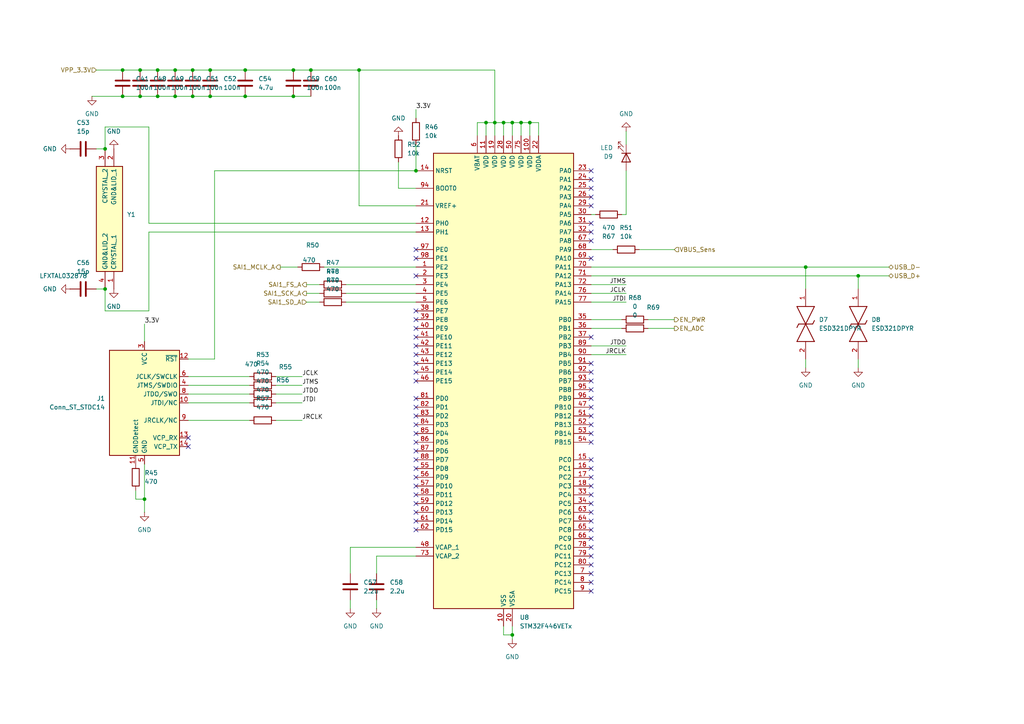
<source format=kicad_sch>
(kicad_sch
	(version 20250114)
	(generator "eeschema")
	(generator_version "9.0")
	(uuid "d652b9d6-0c3f-4f20-9eb1-c4e9655c2326")
	(paper "A4")
	(lib_symbols
		(symbol "Connector:Conn_ST_STDC14"
			(exclude_from_sim no)
			(in_bom yes)
			(on_board yes)
			(property "Reference" "J"
				(at -8.89 16.51 0)
				(effects
					(font
						(size 1.27 1.27)
					)
					(justify right)
				)
			)
			(property "Value" "Conn_ST_STDC14"
				(at 17.78 16.51 0)
				(effects
					(font
						(size 1.27 1.27)
					)
					(justify right bottom)
				)
			)
			(property "Footprint" ""
				(at 0 0 0)
				(effects
					(font
						(size 1.27 1.27)
					)
					(hide yes)
				)
			)
			(property "Datasheet" "https://www.st.com/content/ccc/resource/technical/document/user_manual/group1/99/49/91/b6/b2/3a/46/e5/DM00526767/files/DM00526767.pdf/jcr:content/translations/en.DM00526767.pdf"
				(at -8.89 -31.75 90)
				(effects
					(font
						(size 1.27 1.27)
					)
					(hide yes)
				)
			)
			(property "Description" "ST Debug Connector, standard ARM Cortex-M SWD and JTAG interface plus UART"
				(at 0 0 0)
				(effects
					(font
						(size 1.27 1.27)
					)
					(hide yes)
				)
			)
			(property "ki_keywords" "ST STM32 Cortex Debug Connector ARM SWD JTAG"
				(at 0 0 0)
				(effects
					(font
						(size 1.27 1.27)
					)
					(hide yes)
				)
			)
			(property "ki_fp_filters" "PinHeader?2x07?P1.27mm*"
				(at 0 0 0)
				(effects
					(font
						(size 1.27 1.27)
					)
					(hide yes)
				)
			)
			(symbol "Conn_ST_STDC14_0_1"
				(rectangle
					(start -10.16 15.24)
					(end 10.16 -15.24)
					(stroke
						(width 0.254)
						(type default)
					)
					(fill
						(type background)
					)
				)
			)
			(symbol "Conn_ST_STDC14_1_1"
				(pin no_connect line
					(at -10.16 5.08 0)
					(length 2.54)
					(hide yes)
					(name "NC"
						(effects
							(font
								(size 1.27 1.27)
							)
						)
					)
					(number "1"
						(effects
							(font
								(size 1.27 1.27)
							)
						)
					)
				)
				(pin no_connect line
					(at -10.16 2.54 0)
					(length 2.54)
					(hide yes)
					(name "NC"
						(effects
							(font
								(size 1.27 1.27)
							)
						)
					)
					(number "2"
						(effects
							(font
								(size 1.27 1.27)
							)
						)
					)
				)
				(pin passive line
					(at -2.54 -17.78 90)
					(length 2.54)
					(name "GNDDetect"
						(effects
							(font
								(size 1.27 1.27)
							)
						)
					)
					(number "11"
						(effects
							(font
								(size 1.27 1.27)
							)
						)
					)
				)
				(pin power_in line
					(at 0 17.78 270)
					(length 2.54)
					(name "VCC"
						(effects
							(font
								(size 1.27 1.27)
							)
						)
					)
					(number "3"
						(effects
							(font
								(size 1.27 1.27)
							)
						)
					)
				)
				(pin power_in line
					(at 0 -17.78 90)
					(length 2.54)
					(name "GND"
						(effects
							(font
								(size 1.27 1.27)
							)
						)
					)
					(number "5"
						(effects
							(font
								(size 1.27 1.27)
							)
						)
					)
				)
				(pin passive line
					(at 0 -17.78 90)
					(length 2.54)
					(hide yes)
					(name "GND"
						(effects
							(font
								(size 1.27 1.27)
							)
						)
					)
					(number "7"
						(effects
							(font
								(size 1.27 1.27)
							)
						)
					)
				)
				(pin open_collector line
					(at 12.7 12.7 180)
					(length 2.54)
					(name "~{RST}"
						(effects
							(font
								(size 1.27 1.27)
							)
						)
					)
					(number "12"
						(effects
							(font
								(size 1.27 1.27)
							)
						)
					)
				)
				(pin output line
					(at 12.7 7.62 180)
					(length 2.54)
					(name "JCLK/SWCLK"
						(effects
							(font
								(size 1.27 1.27)
							)
						)
					)
					(number "6"
						(effects
							(font
								(size 1.27 1.27)
							)
						)
					)
				)
				(pin bidirectional line
					(at 12.7 5.08 180)
					(length 2.54)
					(name "JTMS/SWDIO"
						(effects
							(font
								(size 1.27 1.27)
							)
						)
					)
					(number "4"
						(effects
							(font
								(size 1.27 1.27)
							)
						)
					)
				)
				(pin input line
					(at 12.7 2.54 180)
					(length 2.54)
					(name "JTDO/SWO"
						(effects
							(font
								(size 1.27 1.27)
							)
						)
					)
					(number "8"
						(effects
							(font
								(size 1.27 1.27)
							)
						)
					)
				)
				(pin output line
					(at 12.7 0 180)
					(length 2.54)
					(name "JTDI/NC"
						(effects
							(font
								(size 1.27 1.27)
							)
						)
					)
					(number "10"
						(effects
							(font
								(size 1.27 1.27)
							)
						)
					)
				)
				(pin input line
					(at 12.7 -5.08 180)
					(length 2.54)
					(name "JRCLK/NC"
						(effects
							(font
								(size 1.27 1.27)
							)
						)
					)
					(number "9"
						(effects
							(font
								(size 1.27 1.27)
							)
						)
					)
				)
				(pin output line
					(at 12.7 -10.16 180)
					(length 2.54)
					(name "VCP_RX"
						(effects
							(font
								(size 1.27 1.27)
							)
						)
					)
					(number "13"
						(effects
							(font
								(size 1.27 1.27)
							)
						)
					)
				)
				(pin input line
					(at 12.7 -12.7 180)
					(length 2.54)
					(name "VCP_TX"
						(effects
							(font
								(size 1.27 1.27)
							)
						)
					)
					(number "14"
						(effects
							(font
								(size 1.27 1.27)
							)
						)
					)
				)
			)
			(embedded_fonts no)
		)
		(symbol "Device:C"
			(pin_numbers
				(hide yes)
			)
			(pin_names
				(offset 0.254)
			)
			(exclude_from_sim no)
			(in_bom yes)
			(on_board yes)
			(property "Reference" "C"
				(at 0.635 2.54 0)
				(effects
					(font
						(size 1.27 1.27)
					)
					(justify left)
				)
			)
			(property "Value" "C"
				(at 0.635 -2.54 0)
				(effects
					(font
						(size 1.27 1.27)
					)
					(justify left)
				)
			)
			(property "Footprint" ""
				(at 0.9652 -3.81 0)
				(effects
					(font
						(size 1.27 1.27)
					)
					(hide yes)
				)
			)
			(property "Datasheet" "~"
				(at 0 0 0)
				(effects
					(font
						(size 1.27 1.27)
					)
					(hide yes)
				)
			)
			(property "Description" "Unpolarized capacitor"
				(at 0 0 0)
				(effects
					(font
						(size 1.27 1.27)
					)
					(hide yes)
				)
			)
			(property "ki_keywords" "cap capacitor"
				(at 0 0 0)
				(effects
					(font
						(size 1.27 1.27)
					)
					(hide yes)
				)
			)
			(property "ki_fp_filters" "C_*"
				(at 0 0 0)
				(effects
					(font
						(size 1.27 1.27)
					)
					(hide yes)
				)
			)
			(symbol "C_0_1"
				(polyline
					(pts
						(xy -2.032 0.762) (xy 2.032 0.762)
					)
					(stroke
						(width 0.508)
						(type default)
					)
					(fill
						(type none)
					)
				)
				(polyline
					(pts
						(xy -2.032 -0.762) (xy 2.032 -0.762)
					)
					(stroke
						(width 0.508)
						(type default)
					)
					(fill
						(type none)
					)
				)
			)
			(symbol "C_1_1"
				(pin passive line
					(at 0 3.81 270)
					(length 2.794)
					(name "~"
						(effects
							(font
								(size 1.27 1.27)
							)
						)
					)
					(number "1"
						(effects
							(font
								(size 1.27 1.27)
							)
						)
					)
				)
				(pin passive line
					(at 0 -3.81 90)
					(length 2.794)
					(name "~"
						(effects
							(font
								(size 1.27 1.27)
							)
						)
					)
					(number "2"
						(effects
							(font
								(size 1.27 1.27)
							)
						)
					)
				)
			)
			(embedded_fonts no)
		)
		(symbol "Device:LED"
			(pin_numbers
				(hide yes)
			)
			(pin_names
				(offset 1.016)
				(hide yes)
			)
			(exclude_from_sim no)
			(in_bom yes)
			(on_board yes)
			(property "Reference" "D"
				(at 0 2.54 0)
				(effects
					(font
						(size 1.27 1.27)
					)
				)
			)
			(property "Value" "LED"
				(at 0 -2.54 0)
				(effects
					(font
						(size 1.27 1.27)
					)
				)
			)
			(property "Footprint" ""
				(at 0 0 0)
				(effects
					(font
						(size 1.27 1.27)
					)
					(hide yes)
				)
			)
			(property "Datasheet" "~"
				(at 0 0 0)
				(effects
					(font
						(size 1.27 1.27)
					)
					(hide yes)
				)
			)
			(property "Description" "Light emitting diode"
				(at 0 0 0)
				(effects
					(font
						(size 1.27 1.27)
					)
					(hide yes)
				)
			)
			(property "Sim.Pins" "1=K 2=A"
				(at 0 0 0)
				(effects
					(font
						(size 1.27 1.27)
					)
					(hide yes)
				)
			)
			(property "ki_keywords" "LED diode"
				(at 0 0 0)
				(effects
					(font
						(size 1.27 1.27)
					)
					(hide yes)
				)
			)
			(property "ki_fp_filters" "LED* LED_SMD:* LED_THT:*"
				(at 0 0 0)
				(effects
					(font
						(size 1.27 1.27)
					)
					(hide yes)
				)
			)
			(symbol "LED_0_1"
				(polyline
					(pts
						(xy -3.048 -0.762) (xy -4.572 -2.286) (xy -3.81 -2.286) (xy -4.572 -2.286) (xy -4.572 -1.524)
					)
					(stroke
						(width 0)
						(type default)
					)
					(fill
						(type none)
					)
				)
				(polyline
					(pts
						(xy -1.778 -0.762) (xy -3.302 -2.286) (xy -2.54 -2.286) (xy -3.302 -2.286) (xy -3.302 -1.524)
					)
					(stroke
						(width 0)
						(type default)
					)
					(fill
						(type none)
					)
				)
				(polyline
					(pts
						(xy -1.27 0) (xy 1.27 0)
					)
					(stroke
						(width 0)
						(type default)
					)
					(fill
						(type none)
					)
				)
				(polyline
					(pts
						(xy -1.27 -1.27) (xy -1.27 1.27)
					)
					(stroke
						(width 0.254)
						(type default)
					)
					(fill
						(type none)
					)
				)
				(polyline
					(pts
						(xy 1.27 -1.27) (xy 1.27 1.27) (xy -1.27 0) (xy 1.27 -1.27)
					)
					(stroke
						(width 0.254)
						(type default)
					)
					(fill
						(type none)
					)
				)
			)
			(symbol "LED_1_1"
				(pin passive line
					(at -3.81 0 0)
					(length 2.54)
					(name "K"
						(effects
							(font
								(size 1.27 1.27)
							)
						)
					)
					(number "1"
						(effects
							(font
								(size 1.27 1.27)
							)
						)
					)
				)
				(pin passive line
					(at 3.81 0 180)
					(length 2.54)
					(name "A"
						(effects
							(font
								(size 1.27 1.27)
							)
						)
					)
					(number "2"
						(effects
							(font
								(size 1.27 1.27)
							)
						)
					)
				)
			)
			(embedded_fonts no)
		)
		(symbol "Device:R"
			(pin_numbers
				(hide yes)
			)
			(pin_names
				(offset 0)
			)
			(exclude_from_sim no)
			(in_bom yes)
			(on_board yes)
			(property "Reference" "R"
				(at 2.032 0 90)
				(effects
					(font
						(size 1.27 1.27)
					)
				)
			)
			(property "Value" "R"
				(at 0 0 90)
				(effects
					(font
						(size 1.27 1.27)
					)
				)
			)
			(property "Footprint" ""
				(at -1.778 0 90)
				(effects
					(font
						(size 1.27 1.27)
					)
					(hide yes)
				)
			)
			(property "Datasheet" "~"
				(at 0 0 0)
				(effects
					(font
						(size 1.27 1.27)
					)
					(hide yes)
				)
			)
			(property "Description" "Resistor"
				(at 0 0 0)
				(effects
					(font
						(size 1.27 1.27)
					)
					(hide yes)
				)
			)
			(property "ki_keywords" "R res resistor"
				(at 0 0 0)
				(effects
					(font
						(size 1.27 1.27)
					)
					(hide yes)
				)
			)
			(property "ki_fp_filters" "R_*"
				(at 0 0 0)
				(effects
					(font
						(size 1.27 1.27)
					)
					(hide yes)
				)
			)
			(symbol "R_0_1"
				(rectangle
					(start -1.016 -2.54)
					(end 1.016 2.54)
					(stroke
						(width 0.254)
						(type default)
					)
					(fill
						(type none)
					)
				)
			)
			(symbol "R_1_1"
				(pin passive line
					(at 0 3.81 270)
					(length 1.27)
					(name "~"
						(effects
							(font
								(size 1.27 1.27)
							)
						)
					)
					(number "1"
						(effects
							(font
								(size 1.27 1.27)
							)
						)
					)
				)
				(pin passive line
					(at 0 -3.81 90)
					(length 1.27)
					(name "~"
						(effects
							(font
								(size 1.27 1.27)
							)
						)
					)
					(number "2"
						(effects
							(font
								(size 1.27 1.27)
							)
						)
					)
				)
			)
			(embedded_fonts no)
		)
		(symbol "MCU_ST_STM32F4:STM32F446VETx"
			(exclude_from_sim no)
			(in_bom yes)
			(on_board yes)
			(property "Reference" "U"
				(at -20.32 67.31 0)
				(effects
					(font
						(size 1.27 1.27)
					)
					(justify left)
				)
			)
			(property "Value" "STM32F446VETx"
				(at 12.7 67.31 0)
				(effects
					(font
						(size 1.27 1.27)
					)
					(justify left)
				)
			)
			(property "Footprint" "Package_QFP:LQFP-100_14x14mm_P0.5mm"
				(at -20.32 -66.04 0)
				(effects
					(font
						(size 1.27 1.27)
					)
					(justify right)
					(hide yes)
				)
			)
			(property "Datasheet" "https://www.st.com/resource/en/datasheet/stm32f446ve.pdf"
				(at 0 0 0)
				(effects
					(font
						(size 1.27 1.27)
					)
					(hide yes)
				)
			)
			(property "Description" "STMicroelectronics Arm Cortex-M4 MCU, 512KB flash, 128KB RAM, 180 MHz, 1.8-3.6V, 81 GPIO, LQFP100"
				(at 0 0 0)
				(effects
					(font
						(size 1.27 1.27)
					)
					(hide yes)
				)
			)
			(property "ki_keywords" "Arm Cortex-M4 STM32F4 STM32F446"
				(at 0 0 0)
				(effects
					(font
						(size 1.27 1.27)
					)
					(hide yes)
				)
			)
			(property "ki_fp_filters" "LQFP*14x14mm*P0.5mm*"
				(at 0 0 0)
				(effects
					(font
						(size 1.27 1.27)
					)
					(hide yes)
				)
			)
			(symbol "STM32F446VETx_0_1"
				(rectangle
					(start -20.32 -66.04)
					(end 20.32 66.04)
					(stroke
						(width 0.254)
						(type default)
					)
					(fill
						(type background)
					)
				)
			)
			(symbol "STM32F446VETx_1_1"
				(pin input line
					(at -25.4 60.96 0)
					(length 5.08)
					(name "NRST"
						(effects
							(font
								(size 1.27 1.27)
							)
						)
					)
					(number "14"
						(effects
							(font
								(size 1.27 1.27)
							)
						)
					)
				)
				(pin input line
					(at -25.4 55.88 0)
					(length 5.08)
					(name "BOOT0"
						(effects
							(font
								(size 1.27 1.27)
							)
						)
					)
					(number "94"
						(effects
							(font
								(size 1.27 1.27)
							)
						)
					)
				)
				(pin input line
					(at -25.4 50.8 0)
					(length 5.08)
					(name "VREF+"
						(effects
							(font
								(size 1.27 1.27)
							)
						)
					)
					(number "21"
						(effects
							(font
								(size 1.27 1.27)
							)
						)
					)
				)
				(pin bidirectional line
					(at -25.4 45.72 0)
					(length 5.08)
					(name "PH0"
						(effects
							(font
								(size 1.27 1.27)
							)
						)
					)
					(number "12"
						(effects
							(font
								(size 1.27 1.27)
							)
						)
					)
					(alternate "RCC_OSC_IN" bidirectional line)
				)
				(pin bidirectional line
					(at -25.4 43.18 0)
					(length 5.08)
					(name "PH1"
						(effects
							(font
								(size 1.27 1.27)
							)
						)
					)
					(number "13"
						(effects
							(font
								(size 1.27 1.27)
							)
						)
					)
					(alternate "RCC_OSC_OUT" bidirectional line)
				)
				(pin bidirectional line
					(at -25.4 38.1 0)
					(length 5.08)
					(name "PE0"
						(effects
							(font
								(size 1.27 1.27)
							)
						)
					)
					(number "97"
						(effects
							(font
								(size 1.27 1.27)
							)
						)
					)
					(alternate "DCMI_D2" bidirectional line)
					(alternate "FMC_NBL0" bidirectional line)
					(alternate "SAI2_MCLK_A" bidirectional line)
					(alternate "TIM4_ETR" bidirectional line)
				)
				(pin bidirectional line
					(at -25.4 35.56 0)
					(length 5.08)
					(name "PE1"
						(effects
							(font
								(size 1.27 1.27)
							)
						)
					)
					(number "98"
						(effects
							(font
								(size 1.27 1.27)
							)
						)
					)
					(alternate "DCMI_D3" bidirectional line)
					(alternate "FMC_NBL1" bidirectional line)
				)
				(pin bidirectional line
					(at -25.4 33.02 0)
					(length 5.08)
					(name "PE2"
						(effects
							(font
								(size 1.27 1.27)
							)
						)
					)
					(number "1"
						(effects
							(font
								(size 1.27 1.27)
							)
						)
					)
					(alternate "FMC_A23" bidirectional line)
					(alternate "QUADSPI_BK1_IO2" bidirectional line)
					(alternate "SAI1_MCLK_A" bidirectional line)
					(alternate "SPI4_SCK" bidirectional line)
					(alternate "SYS_TRACECLK" bidirectional line)
				)
				(pin bidirectional line
					(at -25.4 30.48 0)
					(length 5.08)
					(name "PE3"
						(effects
							(font
								(size 1.27 1.27)
							)
						)
					)
					(number "2"
						(effects
							(font
								(size 1.27 1.27)
							)
						)
					)
					(alternate "FMC_A19" bidirectional line)
					(alternate "SAI1_SD_B" bidirectional line)
					(alternate "SYS_TRACED0" bidirectional line)
				)
				(pin bidirectional line
					(at -25.4 27.94 0)
					(length 5.08)
					(name "PE4"
						(effects
							(font
								(size 1.27 1.27)
							)
						)
					)
					(number "3"
						(effects
							(font
								(size 1.27 1.27)
							)
						)
					)
					(alternate "DCMI_D4" bidirectional line)
					(alternate "FMC_A20" bidirectional line)
					(alternate "SAI1_FS_A" bidirectional line)
					(alternate "SPI4_NSS" bidirectional line)
					(alternate "SYS_TRACED1" bidirectional line)
				)
				(pin bidirectional line
					(at -25.4 25.4 0)
					(length 5.08)
					(name "PE5"
						(effects
							(font
								(size 1.27 1.27)
							)
						)
					)
					(number "4"
						(effects
							(font
								(size 1.27 1.27)
							)
						)
					)
					(alternate "DCMI_D6" bidirectional line)
					(alternate "FMC_A21" bidirectional line)
					(alternate "SAI1_SCK_A" bidirectional line)
					(alternate "SPI4_MISO" bidirectional line)
					(alternate "SYS_TRACED2" bidirectional line)
					(alternate "TIM9_CH1" bidirectional line)
				)
				(pin bidirectional line
					(at -25.4 22.86 0)
					(length 5.08)
					(name "PE6"
						(effects
							(font
								(size 1.27 1.27)
							)
						)
					)
					(number "5"
						(effects
							(font
								(size 1.27 1.27)
							)
						)
					)
					(alternate "DCMI_D7" bidirectional line)
					(alternate "FMC_A22" bidirectional line)
					(alternate "SAI1_SD_A" bidirectional line)
					(alternate "SPI4_MOSI" bidirectional line)
					(alternate "SYS_TRACED3" bidirectional line)
					(alternate "TIM9_CH2" bidirectional line)
				)
				(pin bidirectional line
					(at -25.4 20.32 0)
					(length 5.08)
					(name "PE7"
						(effects
							(font
								(size 1.27 1.27)
							)
						)
					)
					(number "38"
						(effects
							(font
								(size 1.27 1.27)
							)
						)
					)
					(alternate "FMC_D4" bidirectional line)
					(alternate "FMC_DA4" bidirectional line)
					(alternate "QUADSPI_BK2_IO0" bidirectional line)
					(alternate "TIM1_ETR" bidirectional line)
					(alternate "UART5_RX" bidirectional line)
				)
				(pin bidirectional line
					(at -25.4 17.78 0)
					(length 5.08)
					(name "PE8"
						(effects
							(font
								(size 1.27 1.27)
							)
						)
					)
					(number "39"
						(effects
							(font
								(size 1.27 1.27)
							)
						)
					)
					(alternate "FMC_D5" bidirectional line)
					(alternate "FMC_DA5" bidirectional line)
					(alternate "QUADSPI_BK2_IO1" bidirectional line)
					(alternate "TIM1_CH1N" bidirectional line)
					(alternate "UART5_TX" bidirectional line)
				)
				(pin bidirectional line
					(at -25.4 15.24 0)
					(length 5.08)
					(name "PE9"
						(effects
							(font
								(size 1.27 1.27)
							)
						)
					)
					(number "40"
						(effects
							(font
								(size 1.27 1.27)
							)
						)
					)
					(alternate "DAC_EXTI9" bidirectional line)
					(alternate "FMC_D6" bidirectional line)
					(alternate "FMC_DA6" bidirectional line)
					(alternate "QUADSPI_BK2_IO2" bidirectional line)
					(alternate "TIM1_CH1" bidirectional line)
				)
				(pin bidirectional line
					(at -25.4 12.7 0)
					(length 5.08)
					(name "PE10"
						(effects
							(font
								(size 1.27 1.27)
							)
						)
					)
					(number "41"
						(effects
							(font
								(size 1.27 1.27)
							)
						)
					)
					(alternate "FMC_D7" bidirectional line)
					(alternate "FMC_DA7" bidirectional line)
					(alternate "QUADSPI_BK2_IO3" bidirectional line)
					(alternate "TIM1_CH2N" bidirectional line)
				)
				(pin bidirectional line
					(at -25.4 10.16 0)
					(length 5.08)
					(name "PE11"
						(effects
							(font
								(size 1.27 1.27)
							)
						)
					)
					(number "42"
						(effects
							(font
								(size 1.27 1.27)
							)
						)
					)
					(alternate "ADC1_EXTI11" bidirectional line)
					(alternate "ADC2_EXTI11" bidirectional line)
					(alternate "ADC3_EXTI11" bidirectional line)
					(alternate "FMC_D8" bidirectional line)
					(alternate "FMC_DA8" bidirectional line)
					(alternate "SAI2_SD_B" bidirectional line)
					(alternate "SPI4_NSS" bidirectional line)
					(alternate "TIM1_CH2" bidirectional line)
				)
				(pin bidirectional line
					(at -25.4 7.62 0)
					(length 5.08)
					(name "PE12"
						(effects
							(font
								(size 1.27 1.27)
							)
						)
					)
					(number "43"
						(effects
							(font
								(size 1.27 1.27)
							)
						)
					)
					(alternate "FMC_D9" bidirectional line)
					(alternate "FMC_DA9" bidirectional line)
					(alternate "SAI2_SCK_B" bidirectional line)
					(alternate "SPI4_SCK" bidirectional line)
					(alternate "TIM1_CH3N" bidirectional line)
				)
				(pin bidirectional line
					(at -25.4 5.08 0)
					(length 5.08)
					(name "PE13"
						(effects
							(font
								(size 1.27 1.27)
							)
						)
					)
					(number "44"
						(effects
							(font
								(size 1.27 1.27)
							)
						)
					)
					(alternate "FMC_D10" bidirectional line)
					(alternate "FMC_DA10" bidirectional line)
					(alternate "SAI2_FS_B" bidirectional line)
					(alternate "SPI4_MISO" bidirectional line)
					(alternate "TIM1_CH3" bidirectional line)
				)
				(pin bidirectional line
					(at -25.4 2.54 0)
					(length 5.08)
					(name "PE14"
						(effects
							(font
								(size 1.27 1.27)
							)
						)
					)
					(number "45"
						(effects
							(font
								(size 1.27 1.27)
							)
						)
					)
					(alternate "FMC_D11" bidirectional line)
					(alternate "FMC_DA11" bidirectional line)
					(alternate "SAI2_MCLK_B" bidirectional line)
					(alternate "SPI4_MOSI" bidirectional line)
					(alternate "TIM1_CH4" bidirectional line)
				)
				(pin bidirectional line
					(at -25.4 0 0)
					(length 5.08)
					(name "PE15"
						(effects
							(font
								(size 1.27 1.27)
							)
						)
					)
					(number "46"
						(effects
							(font
								(size 1.27 1.27)
							)
						)
					)
					(alternate "ADC1_EXTI15" bidirectional line)
					(alternate "ADC2_EXTI15" bidirectional line)
					(alternate "ADC3_EXTI15" bidirectional line)
					(alternate "FMC_D12" bidirectional line)
					(alternate "FMC_DA12" bidirectional line)
					(alternate "TIM1_BKIN" bidirectional line)
				)
				(pin bidirectional line
					(at -25.4 -5.08 0)
					(length 5.08)
					(name "PD0"
						(effects
							(font
								(size 1.27 1.27)
							)
						)
					)
					(number "81"
						(effects
							(font
								(size 1.27 1.27)
							)
						)
					)
					(alternate "CAN1_RX" bidirectional line)
					(alternate "FMC_D2" bidirectional line)
					(alternate "FMC_DA2" bidirectional line)
					(alternate "I2S3_SD" bidirectional line)
					(alternate "SPI3_MOSI" bidirectional line)
					(alternate "SPI4_MISO" bidirectional line)
				)
				(pin bidirectional line
					(at -25.4 -7.62 0)
					(length 5.08)
					(name "PD1"
						(effects
							(font
								(size 1.27 1.27)
							)
						)
					)
					(number "82"
						(effects
							(font
								(size 1.27 1.27)
							)
						)
					)
					(alternate "CAN1_TX" bidirectional line)
					(alternate "FMC_D3" bidirectional line)
					(alternate "FMC_DA3" bidirectional line)
					(alternate "I2S2_WS" bidirectional line)
					(alternate "SPI2_NSS" bidirectional line)
				)
				(pin bidirectional line
					(at -25.4 -10.16 0)
					(length 5.08)
					(name "PD2"
						(effects
							(font
								(size 1.27 1.27)
							)
						)
					)
					(number "83"
						(effects
							(font
								(size 1.27 1.27)
							)
						)
					)
					(alternate "DCMI_D11" bidirectional line)
					(alternate "SDIO_CMD" bidirectional line)
					(alternate "TIM3_ETR" bidirectional line)
					(alternate "UART5_RX" bidirectional line)
				)
				(pin bidirectional line
					(at -25.4 -12.7 0)
					(length 5.08)
					(name "PD3"
						(effects
							(font
								(size 1.27 1.27)
							)
						)
					)
					(number "84"
						(effects
							(font
								(size 1.27 1.27)
							)
						)
					)
					(alternate "DCMI_D5" bidirectional line)
					(alternate "FMC_CLK" bidirectional line)
					(alternate "I2S2_CK" bidirectional line)
					(alternate "QUADSPI_CLK" bidirectional line)
					(alternate "SPI2_SCK" bidirectional line)
					(alternate "SYS_TRACED1" bidirectional line)
					(alternate "USART2_CTS" bidirectional line)
				)
				(pin bidirectional line
					(at -25.4 -15.24 0)
					(length 5.08)
					(name "PD4"
						(effects
							(font
								(size 1.27 1.27)
							)
						)
					)
					(number "85"
						(effects
							(font
								(size 1.27 1.27)
							)
						)
					)
					(alternate "FMC_NOE" bidirectional line)
					(alternate "USART2_RTS" bidirectional line)
				)
				(pin bidirectional line
					(at -25.4 -17.78 0)
					(length 5.08)
					(name "PD5"
						(effects
							(font
								(size 1.27 1.27)
							)
						)
					)
					(number "86"
						(effects
							(font
								(size 1.27 1.27)
							)
						)
					)
					(alternate "FMC_NWE" bidirectional line)
					(alternate "USART2_TX" bidirectional line)
				)
				(pin bidirectional line
					(at -25.4 -20.32 0)
					(length 5.08)
					(name "PD6"
						(effects
							(font
								(size 1.27 1.27)
							)
						)
					)
					(number "87"
						(effects
							(font
								(size 1.27 1.27)
							)
						)
					)
					(alternate "DCMI_D10" bidirectional line)
					(alternate "FMC_NWAIT" bidirectional line)
					(alternate "I2S3_SD" bidirectional line)
					(alternate "SAI1_SD_A" bidirectional line)
					(alternate "SPI3_MOSI" bidirectional line)
					(alternate "USART2_RX" bidirectional line)
				)
				(pin bidirectional line
					(at -25.4 -22.86 0)
					(length 5.08)
					(name "PD7"
						(effects
							(font
								(size 1.27 1.27)
							)
						)
					)
					(number "88"
						(effects
							(font
								(size 1.27 1.27)
							)
						)
					)
					(alternate "FMC_NE1" bidirectional line)
					(alternate "SPDIFRX_IN0" bidirectional line)
					(alternate "USART2_CK" bidirectional line)
				)
				(pin bidirectional line
					(at -25.4 -25.4 0)
					(length 5.08)
					(name "PD8"
						(effects
							(font
								(size 1.27 1.27)
							)
						)
					)
					(number "55"
						(effects
							(font
								(size 1.27 1.27)
							)
						)
					)
					(alternate "FMC_D13" bidirectional line)
					(alternate "FMC_DA13" bidirectional line)
					(alternate "SPDIFRX_IN1" bidirectional line)
					(alternate "USART3_TX" bidirectional line)
				)
				(pin bidirectional line
					(at -25.4 -27.94 0)
					(length 5.08)
					(name "PD9"
						(effects
							(font
								(size 1.27 1.27)
							)
						)
					)
					(number "56"
						(effects
							(font
								(size 1.27 1.27)
							)
						)
					)
					(alternate "DAC_EXTI9" bidirectional line)
					(alternate "FMC_D14" bidirectional line)
					(alternate "FMC_DA14" bidirectional line)
					(alternate "USART3_RX" bidirectional line)
				)
				(pin bidirectional line
					(at -25.4 -30.48 0)
					(length 5.08)
					(name "PD10"
						(effects
							(font
								(size 1.27 1.27)
							)
						)
					)
					(number "57"
						(effects
							(font
								(size 1.27 1.27)
							)
						)
					)
					(alternate "FMC_D15" bidirectional line)
					(alternate "FMC_DA15" bidirectional line)
					(alternate "USART3_CK" bidirectional line)
				)
				(pin bidirectional line
					(at -25.4 -33.02 0)
					(length 5.08)
					(name "PD11"
						(effects
							(font
								(size 1.27 1.27)
							)
						)
					)
					(number "58"
						(effects
							(font
								(size 1.27 1.27)
							)
						)
					)
					(alternate "ADC1_EXTI11" bidirectional line)
					(alternate "ADC2_EXTI11" bidirectional line)
					(alternate "ADC3_EXTI11" bidirectional line)
					(alternate "FMC_A16" bidirectional line)
					(alternate "FMPI2C1_SMBA" bidirectional line)
					(alternate "QUADSPI_BK1_IO0" bidirectional line)
					(alternate "SAI2_SD_A" bidirectional line)
					(alternate "USART3_CTS" bidirectional line)
				)
				(pin bidirectional line
					(at -25.4 -35.56 0)
					(length 5.08)
					(name "PD12"
						(effects
							(font
								(size 1.27 1.27)
							)
						)
					)
					(number "59"
						(effects
							(font
								(size 1.27 1.27)
							)
						)
					)
					(alternate "FMC_A17" bidirectional line)
					(alternate "FMPI2C1_SCL" bidirectional line)
					(alternate "QUADSPI_BK1_IO1" bidirectional line)
					(alternate "SAI2_FS_A" bidirectional line)
					(alternate "TIM4_CH1" bidirectional line)
					(alternate "USART3_RTS" bidirectional line)
				)
				(pin bidirectional line
					(at -25.4 -38.1 0)
					(length 5.08)
					(name "PD13"
						(effects
							(font
								(size 1.27 1.27)
							)
						)
					)
					(number "60"
						(effects
							(font
								(size 1.27 1.27)
							)
						)
					)
					(alternate "FMC_A18" bidirectional line)
					(alternate "FMPI2C1_SDA" bidirectional line)
					(alternate "QUADSPI_BK1_IO3" bidirectional line)
					(alternate "SAI2_SCK_A" bidirectional line)
					(alternate "TIM4_CH2" bidirectional line)
				)
				(pin bidirectional line
					(at -25.4 -40.64 0)
					(length 5.08)
					(name "PD14"
						(effects
							(font
								(size 1.27 1.27)
							)
						)
					)
					(number "61"
						(effects
							(font
								(size 1.27 1.27)
							)
						)
					)
					(alternate "FMC_D0" bidirectional line)
					(alternate "FMC_DA0" bidirectional line)
					(alternate "FMPI2C1_SCL" bidirectional line)
					(alternate "SAI2_SCK_A" bidirectional line)
					(alternate "TIM4_CH3" bidirectional line)
				)
				(pin bidirectional line
					(at -25.4 -43.18 0)
					(length 5.08)
					(name "PD15"
						(effects
							(font
								(size 1.27 1.27)
							)
						)
					)
					(number "62"
						(effects
							(font
								(size 1.27 1.27)
							)
						)
					)
					(alternate "ADC1_EXTI15" bidirectional line)
					(alternate "ADC2_EXTI15" bidirectional line)
					(alternate "ADC3_EXTI15" bidirectional line)
					(alternate "FMC_D1" bidirectional line)
					(alternate "FMC_DA1" bidirectional line)
					(alternate "FMPI2C1_SDA" bidirectional line)
					(alternate "TIM4_CH4" bidirectional line)
				)
				(pin power_out line
					(at -25.4 -48.26 0)
					(length 5.08)
					(name "VCAP_1"
						(effects
							(font
								(size 1.27 1.27)
							)
						)
					)
					(number "48"
						(effects
							(font
								(size 1.27 1.27)
							)
						)
					)
				)
				(pin power_out line
					(at -25.4 -50.8 0)
					(length 5.08)
					(name "VCAP_2"
						(effects
							(font
								(size 1.27 1.27)
							)
						)
					)
					(number "73"
						(effects
							(font
								(size 1.27 1.27)
							)
						)
					)
				)
				(pin power_in line
					(at -7.62 71.12 270)
					(length 5.08)
					(name "VBAT"
						(effects
							(font
								(size 1.27 1.27)
							)
						)
					)
					(number "6"
						(effects
							(font
								(size 1.27 1.27)
							)
						)
					)
				)
				(pin power_in line
					(at -5.08 71.12 270)
					(length 5.08)
					(name "VDD"
						(effects
							(font
								(size 1.27 1.27)
							)
						)
					)
					(number "11"
						(effects
							(font
								(size 1.27 1.27)
							)
						)
					)
				)
				(pin power_in line
					(at -2.54 71.12 270)
					(length 5.08)
					(name "VDD"
						(effects
							(font
								(size 1.27 1.27)
							)
						)
					)
					(number "19"
						(effects
							(font
								(size 1.27 1.27)
							)
						)
					)
				)
				(pin power_in line
					(at 0 71.12 270)
					(length 5.08)
					(name "VDD"
						(effects
							(font
								(size 1.27 1.27)
							)
						)
					)
					(number "28"
						(effects
							(font
								(size 1.27 1.27)
							)
						)
					)
				)
				(pin power_in line
					(at 0 -71.12 90)
					(length 5.08)
					(name "VSS"
						(effects
							(font
								(size 1.27 1.27)
							)
						)
					)
					(number "10"
						(effects
							(font
								(size 1.27 1.27)
							)
						)
					)
				)
				(pin passive line
					(at 0 -71.12 90)
					(length 5.08)
					(hide yes)
					(name "VSS"
						(effects
							(font
								(size 1.27 1.27)
							)
						)
					)
					(number "27"
						(effects
							(font
								(size 1.27 1.27)
							)
						)
					)
				)
				(pin passive line
					(at 0 -71.12 90)
					(length 5.08)
					(hide yes)
					(name "VSS"
						(effects
							(font
								(size 1.27 1.27)
							)
						)
					)
					(number "49"
						(effects
							(font
								(size 1.27 1.27)
							)
						)
					)
				)
				(pin passive line
					(at 0 -71.12 90)
					(length 5.08)
					(hide yes)
					(name "VSS"
						(effects
							(font
								(size 1.27 1.27)
							)
						)
					)
					(number "74"
						(effects
							(font
								(size 1.27 1.27)
							)
						)
					)
				)
				(pin passive line
					(at 0 -71.12 90)
					(length 5.08)
					(hide yes)
					(name "VSS"
						(effects
							(font
								(size 1.27 1.27)
							)
						)
					)
					(number "99"
						(effects
							(font
								(size 1.27 1.27)
							)
						)
					)
				)
				(pin power_in line
					(at 2.54 71.12 270)
					(length 5.08)
					(name "VDD"
						(effects
							(font
								(size 1.27 1.27)
							)
						)
					)
					(number "50"
						(effects
							(font
								(size 1.27 1.27)
							)
						)
					)
				)
				(pin power_in line
					(at 2.54 -71.12 90)
					(length 5.08)
					(name "VSSA"
						(effects
							(font
								(size 1.27 1.27)
							)
						)
					)
					(number "20"
						(effects
							(font
								(size 1.27 1.27)
							)
						)
					)
				)
				(pin power_in line
					(at 5.08 71.12 270)
					(length 5.08)
					(name "VDD"
						(effects
							(font
								(size 1.27 1.27)
							)
						)
					)
					(number "75"
						(effects
							(font
								(size 1.27 1.27)
							)
						)
					)
				)
				(pin power_in line
					(at 7.62 71.12 270)
					(length 5.08)
					(name "VDD"
						(effects
							(font
								(size 1.27 1.27)
							)
						)
					)
					(number "100"
						(effects
							(font
								(size 1.27 1.27)
							)
						)
					)
				)
				(pin power_in line
					(at 10.16 71.12 270)
					(length 5.08)
					(name "VDDA"
						(effects
							(font
								(size 1.27 1.27)
							)
						)
					)
					(number "22"
						(effects
							(font
								(size 1.27 1.27)
							)
						)
					)
				)
				(pin bidirectional line
					(at 25.4 60.96 180)
					(length 5.08)
					(name "PA0"
						(effects
							(font
								(size 1.27 1.27)
							)
						)
					)
					(number "23"
						(effects
							(font
								(size 1.27 1.27)
							)
						)
					)
					(alternate "ADC1_IN0" bidirectional line)
					(alternate "ADC2_IN0" bidirectional line)
					(alternate "ADC3_IN0" bidirectional line)
					(alternate "RTC_AF2" bidirectional line)
					(alternate "SYS_WKUP0" bidirectional line)
					(alternate "TIM2_CH1" bidirectional line)
					(alternate "TIM2_ETR" bidirectional line)
					(alternate "TIM5_CH1" bidirectional line)
					(alternate "TIM8_ETR" bidirectional line)
					(alternate "UART4_TX" bidirectional line)
					(alternate "USART2_CTS" bidirectional line)
				)
				(pin bidirectional line
					(at 25.4 58.42 180)
					(length 5.08)
					(name "PA1"
						(effects
							(font
								(size 1.27 1.27)
							)
						)
					)
					(number "24"
						(effects
							(font
								(size 1.27 1.27)
							)
						)
					)
					(alternate "ADC1_IN1" bidirectional line)
					(alternate "ADC2_IN1" bidirectional line)
					(alternate "ADC3_IN1" bidirectional line)
					(alternate "QUADSPI_BK1_IO3" bidirectional line)
					(alternate "SAI2_MCLK_B" bidirectional line)
					(alternate "TIM2_CH2" bidirectional line)
					(alternate "TIM5_CH2" bidirectional line)
					(alternate "UART4_RX" bidirectional line)
					(alternate "USART2_RTS" bidirectional line)
				)
				(pin bidirectional line
					(at 25.4 55.88 180)
					(length 5.08)
					(name "PA2"
						(effects
							(font
								(size 1.27 1.27)
							)
						)
					)
					(number "25"
						(effects
							(font
								(size 1.27 1.27)
							)
						)
					)
					(alternate "ADC1_IN2" bidirectional line)
					(alternate "ADC2_IN2" bidirectional line)
					(alternate "ADC3_IN2" bidirectional line)
					(alternate "SAI2_SCK_B" bidirectional line)
					(alternate "TIM2_CH3" bidirectional line)
					(alternate "TIM5_CH3" bidirectional line)
					(alternate "TIM9_CH1" bidirectional line)
					(alternate "USART2_TX" bidirectional line)
				)
				(pin bidirectional line
					(at 25.4 53.34 180)
					(length 5.08)
					(name "PA3"
						(effects
							(font
								(size 1.27 1.27)
							)
						)
					)
					(number "26"
						(effects
							(font
								(size 1.27 1.27)
							)
						)
					)
					(alternate "ADC1_IN3" bidirectional line)
					(alternate "ADC2_IN3" bidirectional line)
					(alternate "ADC3_IN3" bidirectional line)
					(alternate "SAI1_FS_A" bidirectional line)
					(alternate "TIM2_CH4" bidirectional line)
					(alternate "TIM5_CH4" bidirectional line)
					(alternate "TIM9_CH2" bidirectional line)
					(alternate "USART2_RX" bidirectional line)
					(alternate "USB_OTG_HS_ULPI_D0" bidirectional line)
				)
				(pin bidirectional line
					(at 25.4 50.8 180)
					(length 5.08)
					(name "PA4"
						(effects
							(font
								(size 1.27 1.27)
							)
						)
					)
					(number "29"
						(effects
							(font
								(size 1.27 1.27)
							)
						)
					)
					(alternate "ADC1_IN4" bidirectional line)
					(alternate "ADC2_IN4" bidirectional line)
					(alternate "DAC_OUT1" bidirectional line)
					(alternate "DCMI_HSYNC" bidirectional line)
					(alternate "I2S1_WS" bidirectional line)
					(alternate "I2S3_WS" bidirectional line)
					(alternate "SPI1_NSS" bidirectional line)
					(alternate "SPI3_NSS" bidirectional line)
					(alternate "USART2_CK" bidirectional line)
					(alternate "USB_OTG_HS_SOF" bidirectional line)
				)
				(pin bidirectional line
					(at 25.4 48.26 180)
					(length 5.08)
					(name "PA5"
						(effects
							(font
								(size 1.27 1.27)
							)
						)
					)
					(number "30"
						(effects
							(font
								(size 1.27 1.27)
							)
						)
					)
					(alternate "ADC1_IN5" bidirectional line)
					(alternate "ADC2_IN5" bidirectional line)
					(alternate "DAC_OUT2" bidirectional line)
					(alternate "I2S1_CK" bidirectional line)
					(alternate "SPI1_SCK" bidirectional line)
					(alternate "TIM2_CH1" bidirectional line)
					(alternate "TIM2_ETR" bidirectional line)
					(alternate "TIM8_CH1N" bidirectional line)
					(alternate "USB_OTG_HS_ULPI_CK" bidirectional line)
				)
				(pin bidirectional line
					(at 25.4 45.72 180)
					(length 5.08)
					(name "PA6"
						(effects
							(font
								(size 1.27 1.27)
							)
						)
					)
					(number "31"
						(effects
							(font
								(size 1.27 1.27)
							)
						)
					)
					(alternate "ADC1_IN6" bidirectional line)
					(alternate "ADC2_IN6" bidirectional line)
					(alternate "DCMI_PIXCLK" bidirectional line)
					(alternate "I2S2_MCK" bidirectional line)
					(alternate "SPI1_MISO" bidirectional line)
					(alternate "TIM13_CH1" bidirectional line)
					(alternate "TIM1_BKIN" bidirectional line)
					(alternate "TIM3_CH1" bidirectional line)
					(alternate "TIM8_BKIN" bidirectional line)
				)
				(pin bidirectional line
					(at 25.4 43.18 180)
					(length 5.08)
					(name "PA7"
						(effects
							(font
								(size 1.27 1.27)
							)
						)
					)
					(number "32"
						(effects
							(font
								(size 1.27 1.27)
							)
						)
					)
					(alternate "ADC1_IN7" bidirectional line)
					(alternate "ADC2_IN7" bidirectional line)
					(alternate "FMC_SDNWE" bidirectional line)
					(alternate "I2S1_SD" bidirectional line)
					(alternate "SPI1_MOSI" bidirectional line)
					(alternate "TIM14_CH1" bidirectional line)
					(alternate "TIM1_CH1N" bidirectional line)
					(alternate "TIM3_CH2" bidirectional line)
					(alternate "TIM8_CH1N" bidirectional line)
				)
				(pin bidirectional line
					(at 25.4 40.64 180)
					(length 5.08)
					(name "PA8"
						(effects
							(font
								(size 1.27 1.27)
							)
						)
					)
					(number "67"
						(effects
							(font
								(size 1.27 1.27)
							)
						)
					)
					(alternate "I2C3_SCL" bidirectional line)
					(alternate "RCC_MCO_1" bidirectional line)
					(alternate "TIM1_CH1" bidirectional line)
					(alternate "USART1_CK" bidirectional line)
					(alternate "USB_OTG_FS_SOF" bidirectional line)
				)
				(pin bidirectional line
					(at 25.4 38.1 180)
					(length 5.08)
					(name "PA9"
						(effects
							(font
								(size 1.27 1.27)
							)
						)
					)
					(number "68"
						(effects
							(font
								(size 1.27 1.27)
							)
						)
					)
					(alternate "DAC_EXTI9" bidirectional line)
					(alternate "DCMI_D0" bidirectional line)
					(alternate "I2C3_SMBA" bidirectional line)
					(alternate "I2S2_CK" bidirectional line)
					(alternate "SAI1_SD_B" bidirectional line)
					(alternate "SPI2_SCK" bidirectional line)
					(alternate "TIM1_CH2" bidirectional line)
					(alternate "USART1_TX" bidirectional line)
					(alternate "USB_OTG_FS_VBUS" bidirectional line)
				)
				(pin bidirectional line
					(at 25.4 35.56 180)
					(length 5.08)
					(name "PA10"
						(effects
							(font
								(size 1.27 1.27)
							)
						)
					)
					(number "69"
						(effects
							(font
								(size 1.27 1.27)
							)
						)
					)
					(alternate "DCMI_D1" bidirectional line)
					(alternate "TIM1_CH3" bidirectional line)
					(alternate "USART1_RX" bidirectional line)
					(alternate "USB_OTG_FS_ID" bidirectional line)
				)
				(pin bidirectional line
					(at 25.4 33.02 180)
					(length 5.08)
					(name "PA11"
						(effects
							(font
								(size 1.27 1.27)
							)
						)
					)
					(number "70"
						(effects
							(font
								(size 1.27 1.27)
							)
						)
					)
					(alternate "ADC1_EXTI11" bidirectional line)
					(alternate "ADC2_EXTI11" bidirectional line)
					(alternate "ADC3_EXTI11" bidirectional line)
					(alternate "CAN1_RX" bidirectional line)
					(alternate "TIM1_CH4" bidirectional line)
					(alternate "USART1_CTS" bidirectional line)
					(alternate "USB_OTG_FS_DM" bidirectional line)
				)
				(pin bidirectional line
					(at 25.4 30.48 180)
					(length 5.08)
					(name "PA12"
						(effects
							(font
								(size 1.27 1.27)
							)
						)
					)
					(number "71"
						(effects
							(font
								(size 1.27 1.27)
							)
						)
					)
					(alternate "CAN1_TX" bidirectional line)
					(alternate "SAI2_FS_B" bidirectional line)
					(alternate "TIM1_ETR" bidirectional line)
					(alternate "USART1_RTS" bidirectional line)
					(alternate "USB_OTG_FS_DP" bidirectional line)
				)
				(pin bidirectional line
					(at 25.4 27.94 180)
					(length 5.08)
					(name "PA13"
						(effects
							(font
								(size 1.27 1.27)
							)
						)
					)
					(number "72"
						(effects
							(font
								(size 1.27 1.27)
							)
						)
					)
					(alternate "SYS_JTMS-SWDIO" bidirectional line)
				)
				(pin bidirectional line
					(at 25.4 25.4 180)
					(length 5.08)
					(name "PA14"
						(effects
							(font
								(size 1.27 1.27)
							)
						)
					)
					(number "76"
						(effects
							(font
								(size 1.27 1.27)
							)
						)
					)
					(alternate "SYS_JTCK-SWCLK" bidirectional line)
				)
				(pin bidirectional line
					(at 25.4 22.86 180)
					(length 5.08)
					(name "PA15"
						(effects
							(font
								(size 1.27 1.27)
							)
						)
					)
					(number "77"
						(effects
							(font
								(size 1.27 1.27)
							)
						)
					)
					(alternate "ADC1_EXTI15" bidirectional line)
					(alternate "ADC2_EXTI15" bidirectional line)
					(alternate "ADC3_EXTI15" bidirectional line)
					(alternate "CEC" bidirectional line)
					(alternate "I2S1_WS" bidirectional line)
					(alternate "I2S3_WS" bidirectional line)
					(alternate "SPI1_NSS" bidirectional line)
					(alternate "SPI3_NSS" bidirectional line)
					(alternate "SYS_JTDI" bidirectional line)
					(alternate "TIM2_CH1" bidirectional line)
					(alternate "TIM2_ETR" bidirectional line)
					(alternate "UART4_RTS" bidirectional line)
				)
				(pin bidirectional line
					(at 25.4 17.78 180)
					(length 5.08)
					(name "PB0"
						(effects
							(font
								(size 1.27 1.27)
							)
						)
					)
					(number "35"
						(effects
							(font
								(size 1.27 1.27)
							)
						)
					)
					(alternate "ADC1_IN8" bidirectional line)
					(alternate "ADC2_IN8" bidirectional line)
					(alternate "I2S3_SD" bidirectional line)
					(alternate "SDIO_D1" bidirectional line)
					(alternate "SPI3_MOSI" bidirectional line)
					(alternate "TIM1_CH2N" bidirectional line)
					(alternate "TIM3_CH3" bidirectional line)
					(alternate "TIM8_CH2N" bidirectional line)
					(alternate "UART4_CTS" bidirectional line)
					(alternate "USB_OTG_HS_ULPI_D1" bidirectional line)
				)
				(pin bidirectional line
					(at 25.4 15.24 180)
					(length 5.08)
					(name "PB1"
						(effects
							(font
								(size 1.27 1.27)
							)
						)
					)
					(number "36"
						(effects
							(font
								(size 1.27 1.27)
							)
						)
					)
					(alternate "ADC1_IN9" bidirectional line)
					(alternate "ADC2_IN9" bidirectional line)
					(alternate "SDIO_D2" bidirectional line)
					(alternate "TIM1_CH3N" bidirectional line)
					(alternate "TIM3_CH4" bidirectional line)
					(alternate "TIM8_CH3N" bidirectional line)
					(alternate "USB_OTG_HS_ULPI_D2" bidirectional line)
				)
				(pin bidirectional line
					(at 25.4 12.7 180)
					(length 5.08)
					(name "PB2"
						(effects
							(font
								(size 1.27 1.27)
							)
						)
					)
					(number "37"
						(effects
							(font
								(size 1.27 1.27)
							)
						)
					)
					(alternate "I2S3_SD" bidirectional line)
					(alternate "QUADSPI_CLK" bidirectional line)
					(alternate "SAI1_SD_A" bidirectional line)
					(alternate "SDIO_CK" bidirectional line)
					(alternate "SPI3_MOSI" bidirectional line)
					(alternate "TIM2_CH4" bidirectional line)
					(alternate "USB_OTG_HS_ULPI_D4" bidirectional line)
				)
				(pin bidirectional line
					(at 25.4 10.16 180)
					(length 5.08)
					(name "PB3"
						(effects
							(font
								(size 1.27 1.27)
							)
						)
					)
					(number "89"
						(effects
							(font
								(size 1.27 1.27)
							)
						)
					)
					(alternate "I2C2_SDA" bidirectional line)
					(alternate "I2S1_CK" bidirectional line)
					(alternate "I2S3_CK" bidirectional line)
					(alternate "SPI1_SCK" bidirectional line)
					(alternate "SPI3_SCK" bidirectional line)
					(alternate "SYS_JTDO-SWO" bidirectional line)
					(alternate "TIM2_CH2" bidirectional line)
				)
				(pin bidirectional line
					(at 25.4 7.62 180)
					(length 5.08)
					(name "PB4"
						(effects
							(font
								(size 1.27 1.27)
							)
						)
					)
					(number "90"
						(effects
							(font
								(size 1.27 1.27)
							)
						)
					)
					(alternate "I2C3_SDA" bidirectional line)
					(alternate "I2S2_WS" bidirectional line)
					(alternate "SPI1_MISO" bidirectional line)
					(alternate "SPI2_NSS" bidirectional line)
					(alternate "SPI3_MISO" bidirectional line)
					(alternate "SYS_JTRST" bidirectional line)
					(alternate "TIM3_CH1" bidirectional line)
				)
				(pin bidirectional line
					(at 25.4 5.08 180)
					(length 5.08)
					(name "PB5"
						(effects
							(font
								(size 1.27 1.27)
							)
						)
					)
					(number "91"
						(effects
							(font
								(size 1.27 1.27)
							)
						)
					)
					(alternate "CAN2_RX" bidirectional line)
					(alternate "DCMI_D10" bidirectional line)
					(alternate "FMC_SDCKE1" bidirectional line)
					(alternate "I2C1_SMBA" bidirectional line)
					(alternate "I2S1_SD" bidirectional line)
					(alternate "I2S3_SD" bidirectional line)
					(alternate "SPI1_MOSI" bidirectional line)
					(alternate "SPI3_MOSI" bidirectional line)
					(alternate "TIM3_CH2" bidirectional line)
					(alternate "USB_OTG_HS_ULPI_D7" bidirectional line)
				)
				(pin bidirectional line
					(at 25.4 2.54 180)
					(length 5.08)
					(name "PB6"
						(effects
							(font
								(size 1.27 1.27)
							)
						)
					)
					(number "92"
						(effects
							(font
								(size 1.27 1.27)
							)
						)
					)
					(alternate "CAN2_TX" bidirectional line)
					(alternate "CEC" bidirectional line)
					(alternate "DCMI_D5" bidirectional line)
					(alternate "FMC_SDNE1" bidirectional line)
					(alternate "I2C1_SCL" bidirectional line)
					(alternate "QUADSPI_BK1_NCS" bidirectional line)
					(alternate "TIM4_CH1" bidirectional line)
					(alternate "USART1_TX" bidirectional line)
				)
				(pin bidirectional line
					(at 25.4 0 180)
					(length 5.08)
					(name "PB7"
						(effects
							(font
								(size 1.27 1.27)
							)
						)
					)
					(number "93"
						(effects
							(font
								(size 1.27 1.27)
							)
						)
					)
					(alternate "DCMI_VSYNC" bidirectional line)
					(alternate "FMC_NL" bidirectional line)
					(alternate "I2C1_SDA" bidirectional line)
					(alternate "SPDIFRX_IN0" bidirectional line)
					(alternate "TIM4_CH2" bidirectional line)
					(alternate "USART1_RX" bidirectional line)
				)
				(pin bidirectional line
					(at 25.4 -2.54 180)
					(length 5.08)
					(name "PB8"
						(effects
							(font
								(size 1.27 1.27)
							)
						)
					)
					(number "95"
						(effects
							(font
								(size 1.27 1.27)
							)
						)
					)
					(alternate "CAN1_RX" bidirectional line)
					(alternate "DCMI_D6" bidirectional line)
					(alternate "I2C1_SCL" bidirectional line)
					(alternate "SDIO_D4" bidirectional line)
					(alternate "TIM10_CH1" bidirectional line)
					(alternate "TIM2_CH1" bidirectional line)
					(alternate "TIM2_ETR" bidirectional line)
					(alternate "TIM4_CH3" bidirectional line)
				)
				(pin bidirectional line
					(at 25.4 -5.08 180)
					(length 5.08)
					(name "PB9"
						(effects
							(font
								(size 1.27 1.27)
							)
						)
					)
					(number "96"
						(effects
							(font
								(size 1.27 1.27)
							)
						)
					)
					(alternate "CAN1_TX" bidirectional line)
					(alternate "DAC_EXTI9" bidirectional line)
					(alternate "DCMI_D7" bidirectional line)
					(alternate "I2C1_SDA" bidirectional line)
					(alternate "I2S2_WS" bidirectional line)
					(alternate "SAI1_FS_B" bidirectional line)
					(alternate "SDIO_D5" bidirectional line)
					(alternate "SPI2_NSS" bidirectional line)
					(alternate "TIM11_CH1" bidirectional line)
					(alternate "TIM2_CH2" bidirectional line)
					(alternate "TIM4_CH4" bidirectional line)
				)
				(pin bidirectional line
					(at 25.4 -7.62 180)
					(length 5.08)
					(name "PB10"
						(effects
							(font
								(size 1.27 1.27)
							)
						)
					)
					(number "47"
						(effects
							(font
								(size 1.27 1.27)
							)
						)
					)
					(alternate "I2C2_SCL" bidirectional line)
					(alternate "I2S2_CK" bidirectional line)
					(alternate "SAI1_SCK_A" bidirectional line)
					(alternate "SPI2_SCK" bidirectional line)
					(alternate "TIM2_CH3" bidirectional line)
					(alternate "USART3_TX" bidirectional line)
					(alternate "USB_OTG_HS_ULPI_D3" bidirectional line)
				)
				(pin bidirectional line
					(at 25.4 -10.16 180)
					(length 5.08)
					(name "PB12"
						(effects
							(font
								(size 1.27 1.27)
							)
						)
					)
					(number "51"
						(effects
							(font
								(size 1.27 1.27)
							)
						)
					)
					(alternate "CAN2_RX" bidirectional line)
					(alternate "I2C2_SMBA" bidirectional line)
					(alternate "I2S2_WS" bidirectional line)
					(alternate "SAI1_SCK_B" bidirectional line)
					(alternate "SPI2_NSS" bidirectional line)
					(alternate "TIM1_BKIN" bidirectional line)
					(alternate "USART3_CK" bidirectional line)
					(alternate "USB_OTG_HS_ID" bidirectional line)
					(alternate "USB_OTG_HS_ULPI_D5" bidirectional line)
				)
				(pin bidirectional line
					(at 25.4 -12.7 180)
					(length 5.08)
					(name "PB13"
						(effects
							(font
								(size 1.27 1.27)
							)
						)
					)
					(number "52"
						(effects
							(font
								(size 1.27 1.27)
							)
						)
					)
					(alternate "CAN2_TX" bidirectional line)
					(alternate "I2S2_CK" bidirectional line)
					(alternate "SPI2_SCK" bidirectional line)
					(alternate "TIM1_CH1N" bidirectional line)
					(alternate "USART3_CTS" bidirectional line)
					(alternate "USB_OTG_HS_ULPI_D6" bidirectional line)
					(alternate "USB_OTG_HS_VBUS" bidirectional line)
				)
				(pin bidirectional line
					(at 25.4 -15.24 180)
					(length 5.08)
					(name "PB14"
						(effects
							(font
								(size 1.27 1.27)
							)
						)
					)
					(number "53"
						(effects
							(font
								(size 1.27 1.27)
							)
						)
					)
					(alternate "SPI2_MISO" bidirectional line)
					(alternate "TIM12_CH1" bidirectional line)
					(alternate "TIM1_CH2N" bidirectional line)
					(alternate "TIM8_CH2N" bidirectional line)
					(alternate "USART3_RTS" bidirectional line)
					(alternate "USB_OTG_HS_DM" bidirectional line)
				)
				(pin bidirectional line
					(at 25.4 -17.78 180)
					(length 5.08)
					(name "PB15"
						(effects
							(font
								(size 1.27 1.27)
							)
						)
					)
					(number "54"
						(effects
							(font
								(size 1.27 1.27)
							)
						)
					)
					(alternate "ADC1_EXTI15" bidirectional line)
					(alternate "ADC2_EXTI15" bidirectional line)
					(alternate "ADC3_EXTI15" bidirectional line)
					(alternate "I2S2_SD" bidirectional line)
					(alternate "RTC_REFIN" bidirectional line)
					(alternate "SPI2_MOSI" bidirectional line)
					(alternate "TIM12_CH2" bidirectional line)
					(alternate "TIM1_CH3N" bidirectional line)
					(alternate "TIM8_CH3N" bidirectional line)
					(alternate "USB_OTG_HS_DP" bidirectional line)
				)
				(pin bidirectional line
					(at 25.4 -22.86 180)
					(length 5.08)
					(name "PC0"
						(effects
							(font
								(size 1.27 1.27)
							)
						)
					)
					(number "15"
						(effects
							(font
								(size 1.27 1.27)
							)
						)
					)
					(alternate "ADC1_IN10" bidirectional line)
					(alternate "ADC2_IN10" bidirectional line)
					(alternate "ADC3_IN10" bidirectional line)
					(alternate "FMC_SDNWE" bidirectional line)
					(alternate "SAI1_MCLK_B" bidirectional line)
					(alternate "USB_OTG_HS_ULPI_STP" bidirectional line)
				)
				(pin bidirectional line
					(at 25.4 -25.4 180)
					(length 5.08)
					(name "PC1"
						(effects
							(font
								(size 1.27 1.27)
							)
						)
					)
					(number "16"
						(effects
							(font
								(size 1.27 1.27)
							)
						)
					)
					(alternate "ADC1_IN11" bidirectional line)
					(alternate "ADC2_IN11" bidirectional line)
					(alternate "ADC3_IN11" bidirectional line)
					(alternate "I2S2_SD" bidirectional line)
					(alternate "I2S3_SD" bidirectional line)
					(alternate "SAI1_SD_A" bidirectional line)
					(alternate "SPI2_MOSI" bidirectional line)
					(alternate "SPI3_MOSI" bidirectional line)
				)
				(pin bidirectional line
					(at 25.4 -27.94 180)
					(length 5.08)
					(name "PC2"
						(effects
							(font
								(size 1.27 1.27)
							)
						)
					)
					(number "17"
						(effects
							(font
								(size 1.27 1.27)
							)
						)
					)
					(alternate "ADC1_IN12" bidirectional line)
					(alternate "ADC2_IN12" bidirectional line)
					(alternate "ADC3_IN12" bidirectional line)
					(alternate "FMC_SDNE0" bidirectional line)
					(alternate "SPI2_MISO" bidirectional line)
					(alternate "USB_OTG_HS_ULPI_DIR" bidirectional line)
				)
				(pin bidirectional line
					(at 25.4 -30.48 180)
					(length 5.08)
					(name "PC3"
						(effects
							(font
								(size 1.27 1.27)
							)
						)
					)
					(number "18"
						(effects
							(font
								(size 1.27 1.27)
							)
						)
					)
					(alternate "ADC1_IN13" bidirectional line)
					(alternate "ADC2_IN13" bidirectional line)
					(alternate "ADC3_IN13" bidirectional line)
					(alternate "FMC_SDCKE0" bidirectional line)
					(alternate "I2S2_SD" bidirectional line)
					(alternate "SPI2_MOSI" bidirectional line)
					(alternate "USB_OTG_HS_ULPI_NXT" bidirectional line)
				)
				(pin bidirectional line
					(at 25.4 -33.02 180)
					(length 5.08)
					(name "PC4"
						(effects
							(font
								(size 1.27 1.27)
							)
						)
					)
					(number "33"
						(effects
							(font
								(size 1.27 1.27)
							)
						)
					)
					(alternate "ADC1_IN14" bidirectional line)
					(alternate "ADC2_IN14" bidirectional line)
					(alternate "FMC_SDNE0" bidirectional line)
					(alternate "I2S1_MCK" bidirectional line)
					(alternate "SPDIFRX_IN2" bidirectional line)
				)
				(pin bidirectional line
					(at 25.4 -35.56 180)
					(length 5.08)
					(name "PC5"
						(effects
							(font
								(size 1.27 1.27)
							)
						)
					)
					(number "34"
						(effects
							(font
								(size 1.27 1.27)
							)
						)
					)
					(alternate "ADC1_IN15" bidirectional line)
					(alternate "ADC2_IN15" bidirectional line)
					(alternate "FMC_SDCKE0" bidirectional line)
					(alternate "SPDIFRX_IN3" bidirectional line)
					(alternate "USART3_RX" bidirectional line)
				)
				(pin bidirectional line
					(at 25.4 -38.1 180)
					(length 5.08)
					(name "PC6"
						(effects
							(font
								(size 1.27 1.27)
							)
						)
					)
					(number "63"
						(effects
							(font
								(size 1.27 1.27)
							)
						)
					)
					(alternate "DCMI_D0" bidirectional line)
					(alternate "FMPI2C1_SCL" bidirectional line)
					(alternate "I2S2_MCK" bidirectional line)
					(alternate "SDIO_D6" bidirectional line)
					(alternate "TIM3_CH1" bidirectional line)
					(alternate "TIM8_CH1" bidirectional line)
					(alternate "USART6_TX" bidirectional line)
				)
				(pin bidirectional line
					(at 25.4 -40.64 180)
					(length 5.08)
					(name "PC7"
						(effects
							(font
								(size 1.27 1.27)
							)
						)
					)
					(number "64"
						(effects
							(font
								(size 1.27 1.27)
							)
						)
					)
					(alternate "DCMI_D1" bidirectional line)
					(alternate "FMPI2C1_SDA" bidirectional line)
					(alternate "I2S2_CK" bidirectional line)
					(alternate "I2S3_MCK" bidirectional line)
					(alternate "SDIO_D7" bidirectional line)
					(alternate "SPDIFRX_IN1" bidirectional line)
					(alternate "SPI2_SCK" bidirectional line)
					(alternate "TIM3_CH2" bidirectional line)
					(alternate "TIM8_CH2" bidirectional line)
					(alternate "USART6_RX" bidirectional line)
				)
				(pin bidirectional line
					(at 25.4 -43.18 180)
					(length 5.08)
					(name "PC8"
						(effects
							(font
								(size 1.27 1.27)
							)
						)
					)
					(number "65"
						(effects
							(font
								(size 1.27 1.27)
							)
						)
					)
					(alternate "DCMI_D2" bidirectional line)
					(alternate "SDIO_D0" bidirectional line)
					(alternate "SYS_TRACED0" bidirectional line)
					(alternate "TIM3_CH3" bidirectional line)
					(alternate "TIM8_CH3" bidirectional line)
					(alternate "UART5_RTS" bidirectional line)
					(alternate "USART6_CK" bidirectional line)
				)
				(pin bidirectional line
					(at 25.4 -45.72 180)
					(length 5.08)
					(name "PC9"
						(effects
							(font
								(size 1.27 1.27)
							)
						)
					)
					(number "66"
						(effects
							(font
								(size 1.27 1.27)
							)
						)
					)
					(alternate "DAC_EXTI9" bidirectional line)
					(alternate "DCMI_D3" bidirectional line)
					(alternate "I2C3_SDA" bidirectional line)
					(alternate "I2S_CKIN" bidirectional line)
					(alternate "QUADSPI_BK1_IO0" bidirectional line)
					(alternate "RCC_MCO_2" bidirectional line)
					(alternate "SDIO_D1" bidirectional line)
					(alternate "TIM3_CH4" bidirectional line)
					(alternate "TIM8_CH4" bidirectional line)
					(alternate "UART5_CTS" bidirectional line)
				)
				(pin bidirectional line
					(at 25.4 -48.26 180)
					(length 5.08)
					(name "PC10"
						(effects
							(font
								(size 1.27 1.27)
							)
						)
					)
					(number "78"
						(effects
							(font
								(size 1.27 1.27)
							)
						)
					)
					(alternate "DCMI_D8" bidirectional line)
					(alternate "I2S3_CK" bidirectional line)
					(alternate "QUADSPI_BK1_IO1" bidirectional line)
					(alternate "SDIO_D2" bidirectional line)
					(alternate "SPI3_SCK" bidirectional line)
					(alternate "UART4_TX" bidirectional line)
					(alternate "USART3_TX" bidirectional line)
				)
				(pin bidirectional line
					(at 25.4 -50.8 180)
					(length 5.08)
					(name "PC11"
						(effects
							(font
								(size 1.27 1.27)
							)
						)
					)
					(number "79"
						(effects
							(font
								(size 1.27 1.27)
							)
						)
					)
					(alternate "ADC1_EXTI11" bidirectional line)
					(alternate "ADC2_EXTI11" bidirectional line)
					(alternate "ADC3_EXTI11" bidirectional line)
					(alternate "DCMI_D4" bidirectional line)
					(alternate "QUADSPI_BK2_NCS" bidirectional line)
					(alternate "SDIO_D3" bidirectional line)
					(alternate "SPI3_MISO" bidirectional line)
					(alternate "UART4_RX" bidirectional line)
					(alternate "USART3_RX" bidirectional line)
				)
				(pin bidirectional line
					(at 25.4 -53.34 180)
					(length 5.08)
					(name "PC12"
						(effects
							(font
								(size 1.27 1.27)
							)
						)
					)
					(number "80"
						(effects
							(font
								(size 1.27 1.27)
							)
						)
					)
					(alternate "DCMI_D9" bidirectional line)
					(alternate "I2C2_SDA" bidirectional line)
					(alternate "I2S3_SD" bidirectional line)
					(alternate "SDIO_CK" bidirectional line)
					(alternate "SPI3_MOSI" bidirectional line)
					(alternate "UART5_TX" bidirectional line)
					(alternate "USART3_CK" bidirectional line)
				)
				(pin bidirectional line
					(at 25.4 -55.88 180)
					(length 5.08)
					(name "PC13"
						(effects
							(font
								(size 1.27 1.27)
							)
						)
					)
					(number "7"
						(effects
							(font
								(size 1.27 1.27)
							)
						)
					)
					(alternate "RTC_AF1" bidirectional line)
					(alternate "SYS_WKUP1" bidirectional line)
				)
				(pin bidirectional line
					(at 25.4 -58.42 180)
					(length 5.08)
					(name "PC14"
						(effects
							(font
								(size 1.27 1.27)
							)
						)
					)
					(number "8"
						(effects
							(font
								(size 1.27 1.27)
							)
						)
					)
					(alternate "RCC_OSC32_IN" bidirectional line)
				)
				(pin bidirectional line
					(at 25.4 -60.96 180)
					(length 5.08)
					(name "PC15"
						(effects
							(font
								(size 1.27 1.27)
							)
						)
					)
					(number "9"
						(effects
							(font
								(size 1.27 1.27)
							)
						)
					)
					(alternate "ADC1_EXTI15" bidirectional line)
					(alternate "ADC2_EXTI15" bidirectional line)
					(alternate "ADC3_EXTI15" bidirectional line)
					(alternate "RCC_OSC32_OUT" bidirectional line)
				)
			)
			(embedded_fonts no)
		)
		(symbol "SamacSys_Parts:ESD321DPYR"
			(pin_names
				(hide yes)
			)
			(exclude_from_sim no)
			(in_bom yes)
			(on_board yes)
			(property "Reference" "D"
				(at 12.7 8.89 0)
				(effects
					(font
						(size 1.27 1.27)
					)
					(justify left bottom)
				)
			)
			(property "Value" "ESD321DPYR"
				(at 12.7 6.35 0)
				(effects
					(font
						(size 1.27 1.27)
					)
					(justify left bottom)
				)
			)
			(property "Footprint" "DPY(R-PX1SON-N2)"
				(at 12.7 -93.65 0)
				(effects
					(font
						(size 1.27 1.27)
					)
					(justify left bottom)
					(hide yes)
				)
			)
			(property "Datasheet" "http://www.ti.com/lit/gpn/esd321"
				(at 12.7 -193.65 0)
				(effects
					(font
						(size 1.27 1.27)
					)
					(justify left bottom)
					(hide yes)
				)
			)
			(property "Description" "1-Channel 30 kV ESD Protection Diode With Low Capacitance (< 1pF) in 0402 Package"
				(at 0 0 0)
				(effects
					(font
						(size 1.27 1.27)
					)
					(hide yes)
				)
			)
			(property "Height" ""
				(at 12.7 -393.65 0)
				(effects
					(font
						(size 1.27 1.27)
					)
					(justify left bottom)
					(hide yes)
				)
			)
			(property "Mouser Part Number" "595-ESD321DPYR"
				(at 12.7 -493.65 0)
				(effects
					(font
						(size 1.27 1.27)
					)
					(justify left bottom)
					(hide yes)
				)
			)
			(property "Mouser Price/Stock" "https://www.mouser.co.uk/ProductDetail/Texas-Instruments/ESD321DPYR?qs=w%2Fv1CP2dgqoz82xSjB3hKw%3D%3D"
				(at 12.7 -593.65 0)
				(effects
					(font
						(size 1.27 1.27)
					)
					(justify left bottom)
					(hide yes)
				)
			)
			(property "Manufacturer_Name" "Texas Instruments"
				(at 12.7 -693.65 0)
				(effects
					(font
						(size 1.27 1.27)
					)
					(justify left bottom)
					(hide yes)
				)
			)
			(property "Manufacturer_Part_Number" "ESD321DPYR"
				(at 12.7 -793.65 0)
				(effects
					(font
						(size 1.27 1.27)
					)
					(justify left bottom)
					(hide yes)
				)
			)
			(symbol "ESD321DPYR_1_1"
				(polyline
					(pts
						(xy 5.08 2.54) (xy 5.08 -2.54)
					)
					(stroke
						(width 0.254)
						(type default)
					)
					(fill
						(type none)
					)
				)
				(polyline
					(pts
						(xy 5.08 2.54) (xy 10.16 0)
					)
					(stroke
						(width 0.254)
						(type default)
					)
					(fill
						(type none)
					)
				)
				(polyline
					(pts
						(xy 9.144 2.54) (xy 10.16 2.032)
					)
					(stroke
						(width 0.254)
						(type default)
					)
					(fill
						(type none)
					)
				)
				(polyline
					(pts
						(xy 10.16 0) (xy 5.08 -2.54)
					)
					(stroke
						(width 0.254)
						(type default)
					)
					(fill
						(type none)
					)
				)
				(polyline
					(pts
						(xy 10.16 0) (xy 15.24 -2.54)
					)
					(stroke
						(width 0.254)
						(type default)
					)
					(fill
						(type none)
					)
				)
				(polyline
					(pts
						(xy 10.16 -2.032) (xy 10.16 2.032)
					)
					(stroke
						(width 0.254)
						(type default)
					)
					(fill
						(type none)
					)
				)
				(polyline
					(pts
						(xy 10.16 -2.032) (xy 11.176 -2.54)
					)
					(stroke
						(width 0.254)
						(type default)
					)
					(fill
						(type none)
					)
				)
				(polyline
					(pts
						(xy 15.24 2.54) (xy 10.16 0)
					)
					(stroke
						(width 0.254)
						(type default)
					)
					(fill
						(type none)
					)
				)
				(polyline
					(pts
						(xy 15.24 2.54) (xy 15.24 -2.54)
					)
					(stroke
						(width 0.254)
						(type default)
					)
					(fill
						(type none)
					)
				)
				(pin passive line
					(at 0 0 0)
					(length 5.08)
					(name "1"
						(effects
							(font
								(size 1.27 1.27)
							)
						)
					)
					(number "1"
						(effects
							(font
								(size 1.27 1.27)
							)
						)
					)
				)
				(pin passive line
					(at 20.32 0 180)
					(length 5.08)
					(name "2"
						(effects
							(font
								(size 1.27 1.27)
							)
						)
					)
					(number "2"
						(effects
							(font
								(size 1.27 1.27)
							)
						)
					)
				)
			)
			(embedded_fonts no)
		)
		(symbol "SamacSys_Parts:LFXTAL032878"
			(exclude_from_sim no)
			(in_bom yes)
			(on_board yes)
			(property "Reference" "Y"
				(at 36.83 7.62 0)
				(effects
					(font
						(size 1.27 1.27)
					)
					(justify left top)
				)
			)
			(property "Value" "LFXTAL032878"
				(at 36.83 5.08 0)
				(effects
					(font
						(size 1.27 1.27)
					)
					(justify left top)
				)
			)
			(property "Footprint" "LFXTAL032878"
				(at 36.83 -94.92 0)
				(effects
					(font
						(size 1.27 1.27)
					)
					(justify left top)
					(hide yes)
				)
			)
			(property "Datasheet" "https://portal.iqdfrequencyproducts.com/products/datasheets/LFXTAL032878.pdf"
				(at 36.83 -194.92 0)
				(effects
					(font
						(size 1.27 1.27)
					)
					(justify left top)
					(hide yes)
				)
			)
			(property "Description" "12 MHz +/-50ppm Crystal 18pF 90 Ohms 4-SMD, No Lead"
				(at 0 0 0)
				(effects
					(font
						(size 1.27 1.27)
					)
					(hide yes)
				)
			)
			(property "Height" "1"
				(at 36.83 -394.92 0)
				(effects
					(font
						(size 1.27 1.27)
					)
					(justify left top)
					(hide yes)
				)
			)
			(property "Mouser Part Number" ""
				(at 36.83 -494.92 0)
				(effects
					(font
						(size 1.27 1.27)
					)
					(justify left top)
					(hide yes)
				)
			)
			(property "Mouser Price/Stock" ""
				(at 36.83 -594.92 0)
				(effects
					(font
						(size 1.27 1.27)
					)
					(justify left top)
					(hide yes)
				)
			)
			(property "Manufacturer_Name" "IQD"
				(at 36.83 -694.92 0)
				(effects
					(font
						(size 1.27 1.27)
					)
					(justify left top)
					(hide yes)
				)
			)
			(property "Manufacturer_Part_Number" "LFXTAL032878"
				(at 36.83 -794.92 0)
				(effects
					(font
						(size 1.27 1.27)
					)
					(justify left top)
					(hide yes)
				)
			)
			(symbol "LFXTAL032878_1_1"
				(rectangle
					(start 5.08 2.54)
					(end 35.56 -5.08)
					(stroke
						(width 0.254)
						(type default)
					)
					(fill
						(type background)
					)
				)
				(pin passive line
					(at 0 0 0)
					(length 5.08)
					(name "GND&LID_2"
						(effects
							(font
								(size 1.27 1.27)
							)
						)
					)
					(number "4"
						(effects
							(font
								(size 1.27 1.27)
							)
						)
					)
				)
				(pin passive line
					(at 0 -2.54 0)
					(length 5.08)
					(name "CRYSTAL_1"
						(effects
							(font
								(size 1.27 1.27)
							)
						)
					)
					(number "1"
						(effects
							(font
								(size 1.27 1.27)
							)
						)
					)
				)
				(pin passive line
					(at 40.64 0 180)
					(length 5.08)
					(name "CRYSTAL_2"
						(effects
							(font
								(size 1.27 1.27)
							)
						)
					)
					(number "3"
						(effects
							(font
								(size 1.27 1.27)
							)
						)
					)
				)
				(pin passive line
					(at 40.64 -2.54 180)
					(length 5.08)
					(name "GND&LID_1"
						(effects
							(font
								(size 1.27 1.27)
							)
						)
					)
					(number "2"
						(effects
							(font
								(size 1.27 1.27)
							)
						)
					)
				)
			)
			(embedded_fonts no)
		)
		(symbol "power:GND"
			(power)
			(pin_numbers
				(hide yes)
			)
			(pin_names
				(offset 0)
				(hide yes)
			)
			(exclude_from_sim no)
			(in_bom yes)
			(on_board yes)
			(property "Reference" "#PWR"
				(at 0 -6.35 0)
				(effects
					(font
						(size 1.27 1.27)
					)
					(hide yes)
				)
			)
			(property "Value" "GND"
				(at 0 -3.81 0)
				(effects
					(font
						(size 1.27 1.27)
					)
				)
			)
			(property "Footprint" ""
				(at 0 0 0)
				(effects
					(font
						(size 1.27 1.27)
					)
					(hide yes)
				)
			)
			(property "Datasheet" ""
				(at 0 0 0)
				(effects
					(font
						(size 1.27 1.27)
					)
					(hide yes)
				)
			)
			(property "Description" "Power symbol creates a global label with name \"GND\" , ground"
				(at 0 0 0)
				(effects
					(font
						(size 1.27 1.27)
					)
					(hide yes)
				)
			)
			(property "ki_keywords" "global power"
				(at 0 0 0)
				(effects
					(font
						(size 1.27 1.27)
					)
					(hide yes)
				)
			)
			(symbol "GND_0_1"
				(polyline
					(pts
						(xy 0 0) (xy 0 -1.27) (xy 1.27 -1.27) (xy 0 -2.54) (xy -1.27 -1.27) (xy 0 -1.27)
					)
					(stroke
						(width 0)
						(type default)
					)
					(fill
						(type none)
					)
				)
			)
			(symbol "GND_1_1"
				(pin power_in line
					(at 0 0 270)
					(length 0)
					(name "~"
						(effects
							(font
								(size 1.27 1.27)
							)
						)
					)
					(number "1"
						(effects
							(font
								(size 1.27 1.27)
							)
						)
					)
				)
			)
			(embedded_fonts no)
		)
	)
	(junction
		(at 148.59 35.56)
		(diameter 0)
		(color 0 0 0 0)
		(uuid "05ed1c3a-0f22-4c8e-aad3-1a03f739ab2a")
	)
	(junction
		(at 90.17 20.32)
		(diameter 0)
		(color 0 0 0 0)
		(uuid "09a34798-f128-445f-9f03-c6341ed6510a")
	)
	(junction
		(at 85.09 20.32)
		(diameter 0)
		(color 0 0 0 0)
		(uuid "0d2e0515-e1b4-4df8-a607-954283efe11d")
	)
	(junction
		(at 55.88 20.32)
		(diameter 0)
		(color 0 0 0 0)
		(uuid "17f6768a-9272-4b6a-b4b9-1a856d19fddf")
	)
	(junction
		(at 233.68 77.47)
		(diameter 0)
		(color 0 0 0 0)
		(uuid "328d9257-32c1-4386-ab8d-6eec3d5db9c1")
	)
	(junction
		(at 35.56 27.94)
		(diameter 0)
		(color 0 0 0 0)
		(uuid "3c85f857-c401-4287-abf0-e5e9aa932df3")
	)
	(junction
		(at 151.13 35.56)
		(diameter 0)
		(color 0 0 0 0)
		(uuid "3fee5fd8-e6db-4f10-b98b-c10f23bbc45d")
	)
	(junction
		(at 140.97 35.56)
		(diameter 0)
		(color 0 0 0 0)
		(uuid "4c346917-3071-4b96-aed7-85c9a85ae25d")
	)
	(junction
		(at 45.72 27.94)
		(diameter 0)
		(color 0 0 0 0)
		(uuid "61a95b1c-61be-45b1-9fcd-54d3068eaf79")
	)
	(junction
		(at 30.48 43.18)
		(diameter 0)
		(color 0 0 0 0)
		(uuid "72a3b43a-e33b-4960-93c6-c7d5328bd5d8")
	)
	(junction
		(at 248.92 80.01)
		(diameter 0)
		(color 0 0 0 0)
		(uuid "7372e41d-63fe-4ea7-a9a5-a2dc3ee48767")
	)
	(junction
		(at 30.48 83.82)
		(diameter 0)
		(color 0 0 0 0)
		(uuid "743ca260-a3e3-4ea7-9bcc-56ed85188157")
	)
	(junction
		(at 50.8 27.94)
		(diameter 0)
		(color 0 0 0 0)
		(uuid "83c151a6-0102-49fb-abfd-60ba472b8ca3")
	)
	(junction
		(at 85.09 27.94)
		(diameter 0)
		(color 0 0 0 0)
		(uuid "8a4bd1d5-6b8c-458e-b5be-606f5b3bdba0")
	)
	(junction
		(at 60.96 20.32)
		(diameter 0)
		(color 0 0 0 0)
		(uuid "927105d6-d71c-4aaf-ab4f-444f4f9409c9")
	)
	(junction
		(at 40.64 27.94)
		(diameter 0)
		(color 0 0 0 0)
		(uuid "96d26808-2189-4b08-a8c6-2dceb4c0e674")
	)
	(junction
		(at 35.56 20.32)
		(diameter 0)
		(color 0 0 0 0)
		(uuid "98fc97c4-2bba-4525-8045-b6dad12f79a3")
	)
	(junction
		(at 55.88 27.94)
		(diameter 0)
		(color 0 0 0 0)
		(uuid "9b93dae1-9a6b-4eac-a396-22af20637b8f")
	)
	(junction
		(at 71.12 20.32)
		(diameter 0)
		(color 0 0 0 0)
		(uuid "b524f958-a605-4c98-b7e4-396a24fb5a58")
	)
	(junction
		(at 153.67 35.56)
		(diameter 0)
		(color 0 0 0 0)
		(uuid "b6fbf8a0-b4fe-48fa-b949-f5f562cd657a")
	)
	(junction
		(at 60.96 27.94)
		(diameter 0)
		(color 0 0 0 0)
		(uuid "bc7eb2ab-054f-4f9a-9836-2119b9d49940")
	)
	(junction
		(at 104.14 20.32)
		(diameter 0)
		(color 0 0 0 0)
		(uuid "c5486a29-d4b9-4637-ba87-e32761f2e38f")
	)
	(junction
		(at 45.72 20.32)
		(diameter 0)
		(color 0 0 0 0)
		(uuid "c719bbd9-aca9-4e8f-b2bb-5f9959a54d45")
	)
	(junction
		(at 143.51 35.56)
		(diameter 0)
		(color 0 0 0 0)
		(uuid "c8de81b2-57fc-4125-bc08-60e3556c7b2d")
	)
	(junction
		(at 40.64 20.32)
		(diameter 0)
		(color 0 0 0 0)
		(uuid "d73352df-7f94-48aa-a8e0-6de43a81f98a")
	)
	(junction
		(at 71.12 27.94)
		(diameter 0)
		(color 0 0 0 0)
		(uuid "d84bd6de-caaa-4b61-aad1-2f9b24a9f34c")
	)
	(junction
		(at 148.59 184.15)
		(diameter 0)
		(color 0 0 0 0)
		(uuid "da37d2ab-46f3-4c8a-b2f3-d8e01baa784b")
	)
	(junction
		(at 146.05 35.56)
		(diameter 0)
		(color 0 0 0 0)
		(uuid "e24caf7e-fca5-4492-a08b-5eb926f8e9fd")
	)
	(junction
		(at 120.65 49.53)
		(diameter 0)
		(color 0 0 0 0)
		(uuid "f31b1048-5469-455e-b531-e7fbd2bf6550")
	)
	(junction
		(at 50.8 20.32)
		(diameter 0)
		(color 0 0 0 0)
		(uuid "f55a5f30-5c27-4d3e-bbbb-e41880263f40")
	)
	(junction
		(at 41.91 144.78)
		(diameter 0)
		(color 0 0 0 0)
		(uuid "febdcb50-b166-469e-9921-f87a3c9d421e")
	)
	(no_connect
		(at 171.45 57.15)
		(uuid "002e6587-c63f-4a44-9e4a-d425bee871ef")
	)
	(no_connect
		(at 171.45 163.83)
		(uuid "019b1598-3447-4ee0-acf2-c18eba6103e1")
	)
	(no_connect
		(at 171.45 133.35)
		(uuid "155ce07b-8b1c-433d-8950-e850c13a62ed")
	)
	(no_connect
		(at 171.45 118.11)
		(uuid "15dcfae3-e295-42ac-b1c0-7a26e000c07f")
	)
	(no_connect
		(at 171.45 52.07)
		(uuid "1c23b989-8981-4441-883c-0b79e0534fd5")
	)
	(no_connect
		(at 120.65 100.33)
		(uuid "1d134df6-0001-495e-8b17-a56c1d20cfdf")
	)
	(no_connect
		(at 120.65 72.39)
		(uuid "1d13e164-6474-42d9-80e3-2b6b1bc5d6b3")
	)
	(no_connect
		(at 171.45 128.27)
		(uuid "2548c1a8-cd90-451a-aed2-71c39bf04472")
	)
	(no_connect
		(at 171.45 67.31)
		(uuid "2709a306-d69e-4045-a963-d27af7259c17")
	)
	(no_connect
		(at 120.65 135.89)
		(uuid "2bbe8f63-12a3-4369-87ec-9702de20debc")
	)
	(no_connect
		(at 171.45 64.77)
		(uuid "2c1e01f0-fea0-452f-9e49-5e26855d3b48")
	)
	(no_connect
		(at 120.65 130.81)
		(uuid "321b9b14-9e74-43f4-a34a-91b46dc5dabd")
	)
	(no_connect
		(at 171.45 97.79)
		(uuid "32ba00f5-2c41-4ee6-957f-fe51d49ec1e3")
	)
	(no_connect
		(at 120.65 123.19)
		(uuid "354d07ae-8b4e-4200-95fb-ea59a6e64232")
	)
	(no_connect
		(at 171.45 148.59)
		(uuid "36aaf120-75af-4938-b015-fd9c0025e9ed")
	)
	(no_connect
		(at 171.45 161.29)
		(uuid "39c717e5-bfe5-43e4-a47c-858b6aa7c8cf")
	)
	(no_connect
		(at 171.45 105.41)
		(uuid "3d85dd24-3e93-4774-957c-6ddfdde3cd33")
	)
	(no_connect
		(at 171.45 49.53)
		(uuid "3dfd12ad-6701-4d9b-a5c6-d897fabee560")
	)
	(no_connect
		(at 120.65 153.67)
		(uuid "4bb0879c-cef8-4236-ab25-44df8cb3c980")
	)
	(no_connect
		(at 120.65 92.71)
		(uuid "515486f2-5f74-414f-ad97-981f64d0bcc2")
	)
	(no_connect
		(at 171.45 138.43)
		(uuid "5193c8a1-8f71-41ac-9082-7797f87259fa")
	)
	(no_connect
		(at 120.65 102.87)
		(uuid "582a2ca1-1598-4962-8e65-5271095ce37b")
	)
	(no_connect
		(at 171.45 74.93)
		(uuid "5c6b882c-94c0-4737-b203-43e5cd2ff7bc")
	)
	(no_connect
		(at 120.65 97.79)
		(uuid "5e95c4f0-6d5a-450f-9259-06114f0034e0")
	)
	(no_connect
		(at 171.45 156.21)
		(uuid "6124d826-e888-4dbf-8a52-1709321d76bc")
	)
	(no_connect
		(at 120.65 138.43)
		(uuid "6275a567-83ff-4ebd-b6a5-04c322520a43")
	)
	(no_connect
		(at 171.45 69.85)
		(uuid "638b85ec-aa77-468e-b91e-73268d20da92")
	)
	(no_connect
		(at 171.45 115.57)
		(uuid "6917d0f6-2357-48b2-ae6e-0cae06eb6fd9")
	)
	(no_connect
		(at 171.45 59.69)
		(uuid "74bc87ac-d18a-4f88-a2f1-fbc8e0562542")
	)
	(no_connect
		(at 171.45 171.45)
		(uuid "775794cd-cae3-4d38-a65d-73a0b0ec49e9")
	)
	(no_connect
		(at 171.45 123.19)
		(uuid "794d6d48-dfa9-4b2c-85e2-77f45d503a91")
	)
	(no_connect
		(at 171.45 168.91)
		(uuid "7b7ed0c0-da81-408b-944d-d4b3cd5dc262")
	)
	(no_connect
		(at 120.65 125.73)
		(uuid "7c5573df-bd9d-4119-beb3-b40844f642f6")
	)
	(no_connect
		(at 120.65 115.57)
		(uuid "7da05892-cafb-4c31-958f-77b7b77378ff")
	)
	(no_connect
		(at 171.45 166.37)
		(uuid "7fa3154c-979c-4c70-afee-1c59f5af1b68")
	)
	(no_connect
		(at 171.45 146.05)
		(uuid "85bd215c-21d0-4253-b38f-b5d28074d6bc")
	)
	(no_connect
		(at 120.65 128.27)
		(uuid "889dda40-a5b0-401d-8a4b-f6e3e9dde69b")
	)
	(no_connect
		(at 120.65 148.59)
		(uuid "88c4a91e-1fe5-41ac-9382-87c59c8152af")
	)
	(no_connect
		(at 120.65 110.49)
		(uuid "8a2a69c8-2b02-4df1-b783-30a2d03f63f5")
	)
	(no_connect
		(at 120.65 120.65)
		(uuid "8d82d436-33a7-4759-b428-80a0c39f946e")
	)
	(no_connect
		(at 120.65 143.51)
		(uuid "90a14e0e-1faf-46ea-9c27-5dd7e6c433c9")
	)
	(no_connect
		(at 120.65 80.01)
		(uuid "93a5267f-e36e-4f84-bd66-f3033534950e")
	)
	(no_connect
		(at 120.65 90.17)
		(uuid "948a3230-6e4b-4f5a-9bd0-1bf547e9712d")
	)
	(no_connect
		(at 120.65 133.35)
		(uuid "94ac4b49-6a33-4186-b429-f699319cc2d2")
	)
	(no_connect
		(at 120.65 151.13)
		(uuid "95a48bd9-2dd7-4417-b7e3-5ef71624b15c")
	)
	(no_connect
		(at 171.45 54.61)
		(uuid "962280ec-b9cc-4218-b32b-d408f1ea1cf3")
	)
	(no_connect
		(at 120.65 146.05)
		(uuid "96241c2b-b1ad-4e7a-ad8d-ccc88a4fa6c5")
	)
	(no_connect
		(at 120.65 74.93)
		(uuid "9777615f-c99d-4eba-8889-623cd16609c6")
	)
	(no_connect
		(at 120.65 118.11)
		(uuid "9cd01364-c424-424b-8bcd-f288888fcc63")
	)
	(no_connect
		(at 120.65 95.25)
		(uuid "9dd9e289-38e1-47a5-9d6e-62b2ddc9f846")
	)
	(no_connect
		(at 171.45 158.75)
		(uuid "a7965354-0793-4d0c-8bfc-3bd170fbac9f")
	)
	(no_connect
		(at 171.45 153.67)
		(uuid "ab223c5b-2028-4aca-806c-9438d6d8823e")
	)
	(no_connect
		(at 120.65 140.97)
		(uuid "bb087644-3380-4018-b10b-57dd4f7d27cf")
	)
	(no_connect
		(at 171.45 120.65)
		(uuid "c551efba-a85a-4b18-ad2a-16b2467e166f")
	)
	(no_connect
		(at 54.61 129.54)
		(uuid "d1a3bd19-9d92-4875-a2ca-18cc68004987")
	)
	(no_connect
		(at 171.45 125.73)
		(uuid "d281e6fe-7012-40ab-b975-99d919804da3")
	)
	(no_connect
		(at 171.45 151.13)
		(uuid "d2f405fa-c5a0-4307-9ce7-38307d83bdd6")
	)
	(no_connect
		(at 171.45 143.51)
		(uuid "d3eff8ed-4d9f-4fa8-bcbd-ad017d20b28d")
	)
	(no_connect
		(at 171.45 135.89)
		(uuid "d9575513-1250-48d4-a3a3-87a7363b92b0")
	)
	(no_connect
		(at 54.61 127)
		(uuid "dfe25114-9ec6-4b88-8b34-af27d2ce3204")
	)
	(no_connect
		(at 171.45 107.95)
		(uuid "e233a231-c633-4872-b0d6-b595277f7940")
	)
	(no_connect
		(at 171.45 140.97)
		(uuid "f06aead7-5899-4428-9ac3-275c6833b8c7")
	)
	(no_connect
		(at 120.65 107.95)
		(uuid "f166aa00-6ea7-4d45-a8e2-492fc41ae551")
	)
	(no_connect
		(at 171.45 113.03)
		(uuid "f291a6f1-a28c-4aae-a7e3-6dd9c5959979")
	)
	(no_connect
		(at 120.65 105.41)
		(uuid "f886d60c-0112-4e89-b094-78ad11a45e6d")
	)
	(no_connect
		(at 171.45 110.49)
		(uuid "fabe84cb-348f-412d-b704-1d3a1a8abbfd")
	)
	(wire
		(pts
			(xy 181.61 41.91) (xy 181.61 38.1)
		)
		(stroke
			(width 0)
			(type default)
		)
		(uuid "046dfc29-94af-450c-b597-195d431dcc2d")
	)
	(wire
		(pts
			(xy 120.65 54.61) (xy 115.57 54.61)
		)
		(stroke
			(width 0)
			(type default)
		)
		(uuid "05f12173-b1a6-4806-9bcf-3965689f6b72")
	)
	(wire
		(pts
			(xy 120.65 67.31) (xy 43.18 67.31)
		)
		(stroke
			(width 0)
			(type default)
		)
		(uuid "0b153320-c36d-43d1-8267-7f19d9fb74b3")
	)
	(wire
		(pts
			(xy 39.37 144.78) (xy 41.91 144.78)
		)
		(stroke
			(width 0)
			(type default)
		)
		(uuid "0cd1146e-067d-49d9-9c86-d49f697bffa2")
	)
	(wire
		(pts
			(xy 80.01 109.22) (xy 87.63 109.22)
		)
		(stroke
			(width 0)
			(type default)
		)
		(uuid "14a5a7ba-8250-49f9-ab66-d72022947b92")
	)
	(wire
		(pts
			(xy 148.59 35.56) (xy 148.59 39.37)
		)
		(stroke
			(width 0)
			(type default)
		)
		(uuid "14bc602a-ffac-47f7-a8bd-32140fba80ce")
	)
	(wire
		(pts
			(xy 80.01 111.76) (xy 87.63 111.76)
		)
		(stroke
			(width 0)
			(type default)
		)
		(uuid "1b9f71ad-d56a-46c8-8fc1-b040283831b4")
	)
	(wire
		(pts
			(xy 151.13 39.37) (xy 151.13 35.56)
		)
		(stroke
			(width 0)
			(type default)
		)
		(uuid "1eca3422-2ec0-4544-a2c2-65c75ebddefa")
	)
	(wire
		(pts
			(xy 115.57 46.99) (xy 115.57 54.61)
		)
		(stroke
			(width 0)
			(type default)
		)
		(uuid "1ede8497-f0cf-47ab-b0f6-d6c2a8212c1c")
	)
	(wire
		(pts
			(xy 41.91 134.62) (xy 41.91 144.78)
		)
		(stroke
			(width 0)
			(type default)
		)
		(uuid "1fe58e5f-9808-4330-a78e-23324eddfdb7")
	)
	(wire
		(pts
			(xy 171.45 82.55) (xy 181.61 82.55)
		)
		(stroke
			(width 0)
			(type default)
		)
		(uuid "21eb4b28-23aa-41d2-8bbc-7b60ead77f2c")
	)
	(wire
		(pts
			(xy 43.18 64.77) (xy 120.65 64.77)
		)
		(stroke
			(width 0)
			(type default)
		)
		(uuid "2273681c-2057-470c-947c-34d952edc1d0")
	)
	(wire
		(pts
			(xy 55.88 27.94) (xy 60.96 27.94)
		)
		(stroke
			(width 0)
			(type default)
		)
		(uuid "22f1b590-afea-45a0-9d41-07b3642669aa")
	)
	(wire
		(pts
			(xy 171.45 80.01) (xy 248.92 80.01)
		)
		(stroke
			(width 0)
			(type default)
		)
		(uuid "24a74088-c138-40e5-9e13-8558c0a78380")
	)
	(wire
		(pts
			(xy 138.43 39.37) (xy 138.43 35.56)
		)
		(stroke
			(width 0)
			(type default)
		)
		(uuid "2877905f-4174-4ebf-a23c-8b54e7fd6d1e")
	)
	(wire
		(pts
			(xy 233.68 104.14) (xy 233.68 106.68)
		)
		(stroke
			(width 0)
			(type default)
		)
		(uuid "29ed26ac-c6b4-4381-9ecb-a0fd52f30a12")
	)
	(wire
		(pts
			(xy 120.65 87.63) (xy 100.33 87.63)
		)
		(stroke
			(width 0)
			(type default)
		)
		(uuid "2e02744a-ce1d-4a55-84a5-65c038f40e3a")
	)
	(wire
		(pts
			(xy 71.12 20.32) (xy 85.09 20.32)
		)
		(stroke
			(width 0)
			(type default)
		)
		(uuid "311215dc-e527-45e6-a065-77781710a6e3")
	)
	(wire
		(pts
			(xy 233.68 77.47) (xy 233.68 83.82)
		)
		(stroke
			(width 0)
			(type default)
		)
		(uuid "318c1c00-bad9-436f-805a-6a4bbf1d7c89")
	)
	(wire
		(pts
			(xy 62.23 104.14) (xy 62.23 49.53)
		)
		(stroke
			(width 0)
			(type default)
		)
		(uuid "3444a6bb-16c6-4c0e-a831-3e6c2ef57d80")
	)
	(wire
		(pts
			(xy 156.21 35.56) (xy 153.67 35.56)
		)
		(stroke
			(width 0)
			(type default)
		)
		(uuid "347a55ca-c8cb-4a56-932c-7801b5f1c88b")
	)
	(wire
		(pts
			(xy 171.45 85.09) (xy 181.61 85.09)
		)
		(stroke
			(width 0)
			(type default)
		)
		(uuid "364317a4-3b85-493b-9c91-2f6be4c58213")
	)
	(wire
		(pts
			(xy 248.92 80.01) (xy 248.92 83.82)
		)
		(stroke
			(width 0)
			(type default)
		)
		(uuid "38cdc648-4ab2-423b-bb31-25aa5ef14787")
	)
	(wire
		(pts
			(xy 40.64 27.94) (xy 45.72 27.94)
		)
		(stroke
			(width 0)
			(type default)
		)
		(uuid "3f74eed4-d2dd-4e8a-8a37-e4221424c774")
	)
	(wire
		(pts
			(xy 172.72 62.23) (xy 171.45 62.23)
		)
		(stroke
			(width 0)
			(type default)
		)
		(uuid "400fc832-e375-48c2-8370-d22fec267381")
	)
	(wire
		(pts
			(xy 120.65 59.69) (xy 104.14 59.69)
		)
		(stroke
			(width 0)
			(type default)
		)
		(uuid "40acaba0-0283-411b-98af-2d04b77e1bc1")
	)
	(wire
		(pts
			(xy 43.18 36.83) (xy 43.18 64.77)
		)
		(stroke
			(width 0)
			(type default)
		)
		(uuid "412a0e21-5399-4f83-9e71-f053c8449b6e")
	)
	(wire
		(pts
			(xy 54.61 114.3) (xy 72.39 114.3)
		)
		(stroke
			(width 0)
			(type default)
		)
		(uuid "42d752e0-db60-4d65-90de-82921942c062")
	)
	(wire
		(pts
			(xy 146.05 181.61) (xy 146.05 184.15)
		)
		(stroke
			(width 0)
			(type default)
		)
		(uuid "45283907-8be3-4501-853d-c9a5e97c777e")
	)
	(wire
		(pts
			(xy 171.45 92.71) (xy 180.34 92.71)
		)
		(stroke
			(width 0)
			(type default)
		)
		(uuid "478673bb-2896-4ad2-8a20-7ef7a0dc81e6")
	)
	(wire
		(pts
			(xy 104.14 59.69) (xy 104.14 20.32)
		)
		(stroke
			(width 0)
			(type default)
		)
		(uuid "4b2ca05e-97e2-47c4-a2b9-5a5bd698e475")
	)
	(wire
		(pts
			(xy 92.71 82.55) (xy 88.9 82.55)
		)
		(stroke
			(width 0)
			(type default)
		)
		(uuid "4ec09c1f-b0d5-4324-bdbd-8fa60f851240")
	)
	(wire
		(pts
			(xy 171.45 77.47) (xy 233.68 77.47)
		)
		(stroke
			(width 0)
			(type default)
		)
		(uuid "51b48620-3bde-4af6-a916-0df1ba477e87")
	)
	(wire
		(pts
			(xy 109.22 161.29) (xy 120.65 161.29)
		)
		(stroke
			(width 0)
			(type default)
		)
		(uuid "5251ceaf-7efe-4b6f-b50c-15d6f7116054")
	)
	(wire
		(pts
			(xy 85.09 27.94) (xy 90.17 27.94)
		)
		(stroke
			(width 0)
			(type default)
		)
		(uuid "5972be96-d728-413f-a1f1-f5a0096531c3")
	)
	(wire
		(pts
			(xy 26.67 27.94) (xy 35.56 27.94)
		)
		(stroke
			(width 0)
			(type default)
		)
		(uuid "5d4497aa-1047-4b1f-a45e-f5f7dcff073f")
	)
	(wire
		(pts
			(xy 54.61 116.84) (xy 72.39 116.84)
		)
		(stroke
			(width 0)
			(type default)
		)
		(uuid "60c2124d-e834-4098-8941-74a0f8ae2696")
	)
	(wire
		(pts
			(xy 143.51 35.56) (xy 146.05 35.56)
		)
		(stroke
			(width 0)
			(type default)
		)
		(uuid "6572ac7d-eb7d-4503-8707-2cc14fdd8cd2")
	)
	(wire
		(pts
			(xy 43.18 67.31) (xy 43.18 90.17)
		)
		(stroke
			(width 0)
			(type default)
		)
		(uuid "66780bc4-a700-46ac-95cc-3a8978dea20e")
	)
	(wire
		(pts
			(xy 104.14 20.32) (xy 143.51 20.32)
		)
		(stroke
			(width 0)
			(type default)
		)
		(uuid "67cbc159-bee5-412b-b266-0e2b40ecf08f")
	)
	(wire
		(pts
			(xy 120.65 31.75) (xy 120.65 34.29)
		)
		(stroke
			(width 0)
			(type default)
		)
		(uuid "6855904b-0d18-46b7-b5d6-1bb209e18f7d")
	)
	(wire
		(pts
			(xy 185.42 72.39) (xy 195.58 72.39)
		)
		(stroke
			(width 0)
			(type default)
		)
		(uuid "69a043ab-7aec-4416-9faa-c50a97c752c5")
	)
	(wire
		(pts
			(xy 146.05 35.56) (xy 146.05 39.37)
		)
		(stroke
			(width 0)
			(type default)
		)
		(uuid "6c3ab329-6b91-46a1-870e-f4b256550838")
	)
	(wire
		(pts
			(xy 120.65 158.75) (xy 101.6 158.75)
		)
		(stroke
			(width 0)
			(type default)
		)
		(uuid "6cfdac5c-b632-4ecc-8847-df4509795a57")
	)
	(wire
		(pts
			(xy 54.61 109.22) (xy 72.39 109.22)
		)
		(stroke
			(width 0)
			(type default)
		)
		(uuid "6dff3136-3148-4fca-8b30-1564bb4c8551")
	)
	(wire
		(pts
			(xy 143.51 35.56) (xy 143.51 39.37)
		)
		(stroke
			(width 0)
			(type default)
		)
		(uuid "6e95c9ee-b075-450d-bc72-cb786b8dd34e")
	)
	(wire
		(pts
			(xy 109.22 166.37) (xy 109.22 161.29)
		)
		(stroke
			(width 0)
			(type default)
		)
		(uuid "71bda767-512b-421a-ba16-95975a8b2ce4")
	)
	(wire
		(pts
			(xy 39.37 142.24) (xy 39.37 144.78)
		)
		(stroke
			(width 0)
			(type default)
		)
		(uuid "78075d44-a1cc-4d7b-ada1-dfbf0a144491")
	)
	(wire
		(pts
			(xy 151.13 35.56) (xy 148.59 35.56)
		)
		(stroke
			(width 0)
			(type default)
		)
		(uuid "7909b665-1889-4e55-8c0f-96c19f3261db")
	)
	(wire
		(pts
			(xy 93.98 77.47) (xy 120.65 77.47)
		)
		(stroke
			(width 0)
			(type default)
		)
		(uuid "7c260c3d-f658-4ec2-83b8-84c1b5449408")
	)
	(wire
		(pts
			(xy 248.92 104.14) (xy 248.92 106.68)
		)
		(stroke
			(width 0)
			(type default)
		)
		(uuid "7f9490bf-adf1-4087-b606-4500ae67fbd5")
	)
	(wire
		(pts
			(xy 171.45 102.87) (xy 181.61 102.87)
		)
		(stroke
			(width 0)
			(type default)
		)
		(uuid "85d82bae-41ff-4f04-970d-008e3d7ef00c")
	)
	(wire
		(pts
			(xy 171.45 100.33) (xy 181.61 100.33)
		)
		(stroke
			(width 0)
			(type default)
		)
		(uuid "8630915c-0241-4fff-9857-44a19575ba42")
	)
	(wire
		(pts
			(xy 60.96 20.32) (xy 71.12 20.32)
		)
		(stroke
			(width 0)
			(type default)
		)
		(uuid "87cdd621-fbf4-458e-a7ec-882ffee46a34")
	)
	(wire
		(pts
			(xy 35.56 20.32) (xy 40.64 20.32)
		)
		(stroke
			(width 0)
			(type default)
		)
		(uuid "88761375-3af6-4316-8f4e-6533ae8375c0")
	)
	(wire
		(pts
			(xy 92.71 85.09) (xy 88.9 85.09)
		)
		(stroke
			(width 0)
			(type default)
		)
		(uuid "8b4de664-c851-4444-858c-7febc7f6d101")
	)
	(wire
		(pts
			(xy 138.43 35.56) (xy 140.97 35.56)
		)
		(stroke
			(width 0)
			(type default)
		)
		(uuid "8b814a37-af10-4cfd-9668-1b38889a42b7")
	)
	(wire
		(pts
			(xy 171.45 72.39) (xy 177.8 72.39)
		)
		(stroke
			(width 0)
			(type default)
		)
		(uuid "90350db1-3091-410d-831a-0f7c1218fd6a")
	)
	(wire
		(pts
			(xy 27.94 43.18) (xy 30.48 43.18)
		)
		(stroke
			(width 0)
			(type default)
		)
		(uuid "91317b81-89bb-4049-832e-6c98d00ce781")
	)
	(wire
		(pts
			(xy 101.6 158.75) (xy 101.6 166.37)
		)
		(stroke
			(width 0)
			(type default)
		)
		(uuid "93e9d9b8-6e2a-4874-ae51-f990f3144539")
	)
	(wire
		(pts
			(xy 54.61 104.14) (xy 62.23 104.14)
		)
		(stroke
			(width 0)
			(type default)
		)
		(uuid "960db835-3451-4057-b200-f02ebc16c356")
	)
	(wire
		(pts
			(xy 71.12 27.94) (xy 85.09 27.94)
		)
		(stroke
			(width 0)
			(type default)
		)
		(uuid "9613accb-9233-4b15-a248-fd5c70d75236")
	)
	(wire
		(pts
			(xy 120.65 85.09) (xy 100.33 85.09)
		)
		(stroke
			(width 0)
			(type default)
		)
		(uuid "99cabc24-3f27-40b6-8416-bdc05253c743")
	)
	(wire
		(pts
			(xy 80.01 116.84) (xy 87.63 116.84)
		)
		(stroke
			(width 0)
			(type default)
		)
		(uuid "99f5aaf1-9982-4b7b-8987-0b7e6da1cba4")
	)
	(wire
		(pts
			(xy 90.17 20.32) (xy 104.14 20.32)
		)
		(stroke
			(width 0)
			(type default)
		)
		(uuid "9adf9d5e-1388-4a6e-b176-33eab1c8543a")
	)
	(wire
		(pts
			(xy 60.96 27.94) (xy 71.12 27.94)
		)
		(stroke
			(width 0)
			(type default)
		)
		(uuid "9c1b8910-03f7-4ffe-bb9b-f03eeea65e0d")
	)
	(wire
		(pts
			(xy 80.01 114.3) (xy 87.63 114.3)
		)
		(stroke
			(width 0)
			(type default)
		)
		(uuid "9c6f7db4-2c66-4c69-b57e-47b7a7d5a46d")
	)
	(wire
		(pts
			(xy 54.61 121.92) (xy 72.39 121.92)
		)
		(stroke
			(width 0)
			(type default)
		)
		(uuid "9de30252-d245-4db4-a231-8ab51ffeec90")
	)
	(wire
		(pts
			(xy 80.01 121.92) (xy 87.63 121.92)
		)
		(stroke
			(width 0)
			(type default)
		)
		(uuid "9f1a323b-0847-4181-a996-a9aaff17258d")
	)
	(wire
		(pts
			(xy 248.92 80.01) (xy 257.81 80.01)
		)
		(stroke
			(width 0)
			(type default)
		)
		(uuid "a02e1d61-86ae-45e4-be5b-d455ead7cb81")
	)
	(wire
		(pts
			(xy 171.45 87.63) (xy 181.61 87.63)
		)
		(stroke
			(width 0)
			(type default)
		)
		(uuid "a1ac571d-d7a6-4c68-836d-f550776cdb48")
	)
	(wire
		(pts
			(xy 148.59 184.15) (xy 148.59 185.42)
		)
		(stroke
			(width 0)
			(type default)
		)
		(uuid "a20b6c86-6c43-49da-94e1-7f4d1cee8698")
	)
	(wire
		(pts
			(xy 54.61 111.76) (xy 72.39 111.76)
		)
		(stroke
			(width 0)
			(type default)
		)
		(uuid "a914bf7b-0255-4c8a-a259-dc684d2b6075")
	)
	(wire
		(pts
			(xy 120.65 41.91) (xy 120.65 49.53)
		)
		(stroke
			(width 0)
			(type default)
		)
		(uuid "aa95aa78-4886-4559-b34d-7e12e5e44374")
	)
	(wire
		(pts
			(xy 120.65 82.55) (xy 100.33 82.55)
		)
		(stroke
			(width 0)
			(type default)
		)
		(uuid "af56f963-168e-4ae0-b3d8-5f01a02df006")
	)
	(wire
		(pts
			(xy 35.56 27.94) (xy 40.64 27.94)
		)
		(stroke
			(width 0)
			(type default)
		)
		(uuid "b2b5346d-dd58-4e87-b5ae-e5a1600ac88e")
	)
	(wire
		(pts
			(xy 101.6 173.99) (xy 101.6 176.53)
		)
		(stroke
			(width 0)
			(type default)
		)
		(uuid "b2fd0915-9f8d-460c-979d-ee1c1a92b6bd")
	)
	(wire
		(pts
			(xy 50.8 20.32) (xy 55.88 20.32)
		)
		(stroke
			(width 0)
			(type default)
		)
		(uuid "b49f6752-876a-4323-8245-995a9aa746eb")
	)
	(wire
		(pts
			(xy 45.72 20.32) (xy 50.8 20.32)
		)
		(stroke
			(width 0)
			(type default)
		)
		(uuid "b5439743-811a-4d67-ad6b-5e3f5f690f4c")
	)
	(wire
		(pts
			(xy 27.94 20.32) (xy 35.56 20.32)
		)
		(stroke
			(width 0)
			(type default)
		)
		(uuid "bd7c405e-30e9-4f3b-9fd1-43563f99ae1c")
	)
	(wire
		(pts
			(xy 50.8 27.94) (xy 55.88 27.94)
		)
		(stroke
			(width 0)
			(type default)
		)
		(uuid "bdae101d-58e6-4346-93f2-7f579c2d486b")
	)
	(wire
		(pts
			(xy 45.72 27.94) (xy 50.8 27.94)
		)
		(stroke
			(width 0)
			(type default)
		)
		(uuid "c396f4e0-af12-4eb7-bdc8-9919859eb40b")
	)
	(wire
		(pts
			(xy 153.67 35.56) (xy 151.13 35.56)
		)
		(stroke
			(width 0)
			(type default)
		)
		(uuid "c5001ab5-2b95-4bea-b14f-78e54dd31e11")
	)
	(wire
		(pts
			(xy 143.51 20.32) (xy 143.51 35.56)
		)
		(stroke
			(width 0)
			(type default)
		)
		(uuid "c6222964-61d4-4c70-98ab-ead004011fe7")
	)
	(wire
		(pts
			(xy 233.68 77.47) (xy 257.81 77.47)
		)
		(stroke
			(width 0)
			(type default)
		)
		(uuid "c6aa0c30-7013-41f5-b8d7-3602621982e3")
	)
	(wire
		(pts
			(xy 153.67 39.37) (xy 153.67 35.56)
		)
		(stroke
			(width 0)
			(type default)
		)
		(uuid "c7e5c9b2-ab5a-43d4-8a76-ec5f22928be8")
	)
	(wire
		(pts
			(xy 171.45 95.25) (xy 180.34 95.25)
		)
		(stroke
			(width 0)
			(type default)
		)
		(uuid "c8453ee9-a953-4651-979f-240d0a4e3943")
	)
	(wire
		(pts
			(xy 148.59 181.61) (xy 148.59 184.15)
		)
		(stroke
			(width 0)
			(type default)
		)
		(uuid "c937c92c-f31a-4ad3-ae56-d744adb5650c")
	)
	(wire
		(pts
			(xy 156.21 39.37) (xy 156.21 35.56)
		)
		(stroke
			(width 0)
			(type default)
		)
		(uuid "d2981a10-7533-47bd-b069-719922323982")
	)
	(wire
		(pts
			(xy 30.48 36.83) (xy 30.48 43.18)
		)
		(stroke
			(width 0)
			(type default)
		)
		(uuid "d4f80610-5249-4377-b8e3-451f3c1a0d14")
	)
	(wire
		(pts
			(xy 109.22 173.99) (xy 109.22 176.53)
		)
		(stroke
			(width 0)
			(type default)
		)
		(uuid "d7b8ff3d-0317-4708-a9c5-1c6fa8c513eb")
	)
	(wire
		(pts
			(xy 146.05 184.15) (xy 148.59 184.15)
		)
		(stroke
			(width 0)
			(type default)
		)
		(uuid "d8b79d8c-15f1-42e2-975b-e4779c69eada")
	)
	(wire
		(pts
			(xy 41.91 93.98) (xy 41.91 99.06)
		)
		(stroke
			(width 0)
			(type default)
		)
		(uuid "dbf1dca8-736c-41a6-95e7-cefedda471d0")
	)
	(wire
		(pts
			(xy 181.61 49.53) (xy 181.61 62.23)
		)
		(stroke
			(width 0)
			(type default)
		)
		(uuid "df2fcdf5-bce5-4996-924b-792a20aa2dce")
	)
	(wire
		(pts
			(xy 181.61 62.23) (xy 180.34 62.23)
		)
		(stroke
			(width 0)
			(type default)
		)
		(uuid "e2115b5e-0a0b-4404-b80a-ff0195d26a8a")
	)
	(wire
		(pts
			(xy 140.97 35.56) (xy 143.51 35.56)
		)
		(stroke
			(width 0)
			(type default)
		)
		(uuid "e2f6399b-2449-4fcd-a525-3b698891728f")
	)
	(wire
		(pts
			(xy 41.91 144.78) (xy 41.91 148.59)
		)
		(stroke
			(width 0)
			(type default)
		)
		(uuid "e6a1399c-d84b-4ce6-a8bb-515fe7a46bcc")
	)
	(wire
		(pts
			(xy 30.48 90.17) (xy 30.48 83.82)
		)
		(stroke
			(width 0)
			(type default)
		)
		(uuid "e6e1ccdc-991d-430e-86bd-7ff2fa4c98aa")
	)
	(wire
		(pts
			(xy 27.94 83.82) (xy 30.48 83.82)
		)
		(stroke
			(width 0)
			(type default)
		)
		(uuid "e85caf5f-ae15-4335-9b9f-58bcd3f8c4e0")
	)
	(wire
		(pts
			(xy 187.96 92.71) (xy 195.58 92.71)
		)
		(stroke
			(width 0)
			(type default)
		)
		(uuid "ed528abf-0003-488f-ab94-6d21db4e0914")
	)
	(wire
		(pts
			(xy 55.88 20.32) (xy 60.96 20.32)
		)
		(stroke
			(width 0)
			(type default)
		)
		(uuid "ee24f53a-6f3c-4954-b800-d468716e93c6")
	)
	(wire
		(pts
			(xy 40.64 20.32) (xy 45.72 20.32)
		)
		(stroke
			(width 0)
			(type default)
		)
		(uuid "efd5f8f4-5e86-4dc9-8785-55ab5acbcdb5")
	)
	(wire
		(pts
			(xy 85.09 20.32) (xy 90.17 20.32)
		)
		(stroke
			(width 0)
			(type default)
		)
		(uuid "f2da7a92-8b95-4153-bf64-2fd3e4d7a19a")
	)
	(wire
		(pts
			(xy 140.97 35.56) (xy 140.97 39.37)
		)
		(stroke
			(width 0)
			(type default)
		)
		(uuid "f2eb503d-1aa4-4b40-a23e-931eee362e95")
	)
	(wire
		(pts
			(xy 92.71 87.63) (xy 88.9 87.63)
		)
		(stroke
			(width 0)
			(type default)
		)
		(uuid "f470ba4f-7f3f-4130-84c6-7addab03b49d")
	)
	(wire
		(pts
			(xy 62.23 49.53) (xy 120.65 49.53)
		)
		(stroke
			(width 0)
			(type default)
		)
		(uuid "f618f3ff-f45d-472d-b0c8-9614be717d89")
	)
	(wire
		(pts
			(xy 30.48 36.83) (xy 43.18 36.83)
		)
		(stroke
			(width 0)
			(type default)
		)
		(uuid "f8764643-9618-4f82-97c8-0532d3dba32f")
	)
	(wire
		(pts
			(xy 43.18 90.17) (xy 30.48 90.17)
		)
		(stroke
			(width 0)
			(type default)
		)
		(uuid "fa9f2f2d-aac3-4263-8121-0114f2e71f3f")
	)
	(wire
		(pts
			(xy 81.28 77.47) (xy 86.36 77.47)
		)
		(stroke
			(width 0)
			(type default)
		)
		(uuid "fb2dee71-68a3-4965-8105-fb34ea8d72fe")
	)
	(wire
		(pts
			(xy 146.05 35.56) (xy 148.59 35.56)
		)
		(stroke
			(width 0)
			(type default)
		)
		(uuid "fe416403-08a9-4b5a-830d-065786fabfa0")
	)
	(wire
		(pts
			(xy 187.96 95.25) (xy 195.58 95.25)
		)
		(stroke
			(width 0)
			(type default)
		)
		(uuid "ffc08c19-f486-43f2-b18a-1d137eb6a0cf")
	)
	(label "3.3V"
		(at 120.65 31.75 0)
		(effects
			(font
				(size 1.27 1.27)
			)
			(justify left bottom)
		)
		(uuid "09bc0e47-5369-45a0-92f9-bf5d103172e2")
	)
	(label "JTDO"
		(at 87.63 114.3 0)
		(effects
			(font
				(size 1.27 1.27)
			)
			(justify left bottom)
		)
		(uuid "23ceb793-9da2-465e-9454-9fee8f866b86")
	)
	(label "JTMS"
		(at 181.61 82.55 180)
		(effects
			(font
				(size 1.27 1.27)
			)
			(justify right bottom)
		)
		(uuid "4a4ecf0b-8e93-48ef-85bf-a0997945292e")
	)
	(label "JTMS"
		(at 87.63 111.76 0)
		(effects
			(font
				(size 1.27 1.27)
			)
			(justify left bottom)
		)
		(uuid "4d69ba08-a808-4ffd-98c2-9c1c1c85a26c")
	)
	(label "JRCLK"
		(at 87.63 121.92 0)
		(effects
			(font
				(size 1.27 1.27)
			)
			(justify left bottom)
		)
		(uuid "5ac842f4-6fc5-4655-952f-7d6c709b61d0")
	)
	(label "3.3V"
		(at 41.91 93.98 0)
		(effects
			(font
				(size 1.27 1.27)
			)
			(justify left bottom)
		)
		(uuid "67ad3aa6-8fb3-4145-b0c5-6e11da95add1")
	)
	(label "JCLK"
		(at 87.63 109.22 0)
		(effects
			(font
				(size 1.27 1.27)
			)
			(justify left bottom)
		)
		(uuid "8c0b07d1-e9d3-45ad-9d0f-0be89ecd94b3")
	)
	(label "JCLK"
		(at 181.61 85.09 180)
		(effects
			(font
				(size 1.27 1.27)
			)
			(justify right bottom)
		)
		(uuid "bee98887-a356-4b86-ab37-3232c15da4a2")
	)
	(label "JRCLK"
		(at 181.61 102.87 180)
		(effects
			(font
				(size 1.27 1.27)
			)
			(justify right bottom)
		)
		(uuid "c19191f3-ce95-4f60-bc25-53c2e1ae5836")
	)
	(label "JTDI"
		(at 87.63 116.84 0)
		(effects
			(font
				(size 1.27 1.27)
			)
			(justify left bottom)
		)
		(uuid "c4767a2b-1ca5-4b8a-9c78-43c250fbff3f")
	)
	(label "JTDI"
		(at 181.61 87.63 180)
		(effects
			(font
				(size 1.27 1.27)
			)
			(justify right bottom)
		)
		(uuid "db6f27c0-2c5e-433a-b5bf-dda92f2fca43")
	)
	(label "JTDO"
		(at 181.61 100.33 180)
		(effects
			(font
				(size 1.27 1.27)
			)
			(justify right bottom)
		)
		(uuid "dfac9031-d9ea-49df-9521-1ba558bc91b3")
	)
	(hierarchical_label "SAI1_SCK_A"
		(shape output)
		(at 88.9 85.09 180)
		(effects
			(font
				(size 1.27 1.27)
			)
			(justify right)
		)
		(uuid "14b8f8b8-7c51-4f35-ae15-3488892e43f0")
	)
	(hierarchical_label "EN_PWR"
		(shape output)
		(at 195.58 92.71 0)
		(effects
			(font
				(size 1.27 1.27)
			)
			(justify left)
		)
		(uuid "20e84c91-a533-4e8a-aed5-08997d4d6afc")
	)
	(hierarchical_label "SAI1_SD_A"
		(shape input)
		(at 88.9 87.63 180)
		(effects
			(font
				(size 1.27 1.27)
			)
			(justify right)
		)
		(uuid "353eee81-a919-416d-a2db-736c61a8b370")
	)
	(hierarchical_label "EN_ADC"
		(shape output)
		(at 195.58 95.25 0)
		(effects
			(font
				(size 1.27 1.27)
			)
			(justify left)
		)
		(uuid "425de5ca-91f5-4c06-b96b-23a9b3164190")
	)
	(hierarchical_label "SAI1_FS_A"
		(shape output)
		(at 88.9 82.55 180)
		(effects
			(font
				(size 1.27 1.27)
			)
			(justify right)
		)
		(uuid "4c204242-1914-4b3b-bd4e-18f574b38269")
	)
	(hierarchical_label "SAI1_MCLK_A"
		(shape output)
		(at 81.28 77.47 180)
		(effects
			(font
				(size 1.27 1.27)
			)
			(justify right)
		)
		(uuid "4c84ebf5-4d04-495a-b5e6-8a205d475569")
	)
	(hierarchical_label "VBUS_Sens"
		(shape input)
		(at 195.58 72.39 0)
		(effects
			(font
				(size 1.27 1.27)
			)
			(justify left)
		)
		(uuid "6d43eabc-1508-4d22-9050-1a7f7e85c36f")
	)
	(hierarchical_label "USB_D-"
		(shape bidirectional)
		(at 257.81 77.47 0)
		(effects
			(font
				(size 1.27 1.27)
			)
			(justify left)
		)
		(uuid "90df7a77-3351-4565-becb-66a1f5c53a18")
	)
	(hierarchical_label "VPP_3.3V"
		(shape input)
		(at 27.94 20.32 180)
		(effects
			(font
				(size 1.27 1.27)
			)
			(justify right)
		)
		(uuid "96815fcc-c12b-4357-a2c0-23ea370ab0c2")
	)
	(hierarchical_label "USB_D+"
		(shape bidirectional)
		(at 257.81 80.01 0)
		(effects
			(font
				(size 1.27 1.27)
			)
			(justify left)
		)
		(uuid "d7c4585b-42b8-4905-b31f-8f4f28cdb31f")
	)
	(symbol
		(lib_id "Device:C")
		(at 40.64 24.13 0)
		(unit 1)
		(exclude_from_sim no)
		(in_bom yes)
		(on_board yes)
		(dnp no)
		(fields_autoplaced yes)
		(uuid "06a6763e-ff7a-4795-bb38-6d17d9657e8a")
		(property "Reference" "C48"
			(at 44.45 22.8599 0)
			(effects
				(font
					(size 1.27 1.27)
				)
				(justify left)
			)
		)
		(property "Value" "100n"
			(at 44.45 25.3999 0)
			(effects
				(font
					(size 1.27 1.27)
				)
				(justify left)
			)
		)
		(property "Footprint" "Capacitor_SMD:C_0402_1005Metric_Pad0.74x0.62mm_HandSolder"
			(at 41.6052 27.94 0)
			(effects
				(font
					(size 1.27 1.27)
				)
				(hide yes)
			)
		)
		(property "Datasheet" "~"
			(at 40.64 24.13 0)
			(effects
				(font
					(size 1.27 1.27)
				)
				(hide yes)
			)
		)
		(property "Description" "Unpolarized capacitor"
			(at 40.64 24.13 0)
			(effects
				(font
					(size 1.27 1.27)
				)
				(hide yes)
			)
		)
		(pin "2"
			(uuid "4dcef73a-8d2b-4f7a-a229-79f04191defd")
		)
		(pin "1"
			(uuid "857ec8ac-03a8-4645-ac07-645c568e6296")
		)
		(instances
			(project ""
				(path "/b77251ff-4eed-421f-8c84-983bb16b8e4c/e4284e99-096b-4d3f-bff6-df8e04b83cba"
					(reference "C48")
					(unit 1)
				)
			)
		)
	)
	(symbol
		(lib_id "Device:R")
		(at 120.65 38.1 180)
		(unit 1)
		(exclude_from_sim no)
		(in_bom yes)
		(on_board yes)
		(dnp no)
		(fields_autoplaced yes)
		(uuid "07822167-f1cc-4c55-a914-c6655cadee9b")
		(property "Reference" "R46"
			(at 123.19 36.8299 0)
			(effects
				(font
					(size 1.27 1.27)
				)
				(justify right)
			)
		)
		(property "Value" "10k"
			(at 123.19 39.3699 0)
			(effects
				(font
					(size 1.27 1.27)
				)
				(justify right)
			)
		)
		(property "Footprint" "Resistor_SMD:R_0603_1608Metric_Pad0.98x0.95mm_HandSolder"
			(at 122.428 38.1 90)
			(effects
				(font
					(size 1.27 1.27)
				)
				(hide yes)
			)
		)
		(property "Datasheet" "~"
			(at 120.65 38.1 0)
			(effects
				(font
					(size 1.27 1.27)
				)
				(hide yes)
			)
		)
		(property "Description" "Resistor"
			(at 120.65 38.1 0)
			(effects
				(font
					(size 1.27 1.27)
				)
				(hide yes)
			)
		)
		(pin "2"
			(uuid "3f8c91fa-6773-4483-8c61-2a04b3343d1a")
		)
		(pin "1"
			(uuid "08828a4b-361d-4513-8b18-cb3b40a3892e")
		)
		(instances
			(project "guitar_interface"
				(path "/b77251ff-4eed-421f-8c84-983bb16b8e4c/e4284e99-096b-4d3f-bff6-df8e04b83cba"
					(reference "R46")
					(unit 1)
				)
			)
		)
	)
	(symbol
		(lib_id "Device:C")
		(at 35.56 24.13 0)
		(unit 1)
		(exclude_from_sim no)
		(in_bom yes)
		(on_board yes)
		(dnp no)
		(fields_autoplaced yes)
		(uuid "0b24daf1-ae09-4edd-b589-a78b439e5a8a")
		(property "Reference" "C41"
			(at 39.37 22.8599 0)
			(effects
				(font
					(size 1.27 1.27)
				)
				(justify left)
			)
		)
		(property "Value" "100n"
			(at 39.37 25.3999 0)
			(effects
				(font
					(size 1.27 1.27)
				)
				(justify left)
			)
		)
		(property "Footprint" "Capacitor_SMD:C_0402_1005Metric_Pad0.74x0.62mm_HandSolder"
			(at 36.5252 27.94 0)
			(effects
				(font
					(size 1.27 1.27)
				)
				(hide yes)
			)
		)
		(property "Datasheet" "~"
			(at 35.56 24.13 0)
			(effects
				(font
					(size 1.27 1.27)
				)
				(hide yes)
			)
		)
		(property "Description" "Unpolarized capacitor"
			(at 35.56 24.13 0)
			(effects
				(font
					(size 1.27 1.27)
				)
				(hide yes)
			)
		)
		(pin "2"
			(uuid "4dcef73a-8d2b-4f7a-a229-79f04191defe")
		)
		(pin "1"
			(uuid "857ec8ac-03a8-4645-ac07-645c568e6297")
		)
		(instances
			(project ""
				(path "/b77251ff-4eed-421f-8c84-983bb16b8e4c/e4284e99-096b-4d3f-bff6-df8e04b83cba"
					(reference "C41")
					(unit 1)
				)
			)
		)
	)
	(symbol
		(lib_id "power:GND")
		(at 20.32 83.82 270)
		(unit 1)
		(exclude_from_sim no)
		(in_bom yes)
		(on_board yes)
		(dnp no)
		(fields_autoplaced yes)
		(uuid "12bc32d6-2d3a-41af-8f88-72fc4661f2be")
		(property "Reference" "#PWR060"
			(at 13.97 83.82 0)
			(effects
				(font
					(size 1.27 1.27)
				)
				(hide yes)
			)
		)
		(property "Value" "GND"
			(at 16.51 83.8199 90)
			(effects
				(font
					(size 1.27 1.27)
				)
				(justify right)
			)
		)
		(property "Footprint" ""
			(at 20.32 83.82 0)
			(effects
				(font
					(size 1.27 1.27)
				)
				(hide yes)
			)
		)
		(property "Datasheet" ""
			(at 20.32 83.82 0)
			(effects
				(font
					(size 1.27 1.27)
				)
				(hide yes)
			)
		)
		(property "Description" "Power symbol creates a global label with name \"GND\" , ground"
			(at 20.32 83.82 0)
			(effects
				(font
					(size 1.27 1.27)
				)
				(hide yes)
			)
		)
		(pin "1"
			(uuid "8c106279-9dd8-415f-b973-0ecbd09d6a66")
		)
		(instances
			(project ""
				(path "/b77251ff-4eed-421f-8c84-983bb16b8e4c/e4284e99-096b-4d3f-bff6-df8e04b83cba"
					(reference "#PWR060")
					(unit 1)
				)
			)
		)
	)
	(symbol
		(lib_id "SamacSys_Parts:ESD321DPYR")
		(at 248.92 83.82 270)
		(unit 1)
		(exclude_from_sim no)
		(in_bom yes)
		(on_board yes)
		(dnp no)
		(fields_autoplaced yes)
		(uuid "157e2914-8af1-417b-ba90-a3749a7a89e9")
		(property "Reference" "D8"
			(at 252.73 92.7099 90)
			(effects
				(font
					(size 1.27 1.27)
				)
				(justify left)
			)
		)
		(property "Value" "ESD321DPYR"
			(at 252.73 95.2499 90)
			(effects
				(font
					(size 1.27 1.27)
				)
				(justify left)
			)
		)
		(property "Footprint" "SamacSys_Parts:DPY_R-PX1SON-N2_"
			(at 155.27 96.52 0)
			(effects
				(font
					(size 1.27 1.27)
				)
				(justify left bottom)
				(hide yes)
			)
		)
		(property "Datasheet" "http://www.ti.com/lit/gpn/esd321"
			(at 55.27 96.52 0)
			(effects
				(font
					(size 1.27 1.27)
				)
				(justify left bottom)
				(hide yes)
			)
		)
		(property "Description" "1-Channel 30 kV ESD Protection Diode With Low Capacitance (< 1pF) in 0402 Package"
			(at 248.92 83.82 0)
			(effects
				(font
					(size 1.27 1.27)
				)
				(hide yes)
			)
		)
		(property "Height" ""
			(at -144.73 96.52 0)
			(effects
				(font
					(size 1.27 1.27)
				)
				(justify left bottom)
				(hide yes)
			)
		)
		(property "Mouser Part Number" "595-ESD321DPYR"
			(at -244.73 96.52 0)
			(effects
				(font
					(size 1.27 1.27)
				)
				(justify left bottom)
				(hide yes)
			)
		)
		(property "Mouser Price/Stock" "https://www.mouser.co.uk/ProductDetail/Texas-Instruments/ESD321DPYR?qs=w%2Fv1CP2dgqoz82xSjB3hKw%3D%3D"
			(at -344.73 96.52 0)
			(effects
				(font
					(size 1.27 1.27)
				)
				(justify left bottom)
				(hide yes)
			)
		)
		(property "Manufacturer_Name" "Texas Instruments"
			(at -444.73 96.52 0)
			(effects
				(font
					(size 1.27 1.27)
				)
				(justify left bottom)
				(hide yes)
			)
		)
		(property "Manufacturer_Part_Number" "ESD321DPYR"
			(at -544.73 96.52 0)
			(effects
				(font
					(size 1.27 1.27)
				)
				(justify left bottom)
				(hide yes)
			)
		)
		(pin "2"
			(uuid "cb151ca7-5862-419d-95ce-fb4643536153")
		)
		(pin "1"
			(uuid "7eb7bdbc-6d1f-4900-84c5-979984bbefab")
		)
		(instances
			(project ""
				(path "/b77251ff-4eed-421f-8c84-983bb16b8e4c/e4284e99-096b-4d3f-bff6-df8e04b83cba"
					(reference "D8")
					(unit 1)
				)
			)
		)
	)
	(symbol
		(lib_id "Device:R")
		(at 96.52 82.55 270)
		(unit 1)
		(exclude_from_sim no)
		(in_bom yes)
		(on_board yes)
		(dnp no)
		(fields_autoplaced yes)
		(uuid "27b96250-c326-490d-a511-69a95e6952c6")
		(property "Reference" "R47"
			(at 96.52 76.2 90)
			(effects
				(font
					(size 1.27 1.27)
				)
			)
		)
		(property "Value" "470"
			(at 96.52 78.74 90)
			(effects
				(font
					(size 1.27 1.27)
				)
			)
		)
		(property "Footprint" "Resistor_SMD:R_0603_1608Metric_Pad0.98x0.95mm_HandSolder"
			(at 96.52 80.772 90)
			(effects
				(font
					(size 1.27 1.27)
				)
				(hide yes)
			)
		)
		(property "Datasheet" "~"
			(at 96.52 82.55 0)
			(effects
				(font
					(size 1.27 1.27)
				)
				(hide yes)
			)
		)
		(property "Description" "Resistor"
			(at 96.52 82.55 0)
			(effects
				(font
					(size 1.27 1.27)
				)
				(hide yes)
			)
		)
		(pin "1"
			(uuid "b8a460f5-ce5e-4091-a0a7-26fb34309b72")
		)
		(pin "2"
			(uuid "ff96d1c3-5b46-43db-831c-64a5d45bffab")
		)
		(instances
			(project ""
				(path "/b77251ff-4eed-421f-8c84-983bb16b8e4c/e4284e99-096b-4d3f-bff6-df8e04b83cba"
					(reference "R47")
					(unit 1)
				)
			)
		)
	)
	(symbol
		(lib_id "Device:C")
		(at 101.6 170.18 0)
		(unit 1)
		(exclude_from_sim no)
		(in_bom yes)
		(on_board yes)
		(dnp no)
		(fields_autoplaced yes)
		(uuid "284aa6d7-791b-4acc-9c57-5014bde19cd2")
		(property "Reference" "C57"
			(at 105.41 168.9099 0)
			(effects
				(font
					(size 1.27 1.27)
				)
				(justify left)
			)
		)
		(property "Value" "2.2u"
			(at 105.41 171.4499 0)
			(effects
				(font
					(size 1.27 1.27)
				)
				(justify left)
			)
		)
		(property "Footprint" "Capacitor_SMD:C_0603_1608Metric_Pad1.08x0.95mm_HandSolder"
			(at 102.5652 173.99 0)
			(effects
				(font
					(size 1.27 1.27)
				)
				(hide yes)
			)
		)
		(property "Datasheet" "~"
			(at 101.6 170.18 0)
			(effects
				(font
					(size 1.27 1.27)
				)
				(hide yes)
			)
		)
		(property "Description" "Unpolarized capacitor"
			(at 101.6 170.18 0)
			(effects
				(font
					(size 1.27 1.27)
				)
				(hide yes)
			)
		)
		(pin "2"
			(uuid "c4fcb8ae-f03c-4d85-bc02-155ce00ef012")
		)
		(pin "1"
			(uuid "2615e9f9-657e-4e43-a21c-3adbea59ea07")
		)
		(instances
			(project "guitar_interface"
				(path "/b77251ff-4eed-421f-8c84-983bb16b8e4c/e4284e99-096b-4d3f-bff6-df8e04b83cba"
					(reference "C57")
					(unit 1)
				)
			)
		)
	)
	(symbol
		(lib_id "Device:R")
		(at 76.2 116.84 90)
		(unit 1)
		(exclude_from_sim no)
		(in_bom yes)
		(on_board yes)
		(dnp no)
		(uuid "29af13e9-81d4-4d6a-8197-eb027fb15e4a")
		(property "Reference" "R56"
			(at 82.042 110.236 90)
			(effects
				(font
					(size 1.27 1.27)
				)
			)
		)
		(property "Value" "470"
			(at 76.2 113.03 90)
			(effects
				(font
					(size 1.27 1.27)
				)
			)
		)
		(property "Footprint" "Resistor_SMD:R_0603_1608Metric_Pad0.98x0.95mm_HandSolder"
			(at 76.2 118.618 90)
			(effects
				(font
					(size 1.27 1.27)
				)
				(hide yes)
			)
		)
		(property "Datasheet" "~"
			(at 76.2 116.84 0)
			(effects
				(font
					(size 1.27 1.27)
				)
				(hide yes)
			)
		)
		(property "Description" "Resistor"
			(at 76.2 116.84 0)
			(effects
				(font
					(size 1.27 1.27)
				)
				(hide yes)
			)
		)
		(pin "1"
			(uuid "0f84cd77-e577-4b3b-8dba-37f282fa2c6e")
		)
		(pin "2"
			(uuid "aaf68913-026d-4816-8e63-31bf63f14a37")
		)
		(instances
			(project ""
				(path "/b77251ff-4eed-421f-8c84-983bb16b8e4c/e4284e99-096b-4d3f-bff6-df8e04b83cba"
					(reference "R56")
					(unit 1)
				)
			)
		)
	)
	(symbol
		(lib_id "power:GND")
		(at 148.59 185.42 0)
		(unit 1)
		(exclude_from_sim no)
		(in_bom yes)
		(on_board yes)
		(dnp no)
		(fields_autoplaced yes)
		(uuid "2bef2cb9-667e-42ed-b192-df191116744b")
		(property "Reference" "#PWR057"
			(at 148.59 191.77 0)
			(effects
				(font
					(size 1.27 1.27)
				)
				(hide yes)
			)
		)
		(property "Value" "GND"
			(at 148.59 190.5 0)
			(effects
				(font
					(size 1.27 1.27)
				)
			)
		)
		(property "Footprint" ""
			(at 148.59 185.42 0)
			(effects
				(font
					(size 1.27 1.27)
				)
				(hide yes)
			)
		)
		(property "Datasheet" ""
			(at 148.59 185.42 0)
			(effects
				(font
					(size 1.27 1.27)
				)
				(hide yes)
			)
		)
		(property "Description" "Power symbol creates a global label with name \"GND\" , ground"
			(at 148.59 185.42 0)
			(effects
				(font
					(size 1.27 1.27)
				)
				(hide yes)
			)
		)
		(pin "1"
			(uuid "7bfc92ce-94c0-49b8-b572-1a9e628c8822")
		)
		(instances
			(project ""
				(path "/b77251ff-4eed-421f-8c84-983bb16b8e4c/e4284e99-096b-4d3f-bff6-df8e04b83cba"
					(reference "#PWR057")
					(unit 1)
				)
			)
		)
	)
	(symbol
		(lib_id "power:GND")
		(at 181.61 38.1 180)
		(unit 1)
		(exclude_from_sim no)
		(in_bom yes)
		(on_board yes)
		(dnp no)
		(fields_autoplaced yes)
		(uuid "30d77cb6-58c3-4d26-96f1-91dbf9a7842b")
		(property "Reference" "#PWR076"
			(at 181.61 31.75 0)
			(effects
				(font
					(size 1.27 1.27)
				)
				(hide yes)
			)
		)
		(property "Value" "GND"
			(at 181.61 33.02 0)
			(effects
				(font
					(size 1.27 1.27)
				)
			)
		)
		(property "Footprint" ""
			(at 181.61 38.1 0)
			(effects
				(font
					(size 1.27 1.27)
				)
				(hide yes)
			)
		)
		(property "Datasheet" ""
			(at 181.61 38.1 0)
			(effects
				(font
					(size 1.27 1.27)
				)
				(hide yes)
			)
		)
		(property "Description" "Power symbol creates a global label with name \"GND\" , ground"
			(at 181.61 38.1 0)
			(effects
				(font
					(size 1.27 1.27)
				)
				(hide yes)
			)
		)
		(pin "1"
			(uuid "d772f36a-6296-4378-9165-774edfb4a559")
		)
		(instances
			(project ""
				(path "/b77251ff-4eed-421f-8c84-983bb16b8e4c/e4284e99-096b-4d3f-bff6-df8e04b83cba"
					(reference "#PWR076")
					(unit 1)
				)
			)
		)
	)
	(symbol
		(lib_id "Device:C")
		(at 71.12 24.13 0)
		(unit 1)
		(exclude_from_sim no)
		(in_bom yes)
		(on_board yes)
		(dnp no)
		(fields_autoplaced yes)
		(uuid "33f3e023-05e3-44a6-a905-2e9ca482c309")
		(property "Reference" "C54"
			(at 74.93 22.8599 0)
			(effects
				(font
					(size 1.27 1.27)
				)
				(justify left)
			)
		)
		(property "Value" "4.7u"
			(at 74.93 25.3999 0)
			(effects
				(font
					(size 1.27 1.27)
				)
				(justify left)
			)
		)
		(property "Footprint" "Capacitor_SMD:C_0805_2012Metric_Pad1.18x1.45mm_HandSolder"
			(at 72.0852 27.94 0)
			(effects
				(font
					(size 1.27 1.27)
				)
				(hide yes)
			)
		)
		(property "Datasheet" "~"
			(at 71.12 24.13 0)
			(effects
				(font
					(size 1.27 1.27)
				)
				(hide yes)
			)
		)
		(property "Description" "Unpolarized capacitor"
			(at 71.12 24.13 0)
			(effects
				(font
					(size 1.27 1.27)
				)
				(hide yes)
			)
		)
		(pin "2"
			(uuid "224952fb-553e-4640-ae63-374ed6d4b035")
		)
		(pin "1"
			(uuid "1566921c-186b-43e1-b92b-59b346112182")
		)
		(instances
			(project "guitar_interface"
				(path "/b77251ff-4eed-421f-8c84-983bb16b8e4c/e4284e99-096b-4d3f-bff6-df8e04b83cba"
					(reference "C54")
					(unit 1)
				)
			)
		)
	)
	(symbol
		(lib_id "power:GND")
		(at 26.67 27.94 0)
		(unit 1)
		(exclude_from_sim no)
		(in_bom yes)
		(on_board yes)
		(dnp no)
		(fields_autoplaced yes)
		(uuid "37ce919d-43f3-41f1-8cfa-e2df0ab6f3e9")
		(property "Reference" "#PWR056"
			(at 26.67 34.29 0)
			(effects
				(font
					(size 1.27 1.27)
				)
				(hide yes)
			)
		)
		(property "Value" "GND"
			(at 26.67 33.02 0)
			(effects
				(font
					(size 1.27 1.27)
				)
			)
		)
		(property "Footprint" ""
			(at 26.67 27.94 0)
			(effects
				(font
					(size 1.27 1.27)
				)
				(hide yes)
			)
		)
		(property "Datasheet" ""
			(at 26.67 27.94 0)
			(effects
				(font
					(size 1.27 1.27)
				)
				(hide yes)
			)
		)
		(property "Description" "Power symbol creates a global label with name \"GND\" , ground"
			(at 26.67 27.94 0)
			(effects
				(font
					(size 1.27 1.27)
				)
				(hide yes)
			)
		)
		(pin "1"
			(uuid "e763282f-ece3-4ee2-b972-fd00cfb51d33")
		)
		(instances
			(project ""
				(path "/b77251ff-4eed-421f-8c84-983bb16b8e4c/e4284e99-096b-4d3f-bff6-df8e04b83cba"
					(reference "#PWR056")
					(unit 1)
				)
			)
		)
	)
	(symbol
		(lib_id "Device:C")
		(at 60.96 24.13 0)
		(unit 1)
		(exclude_from_sim no)
		(in_bom yes)
		(on_board yes)
		(dnp no)
		(fields_autoplaced yes)
		(uuid "45c9016d-5ec7-4eda-815e-99c57a0c6d12")
		(property "Reference" "C52"
			(at 64.77 22.8599 0)
			(effects
				(font
					(size 1.27 1.27)
				)
				(justify left)
			)
		)
		(property "Value" "100n"
			(at 64.77 25.3999 0)
			(effects
				(font
					(size 1.27 1.27)
				)
				(justify left)
			)
		)
		(property "Footprint" "Capacitor_SMD:C_0402_1005Metric_Pad0.74x0.62mm_HandSolder"
			(at 61.9252 27.94 0)
			(effects
				(font
					(size 1.27 1.27)
				)
				(hide yes)
			)
		)
		(property "Datasheet" "~"
			(at 60.96 24.13 0)
			(effects
				(font
					(size 1.27 1.27)
				)
				(hide yes)
			)
		)
		(property "Description" "Unpolarized capacitor"
			(at 60.96 24.13 0)
			(effects
				(font
					(size 1.27 1.27)
				)
				(hide yes)
			)
		)
		(pin "2"
			(uuid "4dcef73a-8d2b-4f7a-a229-79f04191deff")
		)
		(pin "1"
			(uuid "857ec8ac-03a8-4645-ac07-645c568e6298")
		)
		(instances
			(project ""
				(path "/b77251ff-4eed-421f-8c84-983bb16b8e4c/e4284e99-096b-4d3f-bff6-df8e04b83cba"
					(reference "C52")
					(unit 1)
				)
			)
		)
	)
	(symbol
		(lib_id "Device:C")
		(at 50.8 24.13 0)
		(unit 1)
		(exclude_from_sim no)
		(in_bom yes)
		(on_board yes)
		(dnp no)
		(fields_autoplaced yes)
		(uuid "51410033-c9c3-48d6-915d-c88dbbcfed7c")
		(property "Reference" "C50"
			(at 54.61 22.8599 0)
			(effects
				(font
					(size 1.27 1.27)
				)
				(justify left)
			)
		)
		(property "Value" "100n"
			(at 54.61 25.3999 0)
			(effects
				(font
					(size 1.27 1.27)
				)
				(justify left)
			)
		)
		(property "Footprint" "Capacitor_SMD:C_0402_1005Metric_Pad0.74x0.62mm_HandSolder"
			(at 51.7652 27.94 0)
			(effects
				(font
					(size 1.27 1.27)
				)
				(hide yes)
			)
		)
		(property "Datasheet" "~"
			(at 50.8 24.13 0)
			(effects
				(font
					(size 1.27 1.27)
				)
				(hide yes)
			)
		)
		(property "Description" "Unpolarized capacitor"
			(at 50.8 24.13 0)
			(effects
				(font
					(size 1.27 1.27)
				)
				(hide yes)
			)
		)
		(pin "2"
			(uuid "4dcef73a-8d2b-4f7a-a229-79f04191df00")
		)
		(pin "1"
			(uuid "857ec8ac-03a8-4645-ac07-645c568e6299")
		)
		(instances
			(project ""
				(path "/b77251ff-4eed-421f-8c84-983bb16b8e4c/e4284e99-096b-4d3f-bff6-df8e04b83cba"
					(reference "C50")
					(unit 1)
				)
			)
		)
	)
	(symbol
		(lib_id "Device:R")
		(at 96.52 85.09 270)
		(unit 1)
		(exclude_from_sim no)
		(in_bom yes)
		(on_board yes)
		(dnp no)
		(fields_autoplaced yes)
		(uuid "53ab88c9-aacf-4c44-b1cd-721f992c7553")
		(property "Reference" "R48"
			(at 96.52 78.74 90)
			(effects
				(font
					(size 1.27 1.27)
				)
			)
		)
		(property "Value" "470"
			(at 96.52 81.28 90)
			(effects
				(font
					(size 1.27 1.27)
				)
			)
		)
		(property "Footprint" "Resistor_SMD:R_0603_1608Metric_Pad0.98x0.95mm_HandSolder"
			(at 96.52 83.312 90)
			(effects
				(font
					(size 1.27 1.27)
				)
				(hide yes)
			)
		)
		(property "Datasheet" "~"
			(at 96.52 85.09 0)
			(effects
				(font
					(size 1.27 1.27)
				)
				(hide yes)
			)
		)
		(property "Description" "Resistor"
			(at 96.52 85.09 0)
			(effects
				(font
					(size 1.27 1.27)
				)
				(hide yes)
			)
		)
		(pin "1"
			(uuid "b8a460f5-ce5e-4091-a0a7-26fb34309b73")
		)
		(pin "2"
			(uuid "ff96d1c3-5b46-43db-831c-64a5d45bffac")
		)
		(instances
			(project ""
				(path "/b77251ff-4eed-421f-8c84-983bb16b8e4c/e4284e99-096b-4d3f-bff6-df8e04b83cba"
					(reference "R48")
					(unit 1)
				)
			)
		)
	)
	(symbol
		(lib_id "Device:R")
		(at 90.17 77.47 90)
		(unit 1)
		(exclude_from_sim no)
		(in_bom yes)
		(on_board yes)
		(dnp no)
		(uuid "5d05d13d-1064-44b1-bbf1-6dec1a9f104c")
		(property "Reference" "R50"
			(at 90.678 71.12 90)
			(effects
				(font
					(size 1.27 1.27)
				)
			)
		)
		(property "Value" "470"
			(at 89.662 75.438 90)
			(effects
				(font
					(size 1.27 1.27)
				)
			)
		)
		(property "Footprint" "Resistor_SMD:R_0603_1608Metric_Pad0.98x0.95mm_HandSolder"
			(at 90.17 79.248 90)
			(effects
				(font
					(size 1.27 1.27)
				)
				(hide yes)
			)
		)
		(property "Datasheet" "~"
			(at 90.17 77.47 0)
			(effects
				(font
					(size 1.27 1.27)
				)
				(hide yes)
			)
		)
		(property "Description" "Resistor"
			(at 90.17 77.47 0)
			(effects
				(font
					(size 1.27 1.27)
				)
				(hide yes)
			)
		)
		(pin "1"
			(uuid "b8a460f5-ce5e-4091-a0a7-26fb34309b74")
		)
		(pin "2"
			(uuid "ff96d1c3-5b46-43db-831c-64a5d45bffad")
		)
		(instances
			(project ""
				(path "/b77251ff-4eed-421f-8c84-983bb16b8e4c/e4284e99-096b-4d3f-bff6-df8e04b83cba"
					(reference "R50")
					(unit 1)
				)
			)
		)
	)
	(symbol
		(lib_id "Device:LED")
		(at 181.61 45.72 270)
		(unit 1)
		(exclude_from_sim no)
		(in_bom yes)
		(on_board yes)
		(dnp no)
		(fields_autoplaced yes)
		(uuid "601d7e67-f50f-437e-ad75-adbffcfe080c")
		(property "Reference" "D9"
			(at 177.8 45.4026 90)
			(effects
				(font
					(size 1.27 1.27)
				)
				(justify right)
			)
		)
		(property "Value" "LED"
			(at 177.8 42.8626 90)
			(effects
				(font
					(size 1.27 1.27)
				)
				(justify right)
			)
		)
		(property "Footprint" "LED_SMD:LED_0603_1608Metric_Pad1.05x0.95mm_HandSolder"
			(at 181.61 45.72 0)
			(effects
				(font
					(size 1.27 1.27)
				)
				(hide yes)
			)
		)
		(property "Datasheet" "~"
			(at 181.61 45.72 0)
			(effects
				(font
					(size 1.27 1.27)
				)
				(hide yes)
			)
		)
		(property "Description" "Light emitting diode"
			(at 181.61 45.72 0)
			(effects
				(font
					(size 1.27 1.27)
				)
				(hide yes)
			)
		)
		(property "Sim.Pins" "1=K 2=A"
			(at 181.61 45.72 0)
			(effects
				(font
					(size 1.27 1.27)
				)
				(hide yes)
			)
		)
		(pin "2"
			(uuid "43dfc78b-454d-4cf9-99e6-c5cc7bcce1b2")
		)
		(pin "1"
			(uuid "e21b82c4-b6f9-4aec-ab42-51466755f14a")
		)
		(instances
			(project ""
				(path "/b77251ff-4eed-421f-8c84-983bb16b8e4c/e4284e99-096b-4d3f-bff6-df8e04b83cba"
					(reference "D9")
					(unit 1)
				)
			)
		)
	)
	(symbol
		(lib_id "SamacSys_Parts:LFXTAL032878")
		(at 30.48 83.82 90)
		(unit 1)
		(exclude_from_sim no)
		(in_bom yes)
		(on_board yes)
		(dnp no)
		(uuid "6ee9ec83-ab44-4b7e-bebe-6212a28df0bb")
		(property "Reference" "Y1"
			(at 36.83 62.2299 90)
			(effects
				(font
					(size 1.27 1.27)
				)
				(justify right)
			)
		)
		(property "Value" "LFXTAL032878"
			(at 11.43 80.0099 90)
			(effects
				(font
					(size 1.27 1.27)
				)
				(justify right)
			)
		)
		(property "Footprint" "SamacSys_Parts:LFXTAL032878"
			(at 125.4 46.99 0)
			(effects
				(font
					(size 1.27 1.27)
				)
				(justify left top)
				(hide yes)
			)
		)
		(property "Datasheet" "https://portal.iqdfrequencyproducts.com/products/datasheets/LFXTAL032878.pdf"
			(at 225.4 46.99 0)
			(effects
				(font
					(size 1.27 1.27)
				)
				(justify left top)
				(hide yes)
			)
		)
		(property "Description" "12 MHz +/-50ppm Crystal 18pF 90 Ohms 4-SMD, No Lead"
			(at 30.48 83.82 0)
			(effects
				(font
					(size 1.27 1.27)
				)
				(hide yes)
			)
		)
		(property "Height" "1"
			(at 425.4 46.99 0)
			(effects
				(font
					(size 1.27 1.27)
				)
				(justify left top)
				(hide yes)
			)
		)
		(property "Mouser Part Number" ""
			(at 525.4 46.99 0)
			(effects
				(font
					(size 1.27 1.27)
				)
				(justify left top)
				(hide yes)
			)
		)
		(property "Mouser Price/Stock" ""
			(at 625.4 46.99 0)
			(effects
				(font
					(size 1.27 1.27)
				)
				(justify left top)
				(hide yes)
			)
		)
		(property "Manufacturer_Name" "IQD"
			(at 725.4 46.99 0)
			(effects
				(font
					(size 1.27 1.27)
				)
				(justify left top)
				(hide yes)
			)
		)
		(property "Manufacturer_Part_Number" "LFXTAL032878"
			(at 825.4 46.99 0)
			(effects
				(font
					(size 1.27 1.27)
				)
				(justify left top)
				(hide yes)
			)
		)
		(pin "2"
			(uuid "d8a2d537-7e75-48dd-9e5e-f696863b6071")
		)
		(pin "1"
			(uuid "c6d46455-218d-4f1c-ab10-e444e26c9a8a")
		)
		(pin "4"
			(uuid "e196ebee-5bc1-4886-ac1e-0592e699598b")
		)
		(pin "3"
			(uuid "d7525a3f-7808-4872-9509-b742de0e6c4a")
		)
		(instances
			(project ""
				(path "/b77251ff-4eed-421f-8c84-983bb16b8e4c/e4284e99-096b-4d3f-bff6-df8e04b83cba"
					(reference "Y1")
					(unit 1)
				)
			)
		)
	)
	(symbol
		(lib_id "Device:R")
		(at 115.57 43.18 180)
		(unit 1)
		(exclude_from_sim no)
		(in_bom yes)
		(on_board yes)
		(dnp no)
		(fields_autoplaced yes)
		(uuid "701671b2-fdc0-497e-910c-ed83957cd356")
		(property "Reference" "R52"
			(at 118.11 41.9099 0)
			(effects
				(font
					(size 1.27 1.27)
				)
				(justify right)
			)
		)
		(property "Value" "10k"
			(at 118.11 44.4499 0)
			(effects
				(font
					(size 1.27 1.27)
				)
				(justify right)
			)
		)
		(property "Footprint" "Resistor_SMD:R_0603_1608Metric_Pad0.98x0.95mm_HandSolder"
			(at 117.348 43.18 90)
			(effects
				(font
					(size 1.27 1.27)
				)
				(hide yes)
			)
		)
		(property "Datasheet" "~"
			(at 115.57 43.18 0)
			(effects
				(font
					(size 1.27 1.27)
				)
				(hide yes)
			)
		)
		(property "Description" "Resistor"
			(at 115.57 43.18 0)
			(effects
				(font
					(size 1.27 1.27)
				)
				(hide yes)
			)
		)
		(pin "2"
			(uuid "dc0a964f-4f85-4457-b844-de580d45bdcb")
		)
		(pin "1"
			(uuid "300f71f0-7fc2-4542-bf47-3a5c908b49be")
		)
		(instances
			(project "guitar_interface"
				(path "/b77251ff-4eed-421f-8c84-983bb16b8e4c/e4284e99-096b-4d3f-bff6-df8e04b83cba"
					(reference "R52")
					(unit 1)
				)
			)
		)
	)
	(symbol
		(lib_id "Device:R")
		(at 181.61 72.39 90)
		(unit 1)
		(exclude_from_sim no)
		(in_bom yes)
		(on_board yes)
		(dnp no)
		(fields_autoplaced yes)
		(uuid "75a1d206-45cf-480d-9f02-a21d8e3f01ff")
		(property "Reference" "R51"
			(at 181.61 66.04 90)
			(effects
				(font
					(size 1.27 1.27)
				)
			)
		)
		(property "Value" "10k"
			(at 181.61 68.58 90)
			(effects
				(font
					(size 1.27 1.27)
				)
			)
		)
		(property "Footprint" "Resistor_SMD:R_0603_1608Metric_Pad0.98x0.95mm_HandSolder"
			(at 181.61 74.168 90)
			(effects
				(font
					(size 1.27 1.27)
				)
				(hide yes)
			)
		)
		(property "Datasheet" "~"
			(at 181.61 72.39 0)
			(effects
				(font
					(size 1.27 1.27)
				)
				(hide yes)
			)
		)
		(property "Description" "Resistor"
			(at 181.61 72.39 0)
			(effects
				(font
					(size 1.27 1.27)
				)
				(hide yes)
			)
		)
		(pin "1"
			(uuid "c7226973-e0e2-4e20-9752-0eef881dc7bf")
		)
		(pin "2"
			(uuid "43f99061-c719-4d1b-89f0-edf05688cedf")
		)
		(instances
			(project ""
				(path "/b77251ff-4eed-421f-8c84-983bb16b8e4c/e4284e99-096b-4d3f-bff6-df8e04b83cba"
					(reference "R51")
					(unit 1)
				)
			)
		)
	)
	(symbol
		(lib_id "Device:R")
		(at 176.53 62.23 270)
		(unit 1)
		(exclude_from_sim no)
		(in_bom yes)
		(on_board yes)
		(dnp no)
		(fields_autoplaced yes)
		(uuid "7d29277b-ecbf-4060-ad97-70ef168087d1")
		(property "Reference" "R67"
			(at 176.53 68.58 90)
			(effects
				(font
					(size 1.27 1.27)
				)
			)
		)
		(property "Value" "470"
			(at 176.53 66.04 90)
			(effects
				(font
					(size 1.27 1.27)
				)
			)
		)
		(property "Footprint" "Resistor_SMD:R_0603_1608Metric_Pad0.98x0.95mm_HandSolder"
			(at 176.53 60.452 90)
			(effects
				(font
					(size 1.27 1.27)
				)
				(hide yes)
			)
		)
		(property "Datasheet" "~"
			(at 176.53 62.23 0)
			(effects
				(font
					(size 1.27 1.27)
				)
				(hide yes)
			)
		)
		(property "Description" "Resistor"
			(at 176.53 62.23 0)
			(effects
				(font
					(size 1.27 1.27)
				)
				(hide yes)
			)
		)
		(pin "1"
			(uuid "3e14c7d2-920b-4779-b2e2-b2c2a6dcf7d8")
		)
		(pin "2"
			(uuid "219c6e46-6add-4843-8114-1f1489c4655a")
		)
		(instances
			(project "guitar_interface"
				(path "/b77251ff-4eed-421f-8c84-983bb16b8e4c/e4284e99-096b-4d3f-bff6-df8e04b83cba"
					(reference "R67")
					(unit 1)
				)
			)
		)
	)
	(symbol
		(lib_id "Connector:Conn_ST_STDC14")
		(at 41.91 116.84 0)
		(unit 1)
		(exclude_from_sim no)
		(in_bom yes)
		(on_board yes)
		(dnp no)
		(fields_autoplaced yes)
		(uuid "8176e789-8a5a-4094-9637-74aeac9d055e")
		(property "Reference" "J1"
			(at 30.48 115.5699 0)
			(effects
				(font
					(size 1.27 1.27)
				)
				(justify right)
			)
		)
		(property "Value" "Conn_ST_STDC14"
			(at 30.48 118.1099 0)
			(effects
				(font
					(size 1.27 1.27)
				)
				(justify right)
			)
		)
		(property "Footprint" "SamacSys_Parts:FTSH-107-XX-YYY-D-K"
			(at 41.91 116.84 0)
			(effects
				(font
					(size 1.27 1.27)
				)
				(hide yes)
			)
		)
		(property "Datasheet" "https://www.st.com/content/ccc/resource/technical/document/user_manual/group1/99/49/91/b6/b2/3a/46/e5/DM00526767/files/DM00526767.pdf/jcr:content/translations/en.DM00526767.pdf"
			(at 33.02 148.59 90)
			(effects
				(font
					(size 1.27 1.27)
				)
				(hide yes)
			)
		)
		(property "Description" "ST Debug Connector, standard ARM Cortex-M SWD and JTAG interface plus UART"
			(at 41.91 116.84 0)
			(effects
				(font
					(size 1.27 1.27)
				)
				(hide yes)
			)
		)
		(pin "12"
			(uuid "86ab4988-183e-4f8d-989b-a50ea99ab86d")
		)
		(pin "10"
			(uuid "1c45cab6-b749-4de2-aa4e-a3097b82a874")
		)
		(pin "3"
			(uuid "9120dc23-6a3e-47bd-9fde-4ece9602b2a8")
		)
		(pin "5"
			(uuid "a2d7a136-ed3f-47ec-b75b-b8e1e51d2ec3")
		)
		(pin "4"
			(uuid "ffe5518c-affc-4c81-9216-cd2d86060b1b")
		)
		(pin "1"
			(uuid "59347f17-7655-4361-9202-ae81a6224636")
		)
		(pin "2"
			(uuid "156d1e1b-4f84-4a30-9360-8f939b0ba37d")
		)
		(pin "11"
			(uuid "7a44c7b7-1c17-4c3a-b2eb-e020e0bc1de4")
		)
		(pin "7"
			(uuid "4dedb200-54b6-47a5-b415-ea6c3a798873")
		)
		(pin "8"
			(uuid "612bda44-c2e7-44c8-9e02-d1959563f893")
		)
		(pin "6"
			(uuid "686f1c01-142e-4a8d-b5c1-abfce7420c0d")
		)
		(pin "9"
			(uuid "4230ffcf-1875-4c8b-a923-479f14507293")
		)
		(pin "13"
			(uuid "e63afc62-d0f8-40c0-b3f2-1fdda3e4733c")
		)
		(pin "14"
			(uuid "dcdfd99f-495a-44b8-b825-3e9f742408bf")
		)
		(instances
			(project ""
				(path "/b77251ff-4eed-421f-8c84-983bb16b8e4c/e4284e99-096b-4d3f-bff6-df8e04b83cba"
					(reference "J1")
					(unit 1)
				)
			)
		)
	)
	(symbol
		(lib_id "Device:R")
		(at 184.15 92.71 90)
		(unit 1)
		(exclude_from_sim no)
		(in_bom yes)
		(on_board yes)
		(dnp no)
		(fields_autoplaced yes)
		(uuid "848a4cee-0047-48b6-bf23-aff46a5f70e1")
		(property "Reference" "R68"
			(at 184.15 86.36 90)
			(effects
				(font
					(size 1.27 1.27)
				)
			)
		)
		(property "Value" "0"
			(at 184.15 88.9 90)
			(effects
				(font
					(size 1.27 1.27)
				)
			)
		)
		(property "Footprint" "Resistor_SMD:R_0603_1608Metric_Pad0.98x0.95mm_HandSolder"
			(at 184.15 94.488 90)
			(effects
				(font
					(size 1.27 1.27)
				)
				(hide yes)
			)
		)
		(property "Datasheet" "~"
			(at 184.15 92.71 0)
			(effects
				(font
					(size 1.27 1.27)
				)
				(hide yes)
			)
		)
		(property "Description" "Resistor"
			(at 184.15 92.71 0)
			(effects
				(font
					(size 1.27 1.27)
				)
				(hide yes)
			)
		)
		(pin "1"
			(uuid "f24b54ab-74b7-439e-8382-dd55b9c62982")
		)
		(pin "2"
			(uuid "7dd9584a-708b-45f2-a38f-55feddef1f04")
		)
		(instances
			(project ""
				(path "/b77251ff-4eed-421f-8c84-983bb16b8e4c/e4284e99-096b-4d3f-bff6-df8e04b83cba"
					(reference "R68")
					(unit 1)
				)
			)
		)
	)
	(symbol
		(lib_id "Device:R")
		(at 184.15 95.25 90)
		(unit 1)
		(exclude_from_sim no)
		(in_bom yes)
		(on_board yes)
		(dnp no)
		(uuid "85bf6698-0d0e-46de-831d-5fe2848351b1")
		(property "Reference" "R69"
			(at 189.484 89.154 90)
			(effects
				(font
					(size 1.27 1.27)
				)
			)
		)
		(property "Value" "0"
			(at 184.15 91.44 90)
			(effects
				(font
					(size 1.27 1.27)
				)
			)
		)
		(property "Footprint" "Resistor_SMD:R_0603_1608Metric_Pad0.98x0.95mm_HandSolder"
			(at 184.15 97.028 90)
			(effects
				(font
					(size 1.27 1.27)
				)
				(hide yes)
			)
		)
		(property "Datasheet" "~"
			(at 184.15 95.25 0)
			(effects
				(font
					(size 1.27 1.27)
				)
				(hide yes)
			)
		)
		(property "Description" "Resistor"
			(at 184.15 95.25 0)
			(effects
				(font
					(size 1.27 1.27)
				)
				(hide yes)
			)
		)
		(pin "1"
			(uuid "f24b54ab-74b7-439e-8382-dd55b9c62983")
		)
		(pin "2"
			(uuid "7dd9584a-708b-45f2-a38f-55feddef1f05")
		)
		(instances
			(project ""
				(path "/b77251ff-4eed-421f-8c84-983bb16b8e4c/e4284e99-096b-4d3f-bff6-df8e04b83cba"
					(reference "R69")
					(unit 1)
				)
			)
		)
	)
	(symbol
		(lib_id "Device:C")
		(at 109.22 170.18 0)
		(unit 1)
		(exclude_from_sim no)
		(in_bom yes)
		(on_board yes)
		(dnp no)
		(fields_autoplaced yes)
		(uuid "87a8592d-402e-4a8b-a50f-bd460b1d1cbf")
		(property "Reference" "C58"
			(at 113.03 168.9099 0)
			(effects
				(font
					(size 1.27 1.27)
				)
				(justify left)
			)
		)
		(property "Value" "2.2u"
			(at 113.03 171.4499 0)
			(effects
				(font
					(size 1.27 1.27)
				)
				(justify left)
			)
		)
		(property "Footprint" "Capacitor_SMD:C_0603_1608Metric_Pad1.08x0.95mm_HandSolder"
			(at 110.1852 173.99 0)
			(effects
				(font
					(size 1.27 1.27)
				)
				(hide yes)
			)
		)
		(property "Datasheet" "~"
			(at 109.22 170.18 0)
			(effects
				(font
					(size 1.27 1.27)
				)
				(hide yes)
			)
		)
		(property "Description" "Unpolarized capacitor"
			(at 109.22 170.18 0)
			(effects
				(font
					(size 1.27 1.27)
				)
				(hide yes)
			)
		)
		(pin "2"
			(uuid "579dad24-eb90-4f83-8951-3154d09831de")
		)
		(pin "1"
			(uuid "5bec6863-340e-4ba8-9433-4996c6db53ad")
		)
		(instances
			(project "guitar_interface"
				(path "/b77251ff-4eed-421f-8c84-983bb16b8e4c/e4284e99-096b-4d3f-bff6-df8e04b83cba"
					(reference "C58")
					(unit 1)
				)
			)
		)
	)
	(symbol
		(lib_id "Device:R")
		(at 76.2 121.92 90)
		(unit 1)
		(exclude_from_sim no)
		(in_bom yes)
		(on_board yes)
		(dnp no)
		(fields_autoplaced yes)
		(uuid "890576c4-3985-4c01-8ec2-9cbf7333fded")
		(property "Reference" "R57"
			(at 76.2 115.57 90)
			(effects
				(font
					(size 1.27 1.27)
				)
			)
		)
		(property "Value" "470"
			(at 76.2 118.11 90)
			(effects
				(font
					(size 1.27 1.27)
				)
			)
		)
		(property "Footprint" "Resistor_SMD:R_0603_1608Metric_Pad0.98x0.95mm_HandSolder"
			(at 76.2 123.698 90)
			(effects
				(font
					(size 1.27 1.27)
				)
				(hide yes)
			)
		)
		(property "Datasheet" "~"
			(at 76.2 121.92 0)
			(effects
				(font
					(size 1.27 1.27)
				)
				(hide yes)
			)
		)
		(property "Description" "Resistor"
			(at 76.2 121.92 0)
			(effects
				(font
					(size 1.27 1.27)
				)
				(hide yes)
			)
		)
		(pin "1"
			(uuid "890d925c-ead0-4f5d-bd3c-00d9e03f057f")
		)
		(pin "2"
			(uuid "61d21bb6-952a-4be9-8678-9f6adda4db02")
		)
		(instances
			(project "guitar_interface"
				(path "/b77251ff-4eed-421f-8c84-983bb16b8e4c/e4284e99-096b-4d3f-bff6-df8e04b83cba"
					(reference "R57")
					(unit 1)
				)
			)
		)
	)
	(symbol
		(lib_id "power:GND")
		(at 233.68 106.68 0)
		(unit 1)
		(exclude_from_sim no)
		(in_bom yes)
		(on_board yes)
		(dnp no)
		(fields_autoplaced yes)
		(uuid "8b6f871c-98b9-4f27-bed5-f63141861111")
		(property "Reference" "#PWR066"
			(at 233.68 113.03 0)
			(effects
				(font
					(size 1.27 1.27)
				)
				(hide yes)
			)
		)
		(property "Value" "GND"
			(at 233.68 111.76 0)
			(effects
				(font
					(size 1.27 1.27)
				)
			)
		)
		(property "Footprint" ""
			(at 233.68 106.68 0)
			(effects
				(font
					(size 1.27 1.27)
				)
				(hide yes)
			)
		)
		(property "Datasheet" ""
			(at 233.68 106.68 0)
			(effects
				(font
					(size 1.27 1.27)
				)
				(hide yes)
			)
		)
		(property "Description" "Power symbol creates a global label with name \"GND\" , ground"
			(at 233.68 106.68 0)
			(effects
				(font
					(size 1.27 1.27)
				)
				(hide yes)
			)
		)
		(pin "1"
			(uuid "4003d30b-48d1-47d1-bc80-466c8ed025d8")
		)
		(instances
			(project ""
				(path "/b77251ff-4eed-421f-8c84-983bb16b8e4c/e4284e99-096b-4d3f-bff6-df8e04b83cba"
					(reference "#PWR066")
					(unit 1)
				)
			)
		)
	)
	(symbol
		(lib_id "power:GND")
		(at 33.02 83.82 0)
		(unit 1)
		(exclude_from_sim no)
		(in_bom yes)
		(on_board yes)
		(dnp no)
		(fields_autoplaced yes)
		(uuid "8fc5fc8d-a8d4-4592-9fd1-e5e4ff9a42c8")
		(property "Reference" "#PWR062"
			(at 33.02 90.17 0)
			(effects
				(font
					(size 1.27 1.27)
				)
				(hide yes)
			)
		)
		(property "Value" "GND"
			(at 33.02 88.9 0)
			(effects
				(font
					(size 1.27 1.27)
				)
			)
		)
		(property "Footprint" ""
			(at 33.02 83.82 0)
			(effects
				(font
					(size 1.27 1.27)
				)
				(hide yes)
			)
		)
		(property "Datasheet" ""
			(at 33.02 83.82 0)
			(effects
				(font
					(size 1.27 1.27)
				)
				(hide yes)
			)
		)
		(property "Description" "Power symbol creates a global label with name \"GND\" , ground"
			(at 33.02 83.82 0)
			(effects
				(font
					(size 1.27 1.27)
				)
				(hide yes)
			)
		)
		(pin "1"
			(uuid "1a7350b0-dee5-41d9-9f01-2f4e67b08610")
		)
		(instances
			(project ""
				(path "/b77251ff-4eed-421f-8c84-983bb16b8e4c/e4284e99-096b-4d3f-bff6-df8e04b83cba"
					(reference "#PWR062")
					(unit 1)
				)
			)
		)
	)
	(symbol
		(lib_id "Device:R")
		(at 96.52 87.63 270)
		(unit 1)
		(exclude_from_sim no)
		(in_bom yes)
		(on_board yes)
		(dnp no)
		(fields_autoplaced yes)
		(uuid "909fa8d4-0d1f-48ec-a9f8-2578ddf9fc6c")
		(property "Reference" "R49"
			(at 96.52 81.28 90)
			(effects
				(font
					(size 1.27 1.27)
				)
			)
		)
		(property "Value" "470"
			(at 96.52 83.82 90)
			(effects
				(font
					(size 1.27 1.27)
				)
			)
		)
		(property "Footprint" "Resistor_SMD:R_0603_1608Metric_Pad0.98x0.95mm_HandSolder"
			(at 96.52 85.852 90)
			(effects
				(font
					(size 1.27 1.27)
				)
				(hide yes)
			)
		)
		(property "Datasheet" "~"
			(at 96.52 87.63 0)
			(effects
				(font
					(size 1.27 1.27)
				)
				(hide yes)
			)
		)
		(property "Description" "Resistor"
			(at 96.52 87.63 0)
			(effects
				(font
					(size 1.27 1.27)
				)
				(hide yes)
			)
		)
		(pin "1"
			(uuid "b8a460f5-ce5e-4091-a0a7-26fb34309b75")
		)
		(pin "2"
			(uuid "ff96d1c3-5b46-43db-831c-64a5d45bffae")
		)
		(instances
			(project ""
				(path "/b77251ff-4eed-421f-8c84-983bb16b8e4c/e4284e99-096b-4d3f-bff6-df8e04b83cba"
					(reference "R49")
					(unit 1)
				)
			)
		)
	)
	(symbol
		(lib_id "power:GND")
		(at 115.57 39.37 180)
		(unit 1)
		(exclude_from_sim no)
		(in_bom yes)
		(on_board yes)
		(dnp no)
		(fields_autoplaced yes)
		(uuid "a2e7996f-384c-4554-aad8-fde11973c515")
		(property "Reference" "#PWR058"
			(at 115.57 33.02 0)
			(effects
				(font
					(size 1.27 1.27)
				)
				(hide yes)
			)
		)
		(property "Value" "GND"
			(at 115.57 34.29 0)
			(effects
				(font
					(size 1.27 1.27)
				)
			)
		)
		(property "Footprint" ""
			(at 115.57 39.37 0)
			(effects
				(font
					(size 1.27 1.27)
				)
				(hide yes)
			)
		)
		(property "Datasheet" ""
			(at 115.57 39.37 0)
			(effects
				(font
					(size 1.27 1.27)
				)
				(hide yes)
			)
		)
		(property "Description" "Power symbol creates a global label with name \"GND\" , ground"
			(at 115.57 39.37 0)
			(effects
				(font
					(size 1.27 1.27)
				)
				(hide yes)
			)
		)
		(pin "1"
			(uuid "947e50ce-209f-4a32-8338-b3841af63c6f")
		)
		(instances
			(project ""
				(path "/b77251ff-4eed-421f-8c84-983bb16b8e4c/e4284e99-096b-4d3f-bff6-df8e04b83cba"
					(reference "#PWR058")
					(unit 1)
				)
			)
		)
	)
	(symbol
		(lib_id "Device:C")
		(at 55.88 24.13 0)
		(unit 1)
		(exclude_from_sim no)
		(in_bom yes)
		(on_board yes)
		(dnp no)
		(fields_autoplaced yes)
		(uuid "a4398793-aa96-414c-99e1-7072b404d7af")
		(property "Reference" "C51"
			(at 59.69 22.8599 0)
			(effects
				(font
					(size 1.27 1.27)
				)
				(justify left)
			)
		)
		(property "Value" "100n"
			(at 59.69 25.3999 0)
			(effects
				(font
					(size 1.27 1.27)
				)
				(justify left)
			)
		)
		(property "Footprint" "Capacitor_SMD:C_0402_1005Metric_Pad0.74x0.62mm_HandSolder"
			(at 56.8452 27.94 0)
			(effects
				(font
					(size 1.27 1.27)
				)
				(hide yes)
			)
		)
		(property "Datasheet" "~"
			(at 55.88 24.13 0)
			(effects
				(font
					(size 1.27 1.27)
				)
				(hide yes)
			)
		)
		(property "Description" "Unpolarized capacitor"
			(at 55.88 24.13 0)
			(effects
				(font
					(size 1.27 1.27)
				)
				(hide yes)
			)
		)
		(pin "2"
			(uuid "4dcef73a-8d2b-4f7a-a229-79f04191df01")
		)
		(pin "1"
			(uuid "857ec8ac-03a8-4645-ac07-645c568e629a")
		)
		(instances
			(project ""
				(path "/b77251ff-4eed-421f-8c84-983bb16b8e4c/e4284e99-096b-4d3f-bff6-df8e04b83cba"
					(reference "C51")
					(unit 1)
				)
			)
		)
	)
	(symbol
		(lib_id "Device:C")
		(at 24.13 83.82 90)
		(unit 1)
		(exclude_from_sim no)
		(in_bom yes)
		(on_board yes)
		(dnp no)
		(fields_autoplaced yes)
		(uuid "a97ce2cc-94a8-4517-9d0f-419e02171776")
		(property "Reference" "C56"
			(at 24.13 76.2 90)
			(effects
				(font
					(size 1.27 1.27)
				)
			)
		)
		(property "Value" "15p"
			(at 24.13 78.74 90)
			(effects
				(font
					(size 1.27 1.27)
				)
			)
		)
		(property "Footprint" "Capacitor_SMD:C_0201_0603Metric_Pad0.64x0.40mm_HandSolder"
			(at 27.94 82.8548 0)
			(effects
				(font
					(size 1.27 1.27)
				)
				(hide yes)
			)
		)
		(property "Datasheet" "~"
			(at 24.13 83.82 0)
			(effects
				(font
					(size 1.27 1.27)
				)
				(hide yes)
			)
		)
		(property "Description" "Unpolarized capacitor"
			(at 24.13 83.82 0)
			(effects
				(font
					(size 1.27 1.27)
				)
				(hide yes)
			)
		)
		(pin "2"
			(uuid "4cb1400f-f0eb-403a-bee5-02ec8d7e5ffc")
		)
		(pin "1"
			(uuid "4a1141c9-dc1e-4d37-8a7d-9e6a8392568e")
		)
		(instances
			(project ""
				(path "/b77251ff-4eed-421f-8c84-983bb16b8e4c/e4284e99-096b-4d3f-bff6-df8e04b83cba"
					(reference "C56")
					(unit 1)
				)
			)
		)
	)
	(symbol
		(lib_id "SamacSys_Parts:ESD321DPYR")
		(at 233.68 83.82 270)
		(unit 1)
		(exclude_from_sim no)
		(in_bom yes)
		(on_board yes)
		(dnp no)
		(fields_autoplaced yes)
		(uuid "af41ceb4-0f42-4b13-9d69-c6f381b131be")
		(property "Reference" "D7"
			(at 237.49 92.7099 90)
			(effects
				(font
					(size 1.27 1.27)
				)
				(justify left)
			)
		)
		(property "Value" "ESD321DPYR"
			(at 237.49 95.2499 90)
			(effects
				(font
					(size 1.27 1.27)
				)
				(justify left)
			)
		)
		(property "Footprint" "SamacSys_Parts:DPY_R-PX1SON-N2_"
			(at 140.03 96.52 0)
			(effects
				(font
					(size 1.27 1.27)
				)
				(justify left bottom)
				(hide yes)
			)
		)
		(property "Datasheet" "http://www.ti.com/lit/gpn/esd321"
			(at 40.03 96.52 0)
			(effects
				(font
					(size 1.27 1.27)
				)
				(justify left bottom)
				(hide yes)
			)
		)
		(property "Description" "1-Channel 30 kV ESD Protection Diode With Low Capacitance (< 1pF) in 0402 Package"
			(at 233.68 83.82 0)
			(effects
				(font
					(size 1.27 1.27)
				)
				(hide yes)
			)
		)
		(property "Height" ""
			(at -159.97 96.52 0)
			(effects
				(font
					(size 1.27 1.27)
				)
				(justify left bottom)
				(hide yes)
			)
		)
		(property "Mouser Part Number" "595-ESD321DPYR"
			(at -259.97 96.52 0)
			(effects
				(font
					(size 1.27 1.27)
				)
				(justify left bottom)
				(hide yes)
			)
		)
		(property "Mouser Price/Stock" "https://www.mouser.co.uk/ProductDetail/Texas-Instruments/ESD321DPYR?qs=w%2Fv1CP2dgqoz82xSjB3hKw%3D%3D"
			(at -359.97 96.52 0)
			(effects
				(font
					(size 1.27 1.27)
				)
				(justify left bottom)
				(hide yes)
			)
		)
		(property "Manufacturer_Name" "Texas Instruments"
			(at -459.97 96.52 0)
			(effects
				(font
					(size 1.27 1.27)
				)
				(justify left bottom)
				(hide yes)
			)
		)
		(property "Manufacturer_Part_Number" "ESD321DPYR"
			(at -559.97 96.52 0)
			(effects
				(font
					(size 1.27 1.27)
				)
				(justify left bottom)
				(hide yes)
			)
		)
		(pin "2"
			(uuid "cb151ca7-5862-419d-95ce-fb4643536154")
		)
		(pin "1"
			(uuid "7eb7bdbc-6d1f-4900-84c5-979984bbefac")
		)
		(instances
			(project ""
				(path "/b77251ff-4eed-421f-8c84-983bb16b8e4c/e4284e99-096b-4d3f-bff6-df8e04b83cba"
					(reference "D7")
					(unit 1)
				)
			)
		)
	)
	(symbol
		(lib_id "power:GND")
		(at 20.32 43.18 270)
		(unit 1)
		(exclude_from_sim no)
		(in_bom yes)
		(on_board yes)
		(dnp no)
		(fields_autoplaced yes)
		(uuid "b063ee3e-471f-46c9-bbc2-45e8aa6ce12d")
		(property "Reference" "#PWR059"
			(at 13.97 43.18 0)
			(effects
				(font
					(size 1.27 1.27)
				)
				(hide yes)
			)
		)
		(property "Value" "GND"
			(at 16.51 43.1799 90)
			(effects
				(font
					(size 1.27 1.27)
				)
				(justify right)
			)
		)
		(property "Footprint" ""
			(at 20.32 43.18 0)
			(effects
				(font
					(size 1.27 1.27)
				)
				(hide yes)
			)
		)
		(property "Datasheet" ""
			(at 20.32 43.18 0)
			(effects
				(font
					(size 1.27 1.27)
				)
				(hide yes)
			)
		)
		(property "Description" "Power symbol creates a global label with name \"GND\" , ground"
			(at 20.32 43.18 0)
			(effects
				(font
					(size 1.27 1.27)
				)
				(hide yes)
			)
		)
		(pin "1"
			(uuid "8c106279-9dd8-415f-b973-0ecbd09d6a68")
		)
		(instances
			(project ""
				(path "/b77251ff-4eed-421f-8c84-983bb16b8e4c/e4284e99-096b-4d3f-bff6-df8e04b83cba"
					(reference "#PWR059")
					(unit 1)
				)
			)
		)
	)
	(symbol
		(lib_id "Device:C")
		(at 24.13 43.18 90)
		(unit 1)
		(exclude_from_sim no)
		(in_bom yes)
		(on_board yes)
		(dnp no)
		(fields_autoplaced yes)
		(uuid "b7173932-0c39-4a1c-9480-50df14142712")
		(property "Reference" "C53"
			(at 24.13 35.56 90)
			(effects
				(font
					(size 1.27 1.27)
				)
			)
		)
		(property "Value" "15p"
			(at 24.13 38.1 90)
			(effects
				(font
					(size 1.27 1.27)
				)
			)
		)
		(property "Footprint" "Capacitor_SMD:C_0201_0603Metric_Pad0.64x0.40mm_HandSolder"
			(at 27.94 42.2148 0)
			(effects
				(font
					(size 1.27 1.27)
				)
				(hide yes)
			)
		)
		(property "Datasheet" "~"
			(at 24.13 43.18 0)
			(effects
				(font
					(size 1.27 1.27)
				)
				(hide yes)
			)
		)
		(property "Description" "Unpolarized capacitor"
			(at 24.13 43.18 0)
			(effects
				(font
					(size 1.27 1.27)
				)
				(hide yes)
			)
		)
		(pin "2"
			(uuid "4cb1400f-f0eb-403a-bee5-02ec8d7e5ffd")
		)
		(pin "1"
			(uuid "4a1141c9-dc1e-4d37-8a7d-9e6a8392568f")
		)
		(instances
			(project ""
				(path "/b77251ff-4eed-421f-8c84-983bb16b8e4c/e4284e99-096b-4d3f-bff6-df8e04b83cba"
					(reference "C53")
					(unit 1)
				)
			)
		)
	)
	(symbol
		(lib_id "Device:R")
		(at 76.2 109.22 90)
		(unit 1)
		(exclude_from_sim no)
		(in_bom yes)
		(on_board yes)
		(dnp no)
		(uuid "b7821c74-cc9e-46e7-9469-4c2ca5acca49")
		(property "Reference" "R53"
			(at 76.2 102.87 90)
			(effects
				(font
					(size 1.27 1.27)
				)
			)
		)
		(property "Value" "470"
			(at 72.898 105.664 90)
			(effects
				(font
					(size 1.27 1.27)
				)
			)
		)
		(property "Footprint" "Resistor_SMD:R_0603_1608Metric_Pad0.98x0.95mm_HandSolder"
			(at 76.2 110.998 90)
			(effects
				(font
					(size 1.27 1.27)
				)
				(hide yes)
			)
		)
		(property "Datasheet" "~"
			(at 76.2 109.22 0)
			(effects
				(font
					(size 1.27 1.27)
				)
				(hide yes)
			)
		)
		(property "Description" "Resistor"
			(at 76.2 109.22 0)
			(effects
				(font
					(size 1.27 1.27)
				)
				(hide yes)
			)
		)
		(pin "1"
			(uuid "0f84cd77-e577-4b3b-8dba-37f282fa2c6f")
		)
		(pin "2"
			(uuid "aaf68913-026d-4816-8e63-31bf63f14a38")
		)
		(instances
			(project ""
				(path "/b77251ff-4eed-421f-8c84-983bb16b8e4c/e4284e99-096b-4d3f-bff6-df8e04b83cba"
					(reference "R53")
					(unit 1)
				)
			)
		)
	)
	(symbol
		(lib_id "Device:C")
		(at 85.09 24.13 0)
		(unit 1)
		(exclude_from_sim no)
		(in_bom yes)
		(on_board yes)
		(dnp no)
		(fields_autoplaced yes)
		(uuid "b8e4b399-f52f-44dd-aee6-334b65cc4b0d")
		(property "Reference" "C59"
			(at 88.9 22.8599 0)
			(effects
				(font
					(size 1.27 1.27)
				)
				(justify left)
			)
		)
		(property "Value" "100n"
			(at 88.9 25.3999 0)
			(effects
				(font
					(size 1.27 1.27)
				)
				(justify left)
			)
		)
		(property "Footprint" "Capacitor_SMD:C_0402_1005Metric_Pad0.74x0.62mm_HandSolder"
			(at 86.0552 27.94 0)
			(effects
				(font
					(size 1.27 1.27)
				)
				(hide yes)
			)
		)
		(property "Datasheet" "~"
			(at 85.09 24.13 0)
			(effects
				(font
					(size 1.27 1.27)
				)
				(hide yes)
			)
		)
		(property "Description" "Unpolarized capacitor"
			(at 85.09 24.13 0)
			(effects
				(font
					(size 1.27 1.27)
				)
				(hide yes)
			)
		)
		(pin "2"
			(uuid "1607277f-62d7-40a1-85b3-3cd04a600d2d")
		)
		(pin "1"
			(uuid "3502c31a-7e8e-4bf1-aa42-f1dd5c4154be")
		)
		(instances
			(project "guitar_interface"
				(path "/b77251ff-4eed-421f-8c84-983bb16b8e4c/e4284e99-096b-4d3f-bff6-df8e04b83cba"
					(reference "C59")
					(unit 1)
				)
			)
		)
	)
	(symbol
		(lib_id "Device:R")
		(at 76.2 114.3 90)
		(unit 1)
		(exclude_from_sim no)
		(in_bom yes)
		(on_board yes)
		(dnp no)
		(uuid "bcc4c446-15cb-4ee0-8bc7-dde7f00b2dbd")
		(property "Reference" "R55"
			(at 82.804 106.426 90)
			(effects
				(font
					(size 1.27 1.27)
				)
			)
		)
		(property "Value" "470"
			(at 76.2 110.49 90)
			(effects
				(font
					(size 1.27 1.27)
				)
			)
		)
		(property "Footprint" "Resistor_SMD:R_0603_1608Metric_Pad0.98x0.95mm_HandSolder"
			(at 76.2 116.078 90)
			(effects
				(font
					(size 1.27 1.27)
				)
				(hide yes)
			)
		)
		(property "Datasheet" "~"
			(at 76.2 114.3 0)
			(effects
				(font
					(size 1.27 1.27)
				)
				(hide yes)
			)
		)
		(property "Description" "Resistor"
			(at 76.2 114.3 0)
			(effects
				(font
					(size 1.27 1.27)
				)
				(hide yes)
			)
		)
		(pin "1"
			(uuid "0f84cd77-e577-4b3b-8dba-37f282fa2c70")
		)
		(pin "2"
			(uuid "aaf68913-026d-4816-8e63-31bf63f14a39")
		)
		(instances
			(project ""
				(path "/b77251ff-4eed-421f-8c84-983bb16b8e4c/e4284e99-096b-4d3f-bff6-df8e04b83cba"
					(reference "R55")
					(unit 1)
				)
			)
		)
	)
	(symbol
		(lib_id "power:GND")
		(at 41.91 148.59 0)
		(unit 1)
		(exclude_from_sim no)
		(in_bom yes)
		(on_board yes)
		(dnp no)
		(fields_autoplaced yes)
		(uuid "c363af9d-b36e-48c2-b32a-cf2ee40157de")
		(property "Reference" "#PWR068"
			(at 41.91 154.94 0)
			(effects
				(font
					(size 1.27 1.27)
				)
				(hide yes)
			)
		)
		(property "Value" "GND"
			(at 41.91 153.67 0)
			(effects
				(font
					(size 1.27 1.27)
				)
			)
		)
		(property "Footprint" ""
			(at 41.91 148.59 0)
			(effects
				(font
					(size 1.27 1.27)
				)
				(hide yes)
			)
		)
		(property "Datasheet" ""
			(at 41.91 148.59 0)
			(effects
				(font
					(size 1.27 1.27)
				)
				(hide yes)
			)
		)
		(property "Description" "Power symbol creates a global label with name \"GND\" , ground"
			(at 41.91 148.59 0)
			(effects
				(font
					(size 1.27 1.27)
				)
				(hide yes)
			)
		)
		(pin "1"
			(uuid "2b239652-70df-4224-bfbe-c8e28db2b911")
		)
		(instances
			(project ""
				(path "/b77251ff-4eed-421f-8c84-983bb16b8e4c/e4284e99-096b-4d3f-bff6-df8e04b83cba"
					(reference "#PWR068")
					(unit 1)
				)
			)
		)
	)
	(symbol
		(lib_id "Device:R")
		(at 39.37 138.43 0)
		(unit 1)
		(exclude_from_sim no)
		(in_bom yes)
		(on_board yes)
		(dnp no)
		(fields_autoplaced yes)
		(uuid "c9607263-9ccc-440d-a04c-6bd406b1c014")
		(property "Reference" "R45"
			(at 41.91 137.1599 0)
			(effects
				(font
					(size 1.27 1.27)
				)
				(justify left)
			)
		)
		(property "Value" "470"
			(at 41.91 139.6999 0)
			(effects
				(font
					(size 1.27 1.27)
				)
				(justify left)
			)
		)
		(property "Footprint" "Resistor_SMD:R_0603_1608Metric_Pad0.98x0.95mm_HandSolder"
			(at 37.592 138.43 90)
			(effects
				(font
					(size 1.27 1.27)
				)
				(hide yes)
			)
		)
		(property "Datasheet" "~"
			(at 39.37 138.43 0)
			(effects
				(font
					(size 1.27 1.27)
				)
				(hide yes)
			)
		)
		(property "Description" "Resistor"
			(at 39.37 138.43 0)
			(effects
				(font
					(size 1.27 1.27)
				)
				(hide yes)
			)
		)
		(pin "2"
			(uuid "7c15177f-6901-4425-ac32-8c6c9889fa8f")
		)
		(pin "1"
			(uuid "88a2bd03-d1f7-4eba-8441-3fe6dd3f9757")
		)
		(instances
			(project ""
				(path "/b77251ff-4eed-421f-8c84-983bb16b8e4c/e4284e99-096b-4d3f-bff6-df8e04b83cba"
					(reference "R45")
					(unit 1)
				)
			)
		)
	)
	(symbol
		(lib_id "power:GND")
		(at 248.92 106.68 0)
		(unit 1)
		(exclude_from_sim no)
		(in_bom yes)
		(on_board yes)
		(dnp no)
		(fields_autoplaced yes)
		(uuid "d89a7514-7539-47b4-8369-1d7725c05b16")
		(property "Reference" "#PWR065"
			(at 248.92 113.03 0)
			(effects
				(font
					(size 1.27 1.27)
				)
				(hide yes)
			)
		)
		(property "Value" "GND"
			(at 248.92 111.76 0)
			(effects
				(font
					(size 1.27 1.27)
				)
			)
		)
		(property "Footprint" ""
			(at 248.92 106.68 0)
			(effects
				(font
					(size 1.27 1.27)
				)
				(hide yes)
			)
		)
		(property "Datasheet" ""
			(at 248.92 106.68 0)
			(effects
				(font
					(size 1.27 1.27)
				)
				(hide yes)
			)
		)
		(property "Description" "Power symbol creates a global label with name \"GND\" , ground"
			(at 248.92 106.68 0)
			(effects
				(font
					(size 1.27 1.27)
				)
				(hide yes)
			)
		)
		(pin "1"
			(uuid "4003d30b-48d1-47d1-bc80-466c8ed025d9")
		)
		(instances
			(project ""
				(path "/b77251ff-4eed-421f-8c84-983bb16b8e4c/e4284e99-096b-4d3f-bff6-df8e04b83cba"
					(reference "#PWR065")
					(unit 1)
				)
			)
		)
	)
	(symbol
		(lib_id "Device:R")
		(at 76.2 111.76 90)
		(unit 1)
		(exclude_from_sim no)
		(in_bom yes)
		(on_board yes)
		(dnp no)
		(fields_autoplaced yes)
		(uuid "dad119ef-7251-4d76-abff-dfa7d058d23c")
		(property "Reference" "R54"
			(at 76.2 105.41 90)
			(effects
				(font
					(size 1.27 1.27)
				)
			)
		)
		(property "Value" "470"
			(at 76.2 107.95 90)
			(effects
				(font
					(size 1.27 1.27)
				)
			)
		)
		(property "Footprint" "Resistor_SMD:R_0603_1608Metric_Pad0.98x0.95mm_HandSolder"
			(at 76.2 113.538 90)
			(effects
				(font
					(size 1.27 1.27)
				)
				(hide yes)
			)
		)
		(property "Datasheet" "~"
			(at 76.2 111.76 0)
			(effects
				(font
					(size 1.27 1.27)
				)
				(hide yes)
			)
		)
		(property "Description" "Resistor"
			(at 76.2 111.76 0)
			(effects
				(font
					(size 1.27 1.27)
				)
				(hide yes)
			)
		)
		(pin "1"
			(uuid "0f84cd77-e577-4b3b-8dba-37f282fa2c71")
		)
		(pin "2"
			(uuid "aaf68913-026d-4816-8e63-31bf63f14a3a")
		)
		(instances
			(project ""
				(path "/b77251ff-4eed-421f-8c84-983bb16b8e4c/e4284e99-096b-4d3f-bff6-df8e04b83cba"
					(reference "R54")
					(unit 1)
				)
			)
		)
	)
	(symbol
		(lib_id "Device:C")
		(at 45.72 24.13 0)
		(unit 1)
		(exclude_from_sim no)
		(in_bom yes)
		(on_board yes)
		(dnp no)
		(fields_autoplaced yes)
		(uuid "e809abd5-2d33-4d68-9ffd-94438ca32f27")
		(property "Reference" "C49"
			(at 49.53 22.8599 0)
			(effects
				(font
					(size 1.27 1.27)
				)
				(justify left)
			)
		)
		(property "Value" "100n"
			(at 49.53 25.3999 0)
			(effects
				(font
					(size 1.27 1.27)
				)
				(justify left)
			)
		)
		(property "Footprint" "Capacitor_SMD:C_0402_1005Metric_Pad0.74x0.62mm_HandSolder"
			(at 46.6852 27.94 0)
			(effects
				(font
					(size 1.27 1.27)
				)
				(hide yes)
			)
		)
		(property "Datasheet" "~"
			(at 45.72 24.13 0)
			(effects
				(font
					(size 1.27 1.27)
				)
				(hide yes)
			)
		)
		(property "Description" "Unpolarized capacitor"
			(at 45.72 24.13 0)
			(effects
				(font
					(size 1.27 1.27)
				)
				(hide yes)
			)
		)
		(pin "2"
			(uuid "4dcef73a-8d2b-4f7a-a229-79f04191df02")
		)
		(pin "1"
			(uuid "857ec8ac-03a8-4645-ac07-645c568e629b")
		)
		(instances
			(project ""
				(path "/b77251ff-4eed-421f-8c84-983bb16b8e4c/e4284e99-096b-4d3f-bff6-df8e04b83cba"
					(reference "C49")
					(unit 1)
				)
			)
		)
	)
	(symbol
		(lib_id "Device:C")
		(at 90.17 24.13 0)
		(unit 1)
		(exclude_from_sim no)
		(in_bom yes)
		(on_board yes)
		(dnp no)
		(fields_autoplaced yes)
		(uuid "e9f03a90-0edb-48ca-a1e7-1d5190f519aa")
		(property "Reference" "C60"
			(at 93.98 22.8599 0)
			(effects
				(font
					(size 1.27 1.27)
				)
				(justify left)
			)
		)
		(property "Value" "100n"
			(at 93.98 25.3999 0)
			(effects
				(font
					(size 1.27 1.27)
				)
				(justify left)
			)
		)
		(property "Footprint" "Capacitor_SMD:C_0402_1005Metric_Pad0.74x0.62mm_HandSolder"
			(at 91.1352 27.94 0)
			(effects
				(font
					(size 1.27 1.27)
				)
				(hide yes)
			)
		)
		(property "Datasheet" "~"
			(at 90.17 24.13 0)
			(effects
				(font
					(size 1.27 1.27)
				)
				(hide yes)
			)
		)
		(property "Description" "Unpolarized capacitor"
			(at 90.17 24.13 0)
			(effects
				(font
					(size 1.27 1.27)
				)
				(hide yes)
			)
		)
		(pin "2"
			(uuid "b9db5f14-d7ca-4f25-926b-fc65eabf4534")
		)
		(pin "1"
			(uuid "ebf9a4d4-f12e-435b-beef-26c92422e10a")
		)
		(instances
			(project "guitar_interface"
				(path "/b77251ff-4eed-421f-8c84-983bb16b8e4c/e4284e99-096b-4d3f-bff6-df8e04b83cba"
					(reference "C60")
					(unit 1)
				)
			)
		)
	)
	(symbol
		(lib_id "MCU_ST_STM32F4:STM32F446VETx")
		(at 146.05 110.49 0)
		(unit 1)
		(exclude_from_sim no)
		(in_bom yes)
		(on_board yes)
		(dnp no)
		(fields_autoplaced yes)
		(uuid "eb592a22-36e6-4d8e-aa0f-30b9b0cf7a0c")
		(property "Reference" "U8"
			(at 150.7333 179.07 0)
			(effects
				(font
					(size 1.27 1.27)
				)
				(justify left)
			)
		)
		(property "Value" "STM32F446VETx"
			(at 150.7333 181.61 0)
			(effects
				(font
					(size 1.27 1.27)
				)
				(justify left)
			)
		)
		(property "Footprint" "Package_QFP:LQFP-100_14x14mm_P0.5mm"
			(at 125.73 176.53 0)
			(effects
				(font
					(size 1.27 1.27)
				)
				(justify right)
				(hide yes)
			)
		)
		(property "Datasheet" "https://www.st.com/resource/en/datasheet/stm32f446ve.pdf"
			(at 146.05 110.49 0)
			(effects
				(font
					(size 1.27 1.27)
				)
				(hide yes)
			)
		)
		(property "Description" "STMicroelectronics Arm Cortex-M4 MCU, 512KB flash, 128KB RAM, 180 MHz, 1.8-3.6V, 81 GPIO, LQFP100"
			(at 146.05 110.49 0)
			(effects
				(font
					(size 1.27 1.27)
				)
				(hide yes)
			)
		)
		(pin "81"
			(uuid "e87a54df-7bbc-494d-9047-5fd8f48a7c5e")
		)
		(pin "19"
			(uuid "82822480-e378-42e4-bb52-0963d2b563cf")
		)
		(pin "1"
			(uuid "8548425f-011e-4cce-8913-b42f2983195f")
		)
		(pin "13"
			(uuid "4cebb0b2-3d50-408d-af1b-70fcc6949534")
		)
		(pin "2"
			(uuid "91067f18-878b-45df-bdf8-d3c85aa0a496")
		)
		(pin "39"
			(uuid "4063abde-20ee-480d-a227-5ff0b5b15034")
		)
		(pin "56"
			(uuid "75fb166a-e561-4701-80c8-5dd09984f128")
		)
		(pin "12"
			(uuid "232480ff-d006-4be2-89c8-bdb0e1270908")
		)
		(pin "41"
			(uuid "260bd466-b6ac-47d8-97e0-825e21a02b5e")
		)
		(pin "59"
			(uuid "7aad5e0e-343a-4572-a8c6-bdada2b5aa8d")
		)
		(pin "82"
			(uuid "e904dcba-33c9-4c88-92b7-0d0a523eac5b")
		)
		(pin "85"
			(uuid "8a23b6d5-a0c9-4e2f-a695-eb58c7ee38fa")
		)
		(pin "21"
			(uuid "881f6139-3bd3-4dfd-8947-39954f276b42")
		)
		(pin "57"
			(uuid "c55f9616-b2e8-42b3-a910-6ce74b370b0a")
		)
		(pin "40"
			(uuid "b836cdb9-23e1-4d2a-82f2-c301f7af6761")
		)
		(pin "44"
			(uuid "560c7226-3e64-4179-8e0d-2788a5c19f3b")
		)
		(pin "43"
			(uuid "7529c61d-4777-4c39-b8ff-5ffbd62836ad")
		)
		(pin "84"
			(uuid "9742eceb-0348-4dd0-a4f7-6ccff204cf1a")
		)
		(pin "55"
			(uuid "478193be-bff3-46e5-afcb-656a3f91a5d8")
		)
		(pin "58"
			(uuid "982af90f-b16a-4298-9f37-08dcb79029c9")
		)
		(pin "48"
			(uuid "c28ec40b-59db-4c4a-a168-a78ba63958e1")
		)
		(pin "83"
			(uuid "1dfc7db6-8d6c-4e05-ac9f-f3d9c4ea68c8")
		)
		(pin "11"
			(uuid "924bc254-8897-44b1-91a2-f262aee368cf")
		)
		(pin "14"
			(uuid "c6a7921c-b67e-4a13-aa1c-91c7ff1e76e3")
		)
		(pin "4"
			(uuid "1dd7aec9-35f7-442c-acba-bccdb1234294")
		)
		(pin "98"
			(uuid "df596b53-40ed-40a1-8276-0f407f7b41f0")
		)
		(pin "46"
			(uuid "947e7387-7935-42b6-af08-4941245ae330")
		)
		(pin "97"
			(uuid "0905d3ae-5126-4ef6-8314-75fe3248a7ca")
		)
		(pin "45"
			(uuid "e653b737-cec6-4dd3-b283-c4821462b1fb")
		)
		(pin "94"
			(uuid "a394bd0a-3628-4fbe-ac4f-0808318d86a9")
		)
		(pin "86"
			(uuid "85bb5e27-92ce-404f-a4bb-b3d28e1c8c96")
		)
		(pin "88"
			(uuid "abb22c1f-64fd-4ba0-9695-073bb73e9e4f")
		)
		(pin "5"
			(uuid "627d5990-8ac5-42ec-a360-7eed3449d573")
		)
		(pin "38"
			(uuid "656a12d7-104e-4729-9a64-d75bfbb52c6b")
		)
		(pin "42"
			(uuid "a430a2d7-1eef-4f0b-9a8b-1d118aa68de9")
		)
		(pin "87"
			(uuid "a80571d8-c7fe-4e3b-baad-a2b04668e101")
		)
		(pin "60"
			(uuid "645f42d6-4e0d-4064-a388-adadcd49c966")
		)
		(pin "61"
			(uuid "307d0047-a6bb-46b8-8fdd-4eca0952939e")
		)
		(pin "62"
			(uuid "33092c0d-6993-4d58-ab3a-34fc7198f986")
		)
		(pin "3"
			(uuid "ae6b182e-4fca-421e-946a-f3afad2d9233")
		)
		(pin "73"
			(uuid "f87acfdc-f00b-4afe-9a07-f3d9c5d6cb4a")
		)
		(pin "6"
			(uuid "507b49b4-b361-4000-9c57-987f739b5704")
		)
		(pin "28"
			(uuid "bd15a553-c137-4665-832e-c5f1f0b4963f")
		)
		(pin "10"
			(uuid "60db3625-76d5-4c4f-a20f-1d86af24a6bc")
		)
		(pin "74"
			(uuid "0842d2b8-686c-44c5-bbbf-15b43c7ef04f")
		)
		(pin "49"
			(uuid "a1b6d2ee-3008-4213-b2f5-415be6bf0411")
		)
		(pin "99"
			(uuid "97fd2921-0268-4d1c-ac46-d36cc26a66bf")
		)
		(pin "50"
			(uuid "807f9cad-8818-496b-a4b9-db4ff50960bc")
		)
		(pin "20"
			(uuid "d5be25dd-9ee3-4bfd-b81b-5b6372b8f230")
		)
		(pin "27"
			(uuid "381771e1-afef-4806-a7c6-12ed716ebfc6")
		)
		(pin "75"
			(uuid "293161f7-d516-4064-bc16-520326dd7537")
		)
		(pin "100"
			(uuid "5eadb0a0-e267-4f50-b0e0-573f2ca5bc70")
		)
		(pin "22"
			(uuid "2710bb46-bdc7-49dc-8061-fbe1506c0372")
		)
		(pin "23"
			(uuid "3e3769c5-9d17-411d-98b6-79857ceb9e85")
		)
		(pin "7"
			(uuid "5ac97b7e-0599-448b-b4ef-3b71adf41a3e")
		)
		(pin "89"
			(uuid "50cd263b-6ea0-4620-98a0-ddfa02df9f21")
		)
		(pin "70"
			(uuid "8d95a059-f2c5-4a73-af96-a6142e9492d3")
		)
		(pin "76"
			(uuid "7d0131d4-2ead-4b8a-9f7f-ac0bfad64f92")
		)
		(pin "90"
			(uuid "cc78ce63-17e7-4f62-a261-4d4b3a946981")
		)
		(pin "36"
			(uuid "bfc75a90-3995-47e0-8ea3-95d5d48ad3d5")
		)
		(pin "77"
			(uuid "c69e05d4-bcdf-42e3-b4e4-0c22ac4dd4f2")
		)
		(pin "91"
			(uuid "177e27ca-618f-4214-a2f8-2ef7ff18c5cf")
		)
		(pin "35"
			(uuid "face532d-970b-4ee0-b6dd-7d94b48fe43b")
		)
		(pin "93"
			(uuid "1640ef4f-484e-4885-b526-f6f14b5656c2")
		)
		(pin "53"
			(uuid "35a186b4-4ab2-49c0-9587-b26dbfe66fc0")
		)
		(pin "33"
			(uuid "743c57a5-b838-4f98-a464-0101d8cd6e03")
		)
		(pin "64"
			(uuid "d4f20ec6-fd30-4416-bb8c-9399dab7dc9b")
		)
		(pin "67"
			(uuid "f14aca6e-f596-422a-bf07-174271e0af37")
		)
		(pin "17"
			(uuid "254b3e0d-47dd-4263-bf2c-68761bd6698d")
		)
		(pin "54"
			(uuid "90593fe8-b0cf-4ee3-8943-d9bee82a2165")
		)
		(pin "34"
			(uuid "67953a57-29fc-4275-95c2-2f20399967bc")
		)
		(pin "66"
			(uuid "b2c626a6-8356-4309-94c4-23b7c1eab9c9")
		)
		(pin "32"
			(uuid "8ddc8d2e-5ffa-4111-a222-05230330fbed")
		)
		(pin "15"
			(uuid "bce9d654-a77b-49f8-8f01-8de5b76abab4")
		)
		(pin "24"
			(uuid "99e4aeff-36c3-454e-a31e-f3ecbe0d8b8f")
		)
		(pin "26"
			(uuid "62854db2-ed80-4ad9-9e6e-db1e7adbc848")
		)
		(pin "29"
			(uuid "3efc98a3-47a1-454b-ac47-7c910b5cb615")
		)
		(pin "95"
			(uuid "995cca25-1c83-4436-9bca-8e57dca23664")
		)
		(pin "47"
			(uuid "ae27f6c2-0f80-4d29-bc83-58610c3cffc9")
		)
		(pin "51"
			(uuid "f88b4b84-8c69-443f-a064-0eec2d3bd04e")
		)
		(pin "52"
			(uuid "d2ff91cf-bbf1-4404-88ae-9390c865e410")
		)
		(pin "25"
			(uuid "591bd5ee-1607-4959-9aff-529e104426be")
		)
		(pin "96"
			(uuid "6cd24ab5-88d0-479f-87ce-1b5e3fdf06cf")
		)
		(pin "30"
			(uuid "83221979-8704-497a-867d-7a214e6b6725")
		)
		(pin "72"
			(uuid "0e19e7c4-5bdf-4708-8f4a-182cb4c0484c")
		)
		(pin "31"
			(uuid "01775764-d65b-4077-93ca-19886be4a89c")
		)
		(pin "71"
			(uuid "b8a98d64-0fa4-46a9-8cfc-118450f0f729")
		)
		(pin "69"
			(uuid "b2484bb8-f2c9-4c4c-b0e0-82b6a8f80a6b")
		)
		(pin "16"
			(uuid "a6e8a519-8fd8-426b-9b2c-a238166ef646")
		)
		(pin "65"
			(uuid "3ac632e0-bdb8-4d07-9027-d15b16e8bdfa")
		)
		(pin "78"
			(uuid "92f36b67-73f4-4228-bad1-9490be4a7578")
		)
		(pin "92"
			(uuid "dde0b1bc-7c01-450b-b6a8-090812f5feed")
		)
		(pin "18"
			(uuid "8247aac5-16c4-47dc-9486-da5a37442d0a")
		)
		(pin "79"
			(uuid "9f008b2b-d04c-420f-9f76-3edab24ce151")
		)
		(pin "68"
			(uuid "80af59f9-5aed-4f4b-bf02-4a84018a34ba")
		)
		(pin "37"
			(uuid "a27c0985-7410-49f8-8996-d24b2ee5c675")
		)
		(pin "63"
			(uuid "753ab26e-1adc-4dd4-b641-25c5eb0819a9")
		)
		(pin "80"
			(uuid "ea6e87cc-d344-4ee9-8ce9-9101ca5a7f4b")
		)
		(pin "8"
			(uuid "c27fb849-c283-4e7c-9749-703c5e86c462")
		)
		(pin "9"
			(uuid "8b06bebe-bf6d-4874-b582-d632b8bf7f81")
		)
		(instances
			(project ""
				(path "/b77251ff-4eed-421f-8c84-983bb16b8e4c/e4284e99-096b-4d3f-bff6-df8e04b83cba"
					(reference "U8")
					(unit 1)
				)
			)
		)
	)
	(symbol
		(lib_id "power:GND")
		(at 33.02 43.18 180)
		(unit 1)
		(exclude_from_sim no)
		(in_bom yes)
		(on_board yes)
		(dnp no)
		(fields_autoplaced yes)
		(uuid "ec53cbc4-f610-4f03-9fba-1b1c654f31b0")
		(property "Reference" "#PWR088"
			(at 33.02 36.83 0)
			(effects
				(font
					(size 1.27 1.27)
				)
				(hide yes)
			)
		)
		(property "Value" "GND"
			(at 33.02 38.1 0)
			(effects
				(font
					(size 1.27 1.27)
				)
			)
		)
		(property "Footprint" ""
			(at 33.02 43.18 0)
			(effects
				(font
					(size 1.27 1.27)
				)
				(hide yes)
			)
		)
		(property "Datasheet" ""
			(at 33.02 43.18 0)
			(effects
				(font
					(size 1.27 1.27)
				)
				(hide yes)
			)
		)
		(property "Description" "Power symbol creates a global label with name \"GND\" , ground"
			(at 33.02 43.18 0)
			(effects
				(font
					(size 1.27 1.27)
				)
				(hide yes)
			)
		)
		(pin "1"
			(uuid "863aa449-888c-4078-aba1-bb8f956aa90d")
		)
		(instances
			(project "guitar_interface"
				(path "/b77251ff-4eed-421f-8c84-983bb16b8e4c/e4284e99-096b-4d3f-bff6-df8e04b83cba"
					(reference "#PWR088")
					(unit 1)
				)
			)
		)
	)
	(symbol
		(lib_id "power:GND")
		(at 109.22 176.53 0)
		(unit 1)
		(exclude_from_sim no)
		(in_bom yes)
		(on_board yes)
		(dnp no)
		(fields_autoplaced yes)
		(uuid "f18683a8-c818-49ff-9279-e19e0914bf06")
		(property "Reference" "#PWR064"
			(at 109.22 182.88 0)
			(effects
				(font
					(size 1.27 1.27)
				)
				(hide yes)
			)
		)
		(property "Value" "GND"
			(at 109.22 181.61 0)
			(effects
				(font
					(size 1.27 1.27)
				)
			)
		)
		(property "Footprint" ""
			(at 109.22 176.53 0)
			(effects
				(font
					(size 1.27 1.27)
				)
				(hide yes)
			)
		)
		(property "Datasheet" ""
			(at 109.22 176.53 0)
			(effects
				(font
					(size 1.27 1.27)
				)
				(hide yes)
			)
		)
		(property "Description" "Power symbol creates a global label with name \"GND\" , ground"
			(at 109.22 176.53 0)
			(effects
				(font
					(size 1.27 1.27)
				)
				(hide yes)
			)
		)
		(pin "1"
			(uuid "a48244c4-0486-4a89-93d7-ab0211eaabf8")
		)
		(instances
			(project "guitar_interface"
				(path "/b77251ff-4eed-421f-8c84-983bb16b8e4c/e4284e99-096b-4d3f-bff6-df8e04b83cba"
					(reference "#PWR064")
					(unit 1)
				)
			)
		)
	)
	(symbol
		(lib_id "power:GND")
		(at 101.6 176.53 0)
		(unit 1)
		(exclude_from_sim no)
		(in_bom yes)
		(on_board yes)
		(dnp no)
		(fields_autoplaced yes)
		(uuid "fbe1eb0c-a5d7-4d37-bceb-f8b8900f5ff5")
		(property "Reference" "#PWR063"
			(at 101.6 182.88 0)
			(effects
				(font
					(size 1.27 1.27)
				)
				(hide yes)
			)
		)
		(property "Value" "GND"
			(at 101.6 181.61 0)
			(effects
				(font
					(size 1.27 1.27)
				)
			)
		)
		(property "Footprint" ""
			(at 101.6 176.53 0)
			(effects
				(font
					(size 1.27 1.27)
				)
				(hide yes)
			)
		)
		(property "Datasheet" ""
			(at 101.6 176.53 0)
			(effects
				(font
					(size 1.27 1.27)
				)
				(hide yes)
			)
		)
		(property "Description" "Power symbol creates a global label with name \"GND\" , ground"
			(at 101.6 176.53 0)
			(effects
				(font
					(size 1.27 1.27)
				)
				(hide yes)
			)
		)
		(pin "1"
			(uuid "88b06525-f4c7-4f07-a589-f05ce2bb5aad")
		)
		(instances
			(project "guitar_interface"
				(path "/b77251ff-4eed-421f-8c84-983bb16b8e4c/e4284e99-096b-4d3f-bff6-df8e04b83cba"
					(reference "#PWR063")
					(unit 1)
				)
			)
		)
	)
)

</source>
